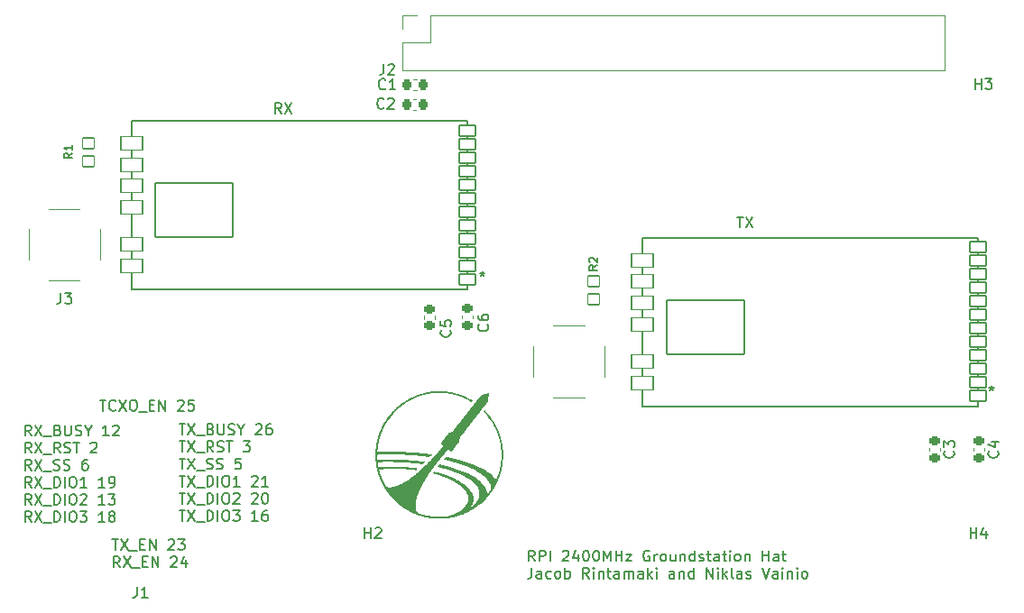
<source format=gto>
%TF.GenerationSoftware,KiCad,Pcbnew,7.0.2-0*%
%TF.CreationDate,2024-03-08T21:10:32-08:00*%
%TF.ProjectId,Groundstation_Hat,47726f75-6e64-4737-9461-74696f6e5f48,rev?*%
%TF.SameCoordinates,Original*%
%TF.FileFunction,Legend,Top*%
%TF.FilePolarity,Positive*%
%FSLAX46Y46*%
G04 Gerber Fmt 4.6, Leading zero omitted, Abs format (unit mm)*
G04 Created by KiCad (PCBNEW 7.0.2-0) date 2024-03-08 21:10:32*
%MOMM*%
%LPD*%
G01*
G04 APERTURE LIST*
G04 Aperture macros list*
%AMRoundRect*
0 Rectangle with rounded corners*
0 $1 Rounding radius*
0 $2 $3 $4 $5 $6 $7 $8 $9 X,Y pos of 4 corners*
0 Add a 4 corners polygon primitive as box body*
4,1,4,$2,$3,$4,$5,$6,$7,$8,$9,$2,$3,0*
0 Add four circle primitives for the rounded corners*
1,1,$1+$1,$2,$3*
1,1,$1+$1,$4,$5*
1,1,$1+$1,$6,$7*
1,1,$1+$1,$8,$9*
0 Add four rect primitives between the rounded corners*
20,1,$1+$1,$2,$3,$4,$5,0*
20,1,$1+$1,$4,$5,$6,$7,0*
20,1,$1+$1,$6,$7,$8,$9,0*
20,1,$1+$1,$8,$9,$2,$3,0*%
G04 Aperture macros list end*
%ADD10C,0.150000*%
%ADD11C,0.154432*%
%ADD12C,0.120000*%
%ADD13C,0.127000*%
%ADD14R,1.700000X1.700000*%
%ADD15O,1.700000X1.700000*%
%ADD16C,2.050000*%
%ADD17C,2.250000*%
%ADD18RoundRect,0.063500X0.550000X-0.500000X0.550000X0.500000X-0.550000X0.500000X-0.550000X-0.500000X0*%
%ADD19C,4.700000*%
%ADD20RoundRect,0.225000X-0.250000X0.225000X-0.250000X-0.225000X0.250000X-0.225000X0.250000X0.225000X0*%
%ADD21RoundRect,0.225000X-0.225000X-0.250000X0.225000X-0.250000X0.225000X0.250000X-0.225000X0.250000X0*%
%ADD22RoundRect,0.063500X0.750000X0.487500X-0.750000X0.487500X-0.750000X-0.487500X0.750000X-0.487500X0*%
%ADD23RoundRect,0.063500X1.000000X0.650000X-1.000000X0.650000X-1.000000X-0.650000X1.000000X-0.650000X0*%
%ADD24RoundRect,0.063500X3.650000X2.550000X-3.650000X2.550000X-3.650000X-2.550000X3.650000X-2.550000X0*%
G04 APERTURE END LIST*
D10*
X137009523Y-117127619D02*
X136676190Y-116651428D01*
X136438095Y-117127619D02*
X136438095Y-116127619D01*
X136438095Y-116127619D02*
X136819047Y-116127619D01*
X136819047Y-116127619D02*
X136914285Y-116175238D01*
X136914285Y-116175238D02*
X136961904Y-116222857D01*
X136961904Y-116222857D02*
X137009523Y-116318095D01*
X137009523Y-116318095D02*
X137009523Y-116460952D01*
X137009523Y-116460952D02*
X136961904Y-116556190D01*
X136961904Y-116556190D02*
X136914285Y-116603809D01*
X136914285Y-116603809D02*
X136819047Y-116651428D01*
X136819047Y-116651428D02*
X136438095Y-116651428D01*
X137342857Y-116127619D02*
X138009523Y-117127619D01*
X138009523Y-116127619D02*
X137342857Y-117127619D01*
X138152381Y-117222857D02*
X138914285Y-117222857D01*
X139485714Y-116603809D02*
X139628571Y-116651428D01*
X139628571Y-116651428D02*
X139676190Y-116699047D01*
X139676190Y-116699047D02*
X139723809Y-116794285D01*
X139723809Y-116794285D02*
X139723809Y-116937142D01*
X139723809Y-116937142D02*
X139676190Y-117032380D01*
X139676190Y-117032380D02*
X139628571Y-117080000D01*
X139628571Y-117080000D02*
X139533333Y-117127619D01*
X139533333Y-117127619D02*
X139152381Y-117127619D01*
X139152381Y-117127619D02*
X139152381Y-116127619D01*
X139152381Y-116127619D02*
X139485714Y-116127619D01*
X139485714Y-116127619D02*
X139580952Y-116175238D01*
X139580952Y-116175238D02*
X139628571Y-116222857D01*
X139628571Y-116222857D02*
X139676190Y-116318095D01*
X139676190Y-116318095D02*
X139676190Y-116413333D01*
X139676190Y-116413333D02*
X139628571Y-116508571D01*
X139628571Y-116508571D02*
X139580952Y-116556190D01*
X139580952Y-116556190D02*
X139485714Y-116603809D01*
X139485714Y-116603809D02*
X139152381Y-116603809D01*
X140152381Y-116127619D02*
X140152381Y-116937142D01*
X140152381Y-116937142D02*
X140200000Y-117032380D01*
X140200000Y-117032380D02*
X140247619Y-117080000D01*
X140247619Y-117080000D02*
X140342857Y-117127619D01*
X140342857Y-117127619D02*
X140533333Y-117127619D01*
X140533333Y-117127619D02*
X140628571Y-117080000D01*
X140628571Y-117080000D02*
X140676190Y-117032380D01*
X140676190Y-117032380D02*
X140723809Y-116937142D01*
X140723809Y-116937142D02*
X140723809Y-116127619D01*
X141152381Y-117080000D02*
X141295238Y-117127619D01*
X141295238Y-117127619D02*
X141533333Y-117127619D01*
X141533333Y-117127619D02*
X141628571Y-117080000D01*
X141628571Y-117080000D02*
X141676190Y-117032380D01*
X141676190Y-117032380D02*
X141723809Y-116937142D01*
X141723809Y-116937142D02*
X141723809Y-116841904D01*
X141723809Y-116841904D02*
X141676190Y-116746666D01*
X141676190Y-116746666D02*
X141628571Y-116699047D01*
X141628571Y-116699047D02*
X141533333Y-116651428D01*
X141533333Y-116651428D02*
X141342857Y-116603809D01*
X141342857Y-116603809D02*
X141247619Y-116556190D01*
X141247619Y-116556190D02*
X141200000Y-116508571D01*
X141200000Y-116508571D02*
X141152381Y-116413333D01*
X141152381Y-116413333D02*
X141152381Y-116318095D01*
X141152381Y-116318095D02*
X141200000Y-116222857D01*
X141200000Y-116222857D02*
X141247619Y-116175238D01*
X141247619Y-116175238D02*
X141342857Y-116127619D01*
X141342857Y-116127619D02*
X141580952Y-116127619D01*
X141580952Y-116127619D02*
X141723809Y-116175238D01*
X142342857Y-116651428D02*
X142342857Y-117127619D01*
X142009524Y-116127619D02*
X142342857Y-116651428D01*
X142342857Y-116651428D02*
X142676190Y-116127619D01*
X144295238Y-117127619D02*
X143723810Y-117127619D01*
X144009524Y-117127619D02*
X144009524Y-116127619D01*
X144009524Y-116127619D02*
X143914286Y-116270476D01*
X143914286Y-116270476D02*
X143819048Y-116365714D01*
X143819048Y-116365714D02*
X143723810Y-116413333D01*
X144676191Y-116222857D02*
X144723810Y-116175238D01*
X144723810Y-116175238D02*
X144819048Y-116127619D01*
X144819048Y-116127619D02*
X145057143Y-116127619D01*
X145057143Y-116127619D02*
X145152381Y-116175238D01*
X145152381Y-116175238D02*
X145200000Y-116222857D01*
X145200000Y-116222857D02*
X145247619Y-116318095D01*
X145247619Y-116318095D02*
X145247619Y-116413333D01*
X145247619Y-116413333D02*
X145200000Y-116556190D01*
X145200000Y-116556190D02*
X144628572Y-117127619D01*
X144628572Y-117127619D02*
X145247619Y-117127619D01*
X137009523Y-118747619D02*
X136676190Y-118271428D01*
X136438095Y-118747619D02*
X136438095Y-117747619D01*
X136438095Y-117747619D02*
X136819047Y-117747619D01*
X136819047Y-117747619D02*
X136914285Y-117795238D01*
X136914285Y-117795238D02*
X136961904Y-117842857D01*
X136961904Y-117842857D02*
X137009523Y-117938095D01*
X137009523Y-117938095D02*
X137009523Y-118080952D01*
X137009523Y-118080952D02*
X136961904Y-118176190D01*
X136961904Y-118176190D02*
X136914285Y-118223809D01*
X136914285Y-118223809D02*
X136819047Y-118271428D01*
X136819047Y-118271428D02*
X136438095Y-118271428D01*
X137342857Y-117747619D02*
X138009523Y-118747619D01*
X138009523Y-117747619D02*
X137342857Y-118747619D01*
X138152381Y-118842857D02*
X138914285Y-118842857D01*
X139723809Y-118747619D02*
X139390476Y-118271428D01*
X139152381Y-118747619D02*
X139152381Y-117747619D01*
X139152381Y-117747619D02*
X139533333Y-117747619D01*
X139533333Y-117747619D02*
X139628571Y-117795238D01*
X139628571Y-117795238D02*
X139676190Y-117842857D01*
X139676190Y-117842857D02*
X139723809Y-117938095D01*
X139723809Y-117938095D02*
X139723809Y-118080952D01*
X139723809Y-118080952D02*
X139676190Y-118176190D01*
X139676190Y-118176190D02*
X139628571Y-118223809D01*
X139628571Y-118223809D02*
X139533333Y-118271428D01*
X139533333Y-118271428D02*
X139152381Y-118271428D01*
X140104762Y-118700000D02*
X140247619Y-118747619D01*
X140247619Y-118747619D02*
X140485714Y-118747619D01*
X140485714Y-118747619D02*
X140580952Y-118700000D01*
X140580952Y-118700000D02*
X140628571Y-118652380D01*
X140628571Y-118652380D02*
X140676190Y-118557142D01*
X140676190Y-118557142D02*
X140676190Y-118461904D01*
X140676190Y-118461904D02*
X140628571Y-118366666D01*
X140628571Y-118366666D02*
X140580952Y-118319047D01*
X140580952Y-118319047D02*
X140485714Y-118271428D01*
X140485714Y-118271428D02*
X140295238Y-118223809D01*
X140295238Y-118223809D02*
X140200000Y-118176190D01*
X140200000Y-118176190D02*
X140152381Y-118128571D01*
X140152381Y-118128571D02*
X140104762Y-118033333D01*
X140104762Y-118033333D02*
X140104762Y-117938095D01*
X140104762Y-117938095D02*
X140152381Y-117842857D01*
X140152381Y-117842857D02*
X140200000Y-117795238D01*
X140200000Y-117795238D02*
X140295238Y-117747619D01*
X140295238Y-117747619D02*
X140533333Y-117747619D01*
X140533333Y-117747619D02*
X140676190Y-117795238D01*
X140961905Y-117747619D02*
X141533333Y-117747619D01*
X141247619Y-118747619D02*
X141247619Y-117747619D01*
X142580953Y-117842857D02*
X142628572Y-117795238D01*
X142628572Y-117795238D02*
X142723810Y-117747619D01*
X142723810Y-117747619D02*
X142961905Y-117747619D01*
X142961905Y-117747619D02*
X143057143Y-117795238D01*
X143057143Y-117795238D02*
X143104762Y-117842857D01*
X143104762Y-117842857D02*
X143152381Y-117938095D01*
X143152381Y-117938095D02*
X143152381Y-118033333D01*
X143152381Y-118033333D02*
X143104762Y-118176190D01*
X143104762Y-118176190D02*
X142533334Y-118747619D01*
X142533334Y-118747619D02*
X143152381Y-118747619D01*
X137009523Y-120367619D02*
X136676190Y-119891428D01*
X136438095Y-120367619D02*
X136438095Y-119367619D01*
X136438095Y-119367619D02*
X136819047Y-119367619D01*
X136819047Y-119367619D02*
X136914285Y-119415238D01*
X136914285Y-119415238D02*
X136961904Y-119462857D01*
X136961904Y-119462857D02*
X137009523Y-119558095D01*
X137009523Y-119558095D02*
X137009523Y-119700952D01*
X137009523Y-119700952D02*
X136961904Y-119796190D01*
X136961904Y-119796190D02*
X136914285Y-119843809D01*
X136914285Y-119843809D02*
X136819047Y-119891428D01*
X136819047Y-119891428D02*
X136438095Y-119891428D01*
X137342857Y-119367619D02*
X138009523Y-120367619D01*
X138009523Y-119367619D02*
X137342857Y-120367619D01*
X138152381Y-120462857D02*
X138914285Y-120462857D01*
X139104762Y-120320000D02*
X139247619Y-120367619D01*
X139247619Y-120367619D02*
X139485714Y-120367619D01*
X139485714Y-120367619D02*
X139580952Y-120320000D01*
X139580952Y-120320000D02*
X139628571Y-120272380D01*
X139628571Y-120272380D02*
X139676190Y-120177142D01*
X139676190Y-120177142D02*
X139676190Y-120081904D01*
X139676190Y-120081904D02*
X139628571Y-119986666D01*
X139628571Y-119986666D02*
X139580952Y-119939047D01*
X139580952Y-119939047D02*
X139485714Y-119891428D01*
X139485714Y-119891428D02*
X139295238Y-119843809D01*
X139295238Y-119843809D02*
X139200000Y-119796190D01*
X139200000Y-119796190D02*
X139152381Y-119748571D01*
X139152381Y-119748571D02*
X139104762Y-119653333D01*
X139104762Y-119653333D02*
X139104762Y-119558095D01*
X139104762Y-119558095D02*
X139152381Y-119462857D01*
X139152381Y-119462857D02*
X139200000Y-119415238D01*
X139200000Y-119415238D02*
X139295238Y-119367619D01*
X139295238Y-119367619D02*
X139533333Y-119367619D01*
X139533333Y-119367619D02*
X139676190Y-119415238D01*
X140057143Y-120320000D02*
X140200000Y-120367619D01*
X140200000Y-120367619D02*
X140438095Y-120367619D01*
X140438095Y-120367619D02*
X140533333Y-120320000D01*
X140533333Y-120320000D02*
X140580952Y-120272380D01*
X140580952Y-120272380D02*
X140628571Y-120177142D01*
X140628571Y-120177142D02*
X140628571Y-120081904D01*
X140628571Y-120081904D02*
X140580952Y-119986666D01*
X140580952Y-119986666D02*
X140533333Y-119939047D01*
X140533333Y-119939047D02*
X140438095Y-119891428D01*
X140438095Y-119891428D02*
X140247619Y-119843809D01*
X140247619Y-119843809D02*
X140152381Y-119796190D01*
X140152381Y-119796190D02*
X140104762Y-119748571D01*
X140104762Y-119748571D02*
X140057143Y-119653333D01*
X140057143Y-119653333D02*
X140057143Y-119558095D01*
X140057143Y-119558095D02*
X140104762Y-119462857D01*
X140104762Y-119462857D02*
X140152381Y-119415238D01*
X140152381Y-119415238D02*
X140247619Y-119367619D01*
X140247619Y-119367619D02*
X140485714Y-119367619D01*
X140485714Y-119367619D02*
X140628571Y-119415238D01*
X142247619Y-119367619D02*
X142057143Y-119367619D01*
X142057143Y-119367619D02*
X141961905Y-119415238D01*
X141961905Y-119415238D02*
X141914286Y-119462857D01*
X141914286Y-119462857D02*
X141819048Y-119605714D01*
X141819048Y-119605714D02*
X141771429Y-119796190D01*
X141771429Y-119796190D02*
X141771429Y-120177142D01*
X141771429Y-120177142D02*
X141819048Y-120272380D01*
X141819048Y-120272380D02*
X141866667Y-120320000D01*
X141866667Y-120320000D02*
X141961905Y-120367619D01*
X141961905Y-120367619D02*
X142152381Y-120367619D01*
X142152381Y-120367619D02*
X142247619Y-120320000D01*
X142247619Y-120320000D02*
X142295238Y-120272380D01*
X142295238Y-120272380D02*
X142342857Y-120177142D01*
X142342857Y-120177142D02*
X142342857Y-119939047D01*
X142342857Y-119939047D02*
X142295238Y-119843809D01*
X142295238Y-119843809D02*
X142247619Y-119796190D01*
X142247619Y-119796190D02*
X142152381Y-119748571D01*
X142152381Y-119748571D02*
X141961905Y-119748571D01*
X141961905Y-119748571D02*
X141866667Y-119796190D01*
X141866667Y-119796190D02*
X141819048Y-119843809D01*
X141819048Y-119843809D02*
X141771429Y-119939047D01*
X137009523Y-121987619D02*
X136676190Y-121511428D01*
X136438095Y-121987619D02*
X136438095Y-120987619D01*
X136438095Y-120987619D02*
X136819047Y-120987619D01*
X136819047Y-120987619D02*
X136914285Y-121035238D01*
X136914285Y-121035238D02*
X136961904Y-121082857D01*
X136961904Y-121082857D02*
X137009523Y-121178095D01*
X137009523Y-121178095D02*
X137009523Y-121320952D01*
X137009523Y-121320952D02*
X136961904Y-121416190D01*
X136961904Y-121416190D02*
X136914285Y-121463809D01*
X136914285Y-121463809D02*
X136819047Y-121511428D01*
X136819047Y-121511428D02*
X136438095Y-121511428D01*
X137342857Y-120987619D02*
X138009523Y-121987619D01*
X138009523Y-120987619D02*
X137342857Y-121987619D01*
X138152381Y-122082857D02*
X138914285Y-122082857D01*
X139152381Y-121987619D02*
X139152381Y-120987619D01*
X139152381Y-120987619D02*
X139390476Y-120987619D01*
X139390476Y-120987619D02*
X139533333Y-121035238D01*
X139533333Y-121035238D02*
X139628571Y-121130476D01*
X139628571Y-121130476D02*
X139676190Y-121225714D01*
X139676190Y-121225714D02*
X139723809Y-121416190D01*
X139723809Y-121416190D02*
X139723809Y-121559047D01*
X139723809Y-121559047D02*
X139676190Y-121749523D01*
X139676190Y-121749523D02*
X139628571Y-121844761D01*
X139628571Y-121844761D02*
X139533333Y-121940000D01*
X139533333Y-121940000D02*
X139390476Y-121987619D01*
X139390476Y-121987619D02*
X139152381Y-121987619D01*
X140152381Y-121987619D02*
X140152381Y-120987619D01*
X140819047Y-120987619D02*
X141009523Y-120987619D01*
X141009523Y-120987619D02*
X141104761Y-121035238D01*
X141104761Y-121035238D02*
X141199999Y-121130476D01*
X141199999Y-121130476D02*
X141247618Y-121320952D01*
X141247618Y-121320952D02*
X141247618Y-121654285D01*
X141247618Y-121654285D02*
X141199999Y-121844761D01*
X141199999Y-121844761D02*
X141104761Y-121940000D01*
X141104761Y-121940000D02*
X141009523Y-121987619D01*
X141009523Y-121987619D02*
X140819047Y-121987619D01*
X140819047Y-121987619D02*
X140723809Y-121940000D01*
X140723809Y-121940000D02*
X140628571Y-121844761D01*
X140628571Y-121844761D02*
X140580952Y-121654285D01*
X140580952Y-121654285D02*
X140580952Y-121320952D01*
X140580952Y-121320952D02*
X140628571Y-121130476D01*
X140628571Y-121130476D02*
X140723809Y-121035238D01*
X140723809Y-121035238D02*
X140819047Y-120987619D01*
X142199999Y-121987619D02*
X141628571Y-121987619D01*
X141914285Y-121987619D02*
X141914285Y-120987619D01*
X141914285Y-120987619D02*
X141819047Y-121130476D01*
X141819047Y-121130476D02*
X141723809Y-121225714D01*
X141723809Y-121225714D02*
X141628571Y-121273333D01*
X143914285Y-121987619D02*
X143342857Y-121987619D01*
X143628571Y-121987619D02*
X143628571Y-120987619D01*
X143628571Y-120987619D02*
X143533333Y-121130476D01*
X143533333Y-121130476D02*
X143438095Y-121225714D01*
X143438095Y-121225714D02*
X143342857Y-121273333D01*
X144390476Y-121987619D02*
X144580952Y-121987619D01*
X144580952Y-121987619D02*
X144676190Y-121940000D01*
X144676190Y-121940000D02*
X144723809Y-121892380D01*
X144723809Y-121892380D02*
X144819047Y-121749523D01*
X144819047Y-121749523D02*
X144866666Y-121559047D01*
X144866666Y-121559047D02*
X144866666Y-121178095D01*
X144866666Y-121178095D02*
X144819047Y-121082857D01*
X144819047Y-121082857D02*
X144771428Y-121035238D01*
X144771428Y-121035238D02*
X144676190Y-120987619D01*
X144676190Y-120987619D02*
X144485714Y-120987619D01*
X144485714Y-120987619D02*
X144390476Y-121035238D01*
X144390476Y-121035238D02*
X144342857Y-121082857D01*
X144342857Y-121082857D02*
X144295238Y-121178095D01*
X144295238Y-121178095D02*
X144295238Y-121416190D01*
X144295238Y-121416190D02*
X144342857Y-121511428D01*
X144342857Y-121511428D02*
X144390476Y-121559047D01*
X144390476Y-121559047D02*
X144485714Y-121606666D01*
X144485714Y-121606666D02*
X144676190Y-121606666D01*
X144676190Y-121606666D02*
X144771428Y-121559047D01*
X144771428Y-121559047D02*
X144819047Y-121511428D01*
X144819047Y-121511428D02*
X144866666Y-121416190D01*
X137009523Y-123607619D02*
X136676190Y-123131428D01*
X136438095Y-123607619D02*
X136438095Y-122607619D01*
X136438095Y-122607619D02*
X136819047Y-122607619D01*
X136819047Y-122607619D02*
X136914285Y-122655238D01*
X136914285Y-122655238D02*
X136961904Y-122702857D01*
X136961904Y-122702857D02*
X137009523Y-122798095D01*
X137009523Y-122798095D02*
X137009523Y-122940952D01*
X137009523Y-122940952D02*
X136961904Y-123036190D01*
X136961904Y-123036190D02*
X136914285Y-123083809D01*
X136914285Y-123083809D02*
X136819047Y-123131428D01*
X136819047Y-123131428D02*
X136438095Y-123131428D01*
X137342857Y-122607619D02*
X138009523Y-123607619D01*
X138009523Y-122607619D02*
X137342857Y-123607619D01*
X138152381Y-123702857D02*
X138914285Y-123702857D01*
X139152381Y-123607619D02*
X139152381Y-122607619D01*
X139152381Y-122607619D02*
X139390476Y-122607619D01*
X139390476Y-122607619D02*
X139533333Y-122655238D01*
X139533333Y-122655238D02*
X139628571Y-122750476D01*
X139628571Y-122750476D02*
X139676190Y-122845714D01*
X139676190Y-122845714D02*
X139723809Y-123036190D01*
X139723809Y-123036190D02*
X139723809Y-123179047D01*
X139723809Y-123179047D02*
X139676190Y-123369523D01*
X139676190Y-123369523D02*
X139628571Y-123464761D01*
X139628571Y-123464761D02*
X139533333Y-123560000D01*
X139533333Y-123560000D02*
X139390476Y-123607619D01*
X139390476Y-123607619D02*
X139152381Y-123607619D01*
X140152381Y-123607619D02*
X140152381Y-122607619D01*
X140819047Y-122607619D02*
X141009523Y-122607619D01*
X141009523Y-122607619D02*
X141104761Y-122655238D01*
X141104761Y-122655238D02*
X141199999Y-122750476D01*
X141199999Y-122750476D02*
X141247618Y-122940952D01*
X141247618Y-122940952D02*
X141247618Y-123274285D01*
X141247618Y-123274285D02*
X141199999Y-123464761D01*
X141199999Y-123464761D02*
X141104761Y-123560000D01*
X141104761Y-123560000D02*
X141009523Y-123607619D01*
X141009523Y-123607619D02*
X140819047Y-123607619D01*
X140819047Y-123607619D02*
X140723809Y-123560000D01*
X140723809Y-123560000D02*
X140628571Y-123464761D01*
X140628571Y-123464761D02*
X140580952Y-123274285D01*
X140580952Y-123274285D02*
X140580952Y-122940952D01*
X140580952Y-122940952D02*
X140628571Y-122750476D01*
X140628571Y-122750476D02*
X140723809Y-122655238D01*
X140723809Y-122655238D02*
X140819047Y-122607619D01*
X141628571Y-122702857D02*
X141676190Y-122655238D01*
X141676190Y-122655238D02*
X141771428Y-122607619D01*
X141771428Y-122607619D02*
X142009523Y-122607619D01*
X142009523Y-122607619D02*
X142104761Y-122655238D01*
X142104761Y-122655238D02*
X142152380Y-122702857D01*
X142152380Y-122702857D02*
X142199999Y-122798095D01*
X142199999Y-122798095D02*
X142199999Y-122893333D01*
X142199999Y-122893333D02*
X142152380Y-123036190D01*
X142152380Y-123036190D02*
X141580952Y-123607619D01*
X141580952Y-123607619D02*
X142199999Y-123607619D01*
X143914285Y-123607619D02*
X143342857Y-123607619D01*
X143628571Y-123607619D02*
X143628571Y-122607619D01*
X143628571Y-122607619D02*
X143533333Y-122750476D01*
X143533333Y-122750476D02*
X143438095Y-122845714D01*
X143438095Y-122845714D02*
X143342857Y-122893333D01*
X144247619Y-122607619D02*
X144866666Y-122607619D01*
X144866666Y-122607619D02*
X144533333Y-122988571D01*
X144533333Y-122988571D02*
X144676190Y-122988571D01*
X144676190Y-122988571D02*
X144771428Y-123036190D01*
X144771428Y-123036190D02*
X144819047Y-123083809D01*
X144819047Y-123083809D02*
X144866666Y-123179047D01*
X144866666Y-123179047D02*
X144866666Y-123417142D01*
X144866666Y-123417142D02*
X144819047Y-123512380D01*
X144819047Y-123512380D02*
X144771428Y-123560000D01*
X144771428Y-123560000D02*
X144676190Y-123607619D01*
X144676190Y-123607619D02*
X144390476Y-123607619D01*
X144390476Y-123607619D02*
X144295238Y-123560000D01*
X144295238Y-123560000D02*
X144247619Y-123512380D01*
X137009523Y-125227619D02*
X136676190Y-124751428D01*
X136438095Y-125227619D02*
X136438095Y-124227619D01*
X136438095Y-124227619D02*
X136819047Y-124227619D01*
X136819047Y-124227619D02*
X136914285Y-124275238D01*
X136914285Y-124275238D02*
X136961904Y-124322857D01*
X136961904Y-124322857D02*
X137009523Y-124418095D01*
X137009523Y-124418095D02*
X137009523Y-124560952D01*
X137009523Y-124560952D02*
X136961904Y-124656190D01*
X136961904Y-124656190D02*
X136914285Y-124703809D01*
X136914285Y-124703809D02*
X136819047Y-124751428D01*
X136819047Y-124751428D02*
X136438095Y-124751428D01*
X137342857Y-124227619D02*
X138009523Y-125227619D01*
X138009523Y-124227619D02*
X137342857Y-125227619D01*
X138152381Y-125322857D02*
X138914285Y-125322857D01*
X139152381Y-125227619D02*
X139152381Y-124227619D01*
X139152381Y-124227619D02*
X139390476Y-124227619D01*
X139390476Y-124227619D02*
X139533333Y-124275238D01*
X139533333Y-124275238D02*
X139628571Y-124370476D01*
X139628571Y-124370476D02*
X139676190Y-124465714D01*
X139676190Y-124465714D02*
X139723809Y-124656190D01*
X139723809Y-124656190D02*
X139723809Y-124799047D01*
X139723809Y-124799047D02*
X139676190Y-124989523D01*
X139676190Y-124989523D02*
X139628571Y-125084761D01*
X139628571Y-125084761D02*
X139533333Y-125180000D01*
X139533333Y-125180000D02*
X139390476Y-125227619D01*
X139390476Y-125227619D02*
X139152381Y-125227619D01*
X140152381Y-125227619D02*
X140152381Y-124227619D01*
X140819047Y-124227619D02*
X141009523Y-124227619D01*
X141009523Y-124227619D02*
X141104761Y-124275238D01*
X141104761Y-124275238D02*
X141199999Y-124370476D01*
X141199999Y-124370476D02*
X141247618Y-124560952D01*
X141247618Y-124560952D02*
X141247618Y-124894285D01*
X141247618Y-124894285D02*
X141199999Y-125084761D01*
X141199999Y-125084761D02*
X141104761Y-125180000D01*
X141104761Y-125180000D02*
X141009523Y-125227619D01*
X141009523Y-125227619D02*
X140819047Y-125227619D01*
X140819047Y-125227619D02*
X140723809Y-125180000D01*
X140723809Y-125180000D02*
X140628571Y-125084761D01*
X140628571Y-125084761D02*
X140580952Y-124894285D01*
X140580952Y-124894285D02*
X140580952Y-124560952D01*
X140580952Y-124560952D02*
X140628571Y-124370476D01*
X140628571Y-124370476D02*
X140723809Y-124275238D01*
X140723809Y-124275238D02*
X140819047Y-124227619D01*
X141580952Y-124227619D02*
X142199999Y-124227619D01*
X142199999Y-124227619D02*
X141866666Y-124608571D01*
X141866666Y-124608571D02*
X142009523Y-124608571D01*
X142009523Y-124608571D02*
X142104761Y-124656190D01*
X142104761Y-124656190D02*
X142152380Y-124703809D01*
X142152380Y-124703809D02*
X142199999Y-124799047D01*
X142199999Y-124799047D02*
X142199999Y-125037142D01*
X142199999Y-125037142D02*
X142152380Y-125132380D01*
X142152380Y-125132380D02*
X142104761Y-125180000D01*
X142104761Y-125180000D02*
X142009523Y-125227619D01*
X142009523Y-125227619D02*
X141723809Y-125227619D01*
X141723809Y-125227619D02*
X141628571Y-125180000D01*
X141628571Y-125180000D02*
X141580952Y-125132380D01*
X143914285Y-125227619D02*
X143342857Y-125227619D01*
X143628571Y-125227619D02*
X143628571Y-124227619D01*
X143628571Y-124227619D02*
X143533333Y-124370476D01*
X143533333Y-124370476D02*
X143438095Y-124465714D01*
X143438095Y-124465714D02*
X143342857Y-124513333D01*
X144485714Y-124656190D02*
X144390476Y-124608571D01*
X144390476Y-124608571D02*
X144342857Y-124560952D01*
X144342857Y-124560952D02*
X144295238Y-124465714D01*
X144295238Y-124465714D02*
X144295238Y-124418095D01*
X144295238Y-124418095D02*
X144342857Y-124322857D01*
X144342857Y-124322857D02*
X144390476Y-124275238D01*
X144390476Y-124275238D02*
X144485714Y-124227619D01*
X144485714Y-124227619D02*
X144676190Y-124227619D01*
X144676190Y-124227619D02*
X144771428Y-124275238D01*
X144771428Y-124275238D02*
X144819047Y-124322857D01*
X144819047Y-124322857D02*
X144866666Y-124418095D01*
X144866666Y-124418095D02*
X144866666Y-124465714D01*
X144866666Y-124465714D02*
X144819047Y-124560952D01*
X144819047Y-124560952D02*
X144771428Y-124608571D01*
X144771428Y-124608571D02*
X144676190Y-124656190D01*
X144676190Y-124656190D02*
X144485714Y-124656190D01*
X144485714Y-124656190D02*
X144390476Y-124703809D01*
X144390476Y-124703809D02*
X144342857Y-124751428D01*
X144342857Y-124751428D02*
X144295238Y-124846666D01*
X144295238Y-124846666D02*
X144295238Y-125037142D01*
X144295238Y-125037142D02*
X144342857Y-125132380D01*
X144342857Y-125132380D02*
X144390476Y-125180000D01*
X144390476Y-125180000D02*
X144485714Y-125227619D01*
X144485714Y-125227619D02*
X144676190Y-125227619D01*
X144676190Y-125227619D02*
X144771428Y-125180000D01*
X144771428Y-125180000D02*
X144819047Y-125132380D01*
X144819047Y-125132380D02*
X144866666Y-125037142D01*
X144866666Y-125037142D02*
X144866666Y-124846666D01*
X144866666Y-124846666D02*
X144819047Y-124751428D01*
X144819047Y-124751428D02*
X144771428Y-124703809D01*
X144771428Y-124703809D02*
X144676190Y-124656190D01*
X203245238Y-96577619D02*
X203816666Y-96577619D01*
X203530952Y-97577619D02*
X203530952Y-96577619D01*
X204054762Y-96577619D02*
X204721428Y-97577619D01*
X204721428Y-96577619D02*
X204054762Y-97577619D01*
X160459523Y-86877619D02*
X160126190Y-86401428D01*
X159888095Y-86877619D02*
X159888095Y-85877619D01*
X159888095Y-85877619D02*
X160269047Y-85877619D01*
X160269047Y-85877619D02*
X160364285Y-85925238D01*
X160364285Y-85925238D02*
X160411904Y-85972857D01*
X160411904Y-85972857D02*
X160459523Y-86068095D01*
X160459523Y-86068095D02*
X160459523Y-86210952D01*
X160459523Y-86210952D02*
X160411904Y-86306190D01*
X160411904Y-86306190D02*
X160364285Y-86353809D01*
X160364285Y-86353809D02*
X160269047Y-86401428D01*
X160269047Y-86401428D02*
X159888095Y-86401428D01*
X160792857Y-85877619D02*
X161459523Y-86877619D01*
X161459523Y-85877619D02*
X160792857Y-86877619D01*
X144595238Y-126857619D02*
X145166666Y-126857619D01*
X144880952Y-127857619D02*
X144880952Y-126857619D01*
X145404762Y-126857619D02*
X146071428Y-127857619D01*
X146071428Y-126857619D02*
X145404762Y-127857619D01*
X146214286Y-127952857D02*
X146976190Y-127952857D01*
X147214286Y-127333809D02*
X147547619Y-127333809D01*
X147690476Y-127857619D02*
X147214286Y-127857619D01*
X147214286Y-127857619D02*
X147214286Y-126857619D01*
X147214286Y-126857619D02*
X147690476Y-126857619D01*
X148119048Y-127857619D02*
X148119048Y-126857619D01*
X148119048Y-126857619D02*
X148690476Y-127857619D01*
X148690476Y-127857619D02*
X148690476Y-126857619D01*
X149880953Y-126952857D02*
X149928572Y-126905238D01*
X149928572Y-126905238D02*
X150023810Y-126857619D01*
X150023810Y-126857619D02*
X150261905Y-126857619D01*
X150261905Y-126857619D02*
X150357143Y-126905238D01*
X150357143Y-126905238D02*
X150404762Y-126952857D01*
X150404762Y-126952857D02*
X150452381Y-127048095D01*
X150452381Y-127048095D02*
X150452381Y-127143333D01*
X150452381Y-127143333D02*
X150404762Y-127286190D01*
X150404762Y-127286190D02*
X149833334Y-127857619D01*
X149833334Y-127857619D02*
X150452381Y-127857619D01*
X150785715Y-126857619D02*
X151404762Y-126857619D01*
X151404762Y-126857619D02*
X151071429Y-127238571D01*
X151071429Y-127238571D02*
X151214286Y-127238571D01*
X151214286Y-127238571D02*
X151309524Y-127286190D01*
X151309524Y-127286190D02*
X151357143Y-127333809D01*
X151357143Y-127333809D02*
X151404762Y-127429047D01*
X151404762Y-127429047D02*
X151404762Y-127667142D01*
X151404762Y-127667142D02*
X151357143Y-127762380D01*
X151357143Y-127762380D02*
X151309524Y-127810000D01*
X151309524Y-127810000D02*
X151214286Y-127857619D01*
X151214286Y-127857619D02*
X150928572Y-127857619D01*
X150928572Y-127857619D02*
X150833334Y-127810000D01*
X150833334Y-127810000D02*
X150785715Y-127762380D01*
X145309523Y-129477619D02*
X144976190Y-129001428D01*
X144738095Y-129477619D02*
X144738095Y-128477619D01*
X144738095Y-128477619D02*
X145119047Y-128477619D01*
X145119047Y-128477619D02*
X145214285Y-128525238D01*
X145214285Y-128525238D02*
X145261904Y-128572857D01*
X145261904Y-128572857D02*
X145309523Y-128668095D01*
X145309523Y-128668095D02*
X145309523Y-128810952D01*
X145309523Y-128810952D02*
X145261904Y-128906190D01*
X145261904Y-128906190D02*
X145214285Y-128953809D01*
X145214285Y-128953809D02*
X145119047Y-129001428D01*
X145119047Y-129001428D02*
X144738095Y-129001428D01*
X145642857Y-128477619D02*
X146309523Y-129477619D01*
X146309523Y-128477619D02*
X145642857Y-129477619D01*
X146452381Y-129572857D02*
X147214285Y-129572857D01*
X147452381Y-128953809D02*
X147785714Y-128953809D01*
X147928571Y-129477619D02*
X147452381Y-129477619D01*
X147452381Y-129477619D02*
X147452381Y-128477619D01*
X147452381Y-128477619D02*
X147928571Y-128477619D01*
X148357143Y-129477619D02*
X148357143Y-128477619D01*
X148357143Y-128477619D02*
X148928571Y-129477619D01*
X148928571Y-129477619D02*
X148928571Y-128477619D01*
X150119048Y-128572857D02*
X150166667Y-128525238D01*
X150166667Y-128525238D02*
X150261905Y-128477619D01*
X150261905Y-128477619D02*
X150500000Y-128477619D01*
X150500000Y-128477619D02*
X150595238Y-128525238D01*
X150595238Y-128525238D02*
X150642857Y-128572857D01*
X150642857Y-128572857D02*
X150690476Y-128668095D01*
X150690476Y-128668095D02*
X150690476Y-128763333D01*
X150690476Y-128763333D02*
X150642857Y-128906190D01*
X150642857Y-128906190D02*
X150071429Y-129477619D01*
X150071429Y-129477619D02*
X150690476Y-129477619D01*
X151547619Y-128810952D02*
X151547619Y-129477619D01*
X151309524Y-128430000D02*
X151071429Y-129144285D01*
X151071429Y-129144285D02*
X151690476Y-129144285D01*
X150895238Y-116027619D02*
X151466666Y-116027619D01*
X151180952Y-117027619D02*
X151180952Y-116027619D01*
X151704762Y-116027619D02*
X152371428Y-117027619D01*
X152371428Y-116027619D02*
X151704762Y-117027619D01*
X152514286Y-117122857D02*
X153276190Y-117122857D01*
X153847619Y-116503809D02*
X153990476Y-116551428D01*
X153990476Y-116551428D02*
X154038095Y-116599047D01*
X154038095Y-116599047D02*
X154085714Y-116694285D01*
X154085714Y-116694285D02*
X154085714Y-116837142D01*
X154085714Y-116837142D02*
X154038095Y-116932380D01*
X154038095Y-116932380D02*
X153990476Y-116980000D01*
X153990476Y-116980000D02*
X153895238Y-117027619D01*
X153895238Y-117027619D02*
X153514286Y-117027619D01*
X153514286Y-117027619D02*
X153514286Y-116027619D01*
X153514286Y-116027619D02*
X153847619Y-116027619D01*
X153847619Y-116027619D02*
X153942857Y-116075238D01*
X153942857Y-116075238D02*
X153990476Y-116122857D01*
X153990476Y-116122857D02*
X154038095Y-116218095D01*
X154038095Y-116218095D02*
X154038095Y-116313333D01*
X154038095Y-116313333D02*
X153990476Y-116408571D01*
X153990476Y-116408571D02*
X153942857Y-116456190D01*
X153942857Y-116456190D02*
X153847619Y-116503809D01*
X153847619Y-116503809D02*
X153514286Y-116503809D01*
X154514286Y-116027619D02*
X154514286Y-116837142D01*
X154514286Y-116837142D02*
X154561905Y-116932380D01*
X154561905Y-116932380D02*
X154609524Y-116980000D01*
X154609524Y-116980000D02*
X154704762Y-117027619D01*
X154704762Y-117027619D02*
X154895238Y-117027619D01*
X154895238Y-117027619D02*
X154990476Y-116980000D01*
X154990476Y-116980000D02*
X155038095Y-116932380D01*
X155038095Y-116932380D02*
X155085714Y-116837142D01*
X155085714Y-116837142D02*
X155085714Y-116027619D01*
X155514286Y-116980000D02*
X155657143Y-117027619D01*
X155657143Y-117027619D02*
X155895238Y-117027619D01*
X155895238Y-117027619D02*
X155990476Y-116980000D01*
X155990476Y-116980000D02*
X156038095Y-116932380D01*
X156038095Y-116932380D02*
X156085714Y-116837142D01*
X156085714Y-116837142D02*
X156085714Y-116741904D01*
X156085714Y-116741904D02*
X156038095Y-116646666D01*
X156038095Y-116646666D02*
X155990476Y-116599047D01*
X155990476Y-116599047D02*
X155895238Y-116551428D01*
X155895238Y-116551428D02*
X155704762Y-116503809D01*
X155704762Y-116503809D02*
X155609524Y-116456190D01*
X155609524Y-116456190D02*
X155561905Y-116408571D01*
X155561905Y-116408571D02*
X155514286Y-116313333D01*
X155514286Y-116313333D02*
X155514286Y-116218095D01*
X155514286Y-116218095D02*
X155561905Y-116122857D01*
X155561905Y-116122857D02*
X155609524Y-116075238D01*
X155609524Y-116075238D02*
X155704762Y-116027619D01*
X155704762Y-116027619D02*
X155942857Y-116027619D01*
X155942857Y-116027619D02*
X156085714Y-116075238D01*
X156704762Y-116551428D02*
X156704762Y-117027619D01*
X156371429Y-116027619D02*
X156704762Y-116551428D01*
X156704762Y-116551428D02*
X157038095Y-116027619D01*
X158085715Y-116122857D02*
X158133334Y-116075238D01*
X158133334Y-116075238D02*
X158228572Y-116027619D01*
X158228572Y-116027619D02*
X158466667Y-116027619D01*
X158466667Y-116027619D02*
X158561905Y-116075238D01*
X158561905Y-116075238D02*
X158609524Y-116122857D01*
X158609524Y-116122857D02*
X158657143Y-116218095D01*
X158657143Y-116218095D02*
X158657143Y-116313333D01*
X158657143Y-116313333D02*
X158609524Y-116456190D01*
X158609524Y-116456190D02*
X158038096Y-117027619D01*
X158038096Y-117027619D02*
X158657143Y-117027619D01*
X159514286Y-116027619D02*
X159323810Y-116027619D01*
X159323810Y-116027619D02*
X159228572Y-116075238D01*
X159228572Y-116075238D02*
X159180953Y-116122857D01*
X159180953Y-116122857D02*
X159085715Y-116265714D01*
X159085715Y-116265714D02*
X159038096Y-116456190D01*
X159038096Y-116456190D02*
X159038096Y-116837142D01*
X159038096Y-116837142D02*
X159085715Y-116932380D01*
X159085715Y-116932380D02*
X159133334Y-116980000D01*
X159133334Y-116980000D02*
X159228572Y-117027619D01*
X159228572Y-117027619D02*
X159419048Y-117027619D01*
X159419048Y-117027619D02*
X159514286Y-116980000D01*
X159514286Y-116980000D02*
X159561905Y-116932380D01*
X159561905Y-116932380D02*
X159609524Y-116837142D01*
X159609524Y-116837142D02*
X159609524Y-116599047D01*
X159609524Y-116599047D02*
X159561905Y-116503809D01*
X159561905Y-116503809D02*
X159514286Y-116456190D01*
X159514286Y-116456190D02*
X159419048Y-116408571D01*
X159419048Y-116408571D02*
X159228572Y-116408571D01*
X159228572Y-116408571D02*
X159133334Y-116456190D01*
X159133334Y-116456190D02*
X159085715Y-116503809D01*
X159085715Y-116503809D02*
X159038096Y-116599047D01*
X150895238Y-117647619D02*
X151466666Y-117647619D01*
X151180952Y-118647619D02*
X151180952Y-117647619D01*
X151704762Y-117647619D02*
X152371428Y-118647619D01*
X152371428Y-117647619D02*
X151704762Y-118647619D01*
X152514286Y-118742857D02*
X153276190Y-118742857D01*
X154085714Y-118647619D02*
X153752381Y-118171428D01*
X153514286Y-118647619D02*
X153514286Y-117647619D01*
X153514286Y-117647619D02*
X153895238Y-117647619D01*
X153895238Y-117647619D02*
X153990476Y-117695238D01*
X153990476Y-117695238D02*
X154038095Y-117742857D01*
X154038095Y-117742857D02*
X154085714Y-117838095D01*
X154085714Y-117838095D02*
X154085714Y-117980952D01*
X154085714Y-117980952D02*
X154038095Y-118076190D01*
X154038095Y-118076190D02*
X153990476Y-118123809D01*
X153990476Y-118123809D02*
X153895238Y-118171428D01*
X153895238Y-118171428D02*
X153514286Y-118171428D01*
X154466667Y-118600000D02*
X154609524Y-118647619D01*
X154609524Y-118647619D02*
X154847619Y-118647619D01*
X154847619Y-118647619D02*
X154942857Y-118600000D01*
X154942857Y-118600000D02*
X154990476Y-118552380D01*
X154990476Y-118552380D02*
X155038095Y-118457142D01*
X155038095Y-118457142D02*
X155038095Y-118361904D01*
X155038095Y-118361904D02*
X154990476Y-118266666D01*
X154990476Y-118266666D02*
X154942857Y-118219047D01*
X154942857Y-118219047D02*
X154847619Y-118171428D01*
X154847619Y-118171428D02*
X154657143Y-118123809D01*
X154657143Y-118123809D02*
X154561905Y-118076190D01*
X154561905Y-118076190D02*
X154514286Y-118028571D01*
X154514286Y-118028571D02*
X154466667Y-117933333D01*
X154466667Y-117933333D02*
X154466667Y-117838095D01*
X154466667Y-117838095D02*
X154514286Y-117742857D01*
X154514286Y-117742857D02*
X154561905Y-117695238D01*
X154561905Y-117695238D02*
X154657143Y-117647619D01*
X154657143Y-117647619D02*
X154895238Y-117647619D01*
X154895238Y-117647619D02*
X155038095Y-117695238D01*
X155323810Y-117647619D02*
X155895238Y-117647619D01*
X155609524Y-118647619D02*
X155609524Y-117647619D01*
X156895239Y-117647619D02*
X157514286Y-117647619D01*
X157514286Y-117647619D02*
X157180953Y-118028571D01*
X157180953Y-118028571D02*
X157323810Y-118028571D01*
X157323810Y-118028571D02*
X157419048Y-118076190D01*
X157419048Y-118076190D02*
X157466667Y-118123809D01*
X157466667Y-118123809D02*
X157514286Y-118219047D01*
X157514286Y-118219047D02*
X157514286Y-118457142D01*
X157514286Y-118457142D02*
X157466667Y-118552380D01*
X157466667Y-118552380D02*
X157419048Y-118600000D01*
X157419048Y-118600000D02*
X157323810Y-118647619D01*
X157323810Y-118647619D02*
X157038096Y-118647619D01*
X157038096Y-118647619D02*
X156942858Y-118600000D01*
X156942858Y-118600000D02*
X156895239Y-118552380D01*
X150895238Y-119267619D02*
X151466666Y-119267619D01*
X151180952Y-120267619D02*
X151180952Y-119267619D01*
X151704762Y-119267619D02*
X152371428Y-120267619D01*
X152371428Y-119267619D02*
X151704762Y-120267619D01*
X152514286Y-120362857D02*
X153276190Y-120362857D01*
X153466667Y-120220000D02*
X153609524Y-120267619D01*
X153609524Y-120267619D02*
X153847619Y-120267619D01*
X153847619Y-120267619D02*
X153942857Y-120220000D01*
X153942857Y-120220000D02*
X153990476Y-120172380D01*
X153990476Y-120172380D02*
X154038095Y-120077142D01*
X154038095Y-120077142D02*
X154038095Y-119981904D01*
X154038095Y-119981904D02*
X153990476Y-119886666D01*
X153990476Y-119886666D02*
X153942857Y-119839047D01*
X153942857Y-119839047D02*
X153847619Y-119791428D01*
X153847619Y-119791428D02*
X153657143Y-119743809D01*
X153657143Y-119743809D02*
X153561905Y-119696190D01*
X153561905Y-119696190D02*
X153514286Y-119648571D01*
X153514286Y-119648571D02*
X153466667Y-119553333D01*
X153466667Y-119553333D02*
X153466667Y-119458095D01*
X153466667Y-119458095D02*
X153514286Y-119362857D01*
X153514286Y-119362857D02*
X153561905Y-119315238D01*
X153561905Y-119315238D02*
X153657143Y-119267619D01*
X153657143Y-119267619D02*
X153895238Y-119267619D01*
X153895238Y-119267619D02*
X154038095Y-119315238D01*
X154419048Y-120220000D02*
X154561905Y-120267619D01*
X154561905Y-120267619D02*
X154800000Y-120267619D01*
X154800000Y-120267619D02*
X154895238Y-120220000D01*
X154895238Y-120220000D02*
X154942857Y-120172380D01*
X154942857Y-120172380D02*
X154990476Y-120077142D01*
X154990476Y-120077142D02*
X154990476Y-119981904D01*
X154990476Y-119981904D02*
X154942857Y-119886666D01*
X154942857Y-119886666D02*
X154895238Y-119839047D01*
X154895238Y-119839047D02*
X154800000Y-119791428D01*
X154800000Y-119791428D02*
X154609524Y-119743809D01*
X154609524Y-119743809D02*
X154514286Y-119696190D01*
X154514286Y-119696190D02*
X154466667Y-119648571D01*
X154466667Y-119648571D02*
X154419048Y-119553333D01*
X154419048Y-119553333D02*
X154419048Y-119458095D01*
X154419048Y-119458095D02*
X154466667Y-119362857D01*
X154466667Y-119362857D02*
X154514286Y-119315238D01*
X154514286Y-119315238D02*
X154609524Y-119267619D01*
X154609524Y-119267619D02*
X154847619Y-119267619D01*
X154847619Y-119267619D02*
X154990476Y-119315238D01*
X156657143Y-119267619D02*
X156180953Y-119267619D01*
X156180953Y-119267619D02*
X156133334Y-119743809D01*
X156133334Y-119743809D02*
X156180953Y-119696190D01*
X156180953Y-119696190D02*
X156276191Y-119648571D01*
X156276191Y-119648571D02*
X156514286Y-119648571D01*
X156514286Y-119648571D02*
X156609524Y-119696190D01*
X156609524Y-119696190D02*
X156657143Y-119743809D01*
X156657143Y-119743809D02*
X156704762Y-119839047D01*
X156704762Y-119839047D02*
X156704762Y-120077142D01*
X156704762Y-120077142D02*
X156657143Y-120172380D01*
X156657143Y-120172380D02*
X156609524Y-120220000D01*
X156609524Y-120220000D02*
X156514286Y-120267619D01*
X156514286Y-120267619D02*
X156276191Y-120267619D01*
X156276191Y-120267619D02*
X156180953Y-120220000D01*
X156180953Y-120220000D02*
X156133334Y-120172380D01*
X150895238Y-120887619D02*
X151466666Y-120887619D01*
X151180952Y-121887619D02*
X151180952Y-120887619D01*
X151704762Y-120887619D02*
X152371428Y-121887619D01*
X152371428Y-120887619D02*
X151704762Y-121887619D01*
X152514286Y-121982857D02*
X153276190Y-121982857D01*
X153514286Y-121887619D02*
X153514286Y-120887619D01*
X153514286Y-120887619D02*
X153752381Y-120887619D01*
X153752381Y-120887619D02*
X153895238Y-120935238D01*
X153895238Y-120935238D02*
X153990476Y-121030476D01*
X153990476Y-121030476D02*
X154038095Y-121125714D01*
X154038095Y-121125714D02*
X154085714Y-121316190D01*
X154085714Y-121316190D02*
X154085714Y-121459047D01*
X154085714Y-121459047D02*
X154038095Y-121649523D01*
X154038095Y-121649523D02*
X153990476Y-121744761D01*
X153990476Y-121744761D02*
X153895238Y-121840000D01*
X153895238Y-121840000D02*
X153752381Y-121887619D01*
X153752381Y-121887619D02*
X153514286Y-121887619D01*
X154514286Y-121887619D02*
X154514286Y-120887619D01*
X155180952Y-120887619D02*
X155371428Y-120887619D01*
X155371428Y-120887619D02*
X155466666Y-120935238D01*
X155466666Y-120935238D02*
X155561904Y-121030476D01*
X155561904Y-121030476D02*
X155609523Y-121220952D01*
X155609523Y-121220952D02*
X155609523Y-121554285D01*
X155609523Y-121554285D02*
X155561904Y-121744761D01*
X155561904Y-121744761D02*
X155466666Y-121840000D01*
X155466666Y-121840000D02*
X155371428Y-121887619D01*
X155371428Y-121887619D02*
X155180952Y-121887619D01*
X155180952Y-121887619D02*
X155085714Y-121840000D01*
X155085714Y-121840000D02*
X154990476Y-121744761D01*
X154990476Y-121744761D02*
X154942857Y-121554285D01*
X154942857Y-121554285D02*
X154942857Y-121220952D01*
X154942857Y-121220952D02*
X154990476Y-121030476D01*
X154990476Y-121030476D02*
X155085714Y-120935238D01*
X155085714Y-120935238D02*
X155180952Y-120887619D01*
X156561904Y-121887619D02*
X155990476Y-121887619D01*
X156276190Y-121887619D02*
X156276190Y-120887619D01*
X156276190Y-120887619D02*
X156180952Y-121030476D01*
X156180952Y-121030476D02*
X156085714Y-121125714D01*
X156085714Y-121125714D02*
X155990476Y-121173333D01*
X157704762Y-120982857D02*
X157752381Y-120935238D01*
X157752381Y-120935238D02*
X157847619Y-120887619D01*
X157847619Y-120887619D02*
X158085714Y-120887619D01*
X158085714Y-120887619D02*
X158180952Y-120935238D01*
X158180952Y-120935238D02*
X158228571Y-120982857D01*
X158228571Y-120982857D02*
X158276190Y-121078095D01*
X158276190Y-121078095D02*
X158276190Y-121173333D01*
X158276190Y-121173333D02*
X158228571Y-121316190D01*
X158228571Y-121316190D02*
X157657143Y-121887619D01*
X157657143Y-121887619D02*
X158276190Y-121887619D01*
X159228571Y-121887619D02*
X158657143Y-121887619D01*
X158942857Y-121887619D02*
X158942857Y-120887619D01*
X158942857Y-120887619D02*
X158847619Y-121030476D01*
X158847619Y-121030476D02*
X158752381Y-121125714D01*
X158752381Y-121125714D02*
X158657143Y-121173333D01*
X150895238Y-122507619D02*
X151466666Y-122507619D01*
X151180952Y-123507619D02*
X151180952Y-122507619D01*
X151704762Y-122507619D02*
X152371428Y-123507619D01*
X152371428Y-122507619D02*
X151704762Y-123507619D01*
X152514286Y-123602857D02*
X153276190Y-123602857D01*
X153514286Y-123507619D02*
X153514286Y-122507619D01*
X153514286Y-122507619D02*
X153752381Y-122507619D01*
X153752381Y-122507619D02*
X153895238Y-122555238D01*
X153895238Y-122555238D02*
X153990476Y-122650476D01*
X153990476Y-122650476D02*
X154038095Y-122745714D01*
X154038095Y-122745714D02*
X154085714Y-122936190D01*
X154085714Y-122936190D02*
X154085714Y-123079047D01*
X154085714Y-123079047D02*
X154038095Y-123269523D01*
X154038095Y-123269523D02*
X153990476Y-123364761D01*
X153990476Y-123364761D02*
X153895238Y-123460000D01*
X153895238Y-123460000D02*
X153752381Y-123507619D01*
X153752381Y-123507619D02*
X153514286Y-123507619D01*
X154514286Y-123507619D02*
X154514286Y-122507619D01*
X155180952Y-122507619D02*
X155371428Y-122507619D01*
X155371428Y-122507619D02*
X155466666Y-122555238D01*
X155466666Y-122555238D02*
X155561904Y-122650476D01*
X155561904Y-122650476D02*
X155609523Y-122840952D01*
X155609523Y-122840952D02*
X155609523Y-123174285D01*
X155609523Y-123174285D02*
X155561904Y-123364761D01*
X155561904Y-123364761D02*
X155466666Y-123460000D01*
X155466666Y-123460000D02*
X155371428Y-123507619D01*
X155371428Y-123507619D02*
X155180952Y-123507619D01*
X155180952Y-123507619D02*
X155085714Y-123460000D01*
X155085714Y-123460000D02*
X154990476Y-123364761D01*
X154990476Y-123364761D02*
X154942857Y-123174285D01*
X154942857Y-123174285D02*
X154942857Y-122840952D01*
X154942857Y-122840952D02*
X154990476Y-122650476D01*
X154990476Y-122650476D02*
X155085714Y-122555238D01*
X155085714Y-122555238D02*
X155180952Y-122507619D01*
X155990476Y-122602857D02*
X156038095Y-122555238D01*
X156038095Y-122555238D02*
X156133333Y-122507619D01*
X156133333Y-122507619D02*
X156371428Y-122507619D01*
X156371428Y-122507619D02*
X156466666Y-122555238D01*
X156466666Y-122555238D02*
X156514285Y-122602857D01*
X156514285Y-122602857D02*
X156561904Y-122698095D01*
X156561904Y-122698095D02*
X156561904Y-122793333D01*
X156561904Y-122793333D02*
X156514285Y-122936190D01*
X156514285Y-122936190D02*
X155942857Y-123507619D01*
X155942857Y-123507619D02*
X156561904Y-123507619D01*
X157704762Y-122602857D02*
X157752381Y-122555238D01*
X157752381Y-122555238D02*
X157847619Y-122507619D01*
X157847619Y-122507619D02*
X158085714Y-122507619D01*
X158085714Y-122507619D02*
X158180952Y-122555238D01*
X158180952Y-122555238D02*
X158228571Y-122602857D01*
X158228571Y-122602857D02*
X158276190Y-122698095D01*
X158276190Y-122698095D02*
X158276190Y-122793333D01*
X158276190Y-122793333D02*
X158228571Y-122936190D01*
X158228571Y-122936190D02*
X157657143Y-123507619D01*
X157657143Y-123507619D02*
X158276190Y-123507619D01*
X158895238Y-122507619D02*
X158990476Y-122507619D01*
X158990476Y-122507619D02*
X159085714Y-122555238D01*
X159085714Y-122555238D02*
X159133333Y-122602857D01*
X159133333Y-122602857D02*
X159180952Y-122698095D01*
X159180952Y-122698095D02*
X159228571Y-122888571D01*
X159228571Y-122888571D02*
X159228571Y-123126666D01*
X159228571Y-123126666D02*
X159180952Y-123317142D01*
X159180952Y-123317142D02*
X159133333Y-123412380D01*
X159133333Y-123412380D02*
X159085714Y-123460000D01*
X159085714Y-123460000D02*
X158990476Y-123507619D01*
X158990476Y-123507619D02*
X158895238Y-123507619D01*
X158895238Y-123507619D02*
X158800000Y-123460000D01*
X158800000Y-123460000D02*
X158752381Y-123412380D01*
X158752381Y-123412380D02*
X158704762Y-123317142D01*
X158704762Y-123317142D02*
X158657143Y-123126666D01*
X158657143Y-123126666D02*
X158657143Y-122888571D01*
X158657143Y-122888571D02*
X158704762Y-122698095D01*
X158704762Y-122698095D02*
X158752381Y-122602857D01*
X158752381Y-122602857D02*
X158800000Y-122555238D01*
X158800000Y-122555238D02*
X158895238Y-122507619D01*
X150895238Y-124127619D02*
X151466666Y-124127619D01*
X151180952Y-125127619D02*
X151180952Y-124127619D01*
X151704762Y-124127619D02*
X152371428Y-125127619D01*
X152371428Y-124127619D02*
X151704762Y-125127619D01*
X152514286Y-125222857D02*
X153276190Y-125222857D01*
X153514286Y-125127619D02*
X153514286Y-124127619D01*
X153514286Y-124127619D02*
X153752381Y-124127619D01*
X153752381Y-124127619D02*
X153895238Y-124175238D01*
X153895238Y-124175238D02*
X153990476Y-124270476D01*
X153990476Y-124270476D02*
X154038095Y-124365714D01*
X154038095Y-124365714D02*
X154085714Y-124556190D01*
X154085714Y-124556190D02*
X154085714Y-124699047D01*
X154085714Y-124699047D02*
X154038095Y-124889523D01*
X154038095Y-124889523D02*
X153990476Y-124984761D01*
X153990476Y-124984761D02*
X153895238Y-125080000D01*
X153895238Y-125080000D02*
X153752381Y-125127619D01*
X153752381Y-125127619D02*
X153514286Y-125127619D01*
X154514286Y-125127619D02*
X154514286Y-124127619D01*
X155180952Y-124127619D02*
X155371428Y-124127619D01*
X155371428Y-124127619D02*
X155466666Y-124175238D01*
X155466666Y-124175238D02*
X155561904Y-124270476D01*
X155561904Y-124270476D02*
X155609523Y-124460952D01*
X155609523Y-124460952D02*
X155609523Y-124794285D01*
X155609523Y-124794285D02*
X155561904Y-124984761D01*
X155561904Y-124984761D02*
X155466666Y-125080000D01*
X155466666Y-125080000D02*
X155371428Y-125127619D01*
X155371428Y-125127619D02*
X155180952Y-125127619D01*
X155180952Y-125127619D02*
X155085714Y-125080000D01*
X155085714Y-125080000D02*
X154990476Y-124984761D01*
X154990476Y-124984761D02*
X154942857Y-124794285D01*
X154942857Y-124794285D02*
X154942857Y-124460952D01*
X154942857Y-124460952D02*
X154990476Y-124270476D01*
X154990476Y-124270476D02*
X155085714Y-124175238D01*
X155085714Y-124175238D02*
X155180952Y-124127619D01*
X155942857Y-124127619D02*
X156561904Y-124127619D01*
X156561904Y-124127619D02*
X156228571Y-124508571D01*
X156228571Y-124508571D02*
X156371428Y-124508571D01*
X156371428Y-124508571D02*
X156466666Y-124556190D01*
X156466666Y-124556190D02*
X156514285Y-124603809D01*
X156514285Y-124603809D02*
X156561904Y-124699047D01*
X156561904Y-124699047D02*
X156561904Y-124937142D01*
X156561904Y-124937142D02*
X156514285Y-125032380D01*
X156514285Y-125032380D02*
X156466666Y-125080000D01*
X156466666Y-125080000D02*
X156371428Y-125127619D01*
X156371428Y-125127619D02*
X156085714Y-125127619D01*
X156085714Y-125127619D02*
X155990476Y-125080000D01*
X155990476Y-125080000D02*
X155942857Y-125032380D01*
X158276190Y-125127619D02*
X157704762Y-125127619D01*
X157990476Y-125127619D02*
X157990476Y-124127619D01*
X157990476Y-124127619D02*
X157895238Y-124270476D01*
X157895238Y-124270476D02*
X157800000Y-124365714D01*
X157800000Y-124365714D02*
X157704762Y-124413333D01*
X159133333Y-124127619D02*
X158942857Y-124127619D01*
X158942857Y-124127619D02*
X158847619Y-124175238D01*
X158847619Y-124175238D02*
X158800000Y-124222857D01*
X158800000Y-124222857D02*
X158704762Y-124365714D01*
X158704762Y-124365714D02*
X158657143Y-124556190D01*
X158657143Y-124556190D02*
X158657143Y-124937142D01*
X158657143Y-124937142D02*
X158704762Y-125032380D01*
X158704762Y-125032380D02*
X158752381Y-125080000D01*
X158752381Y-125080000D02*
X158847619Y-125127619D01*
X158847619Y-125127619D02*
X159038095Y-125127619D01*
X159038095Y-125127619D02*
X159133333Y-125080000D01*
X159133333Y-125080000D02*
X159180952Y-125032380D01*
X159180952Y-125032380D02*
X159228571Y-124937142D01*
X159228571Y-124937142D02*
X159228571Y-124699047D01*
X159228571Y-124699047D02*
X159180952Y-124603809D01*
X159180952Y-124603809D02*
X159133333Y-124556190D01*
X159133333Y-124556190D02*
X159038095Y-124508571D01*
X159038095Y-124508571D02*
X158847619Y-124508571D01*
X158847619Y-124508571D02*
X158752381Y-124556190D01*
X158752381Y-124556190D02*
X158704762Y-124603809D01*
X158704762Y-124603809D02*
X158657143Y-124699047D01*
X184259523Y-128907619D02*
X183926190Y-128431428D01*
X183688095Y-128907619D02*
X183688095Y-127907619D01*
X183688095Y-127907619D02*
X184069047Y-127907619D01*
X184069047Y-127907619D02*
X184164285Y-127955238D01*
X184164285Y-127955238D02*
X184211904Y-128002857D01*
X184211904Y-128002857D02*
X184259523Y-128098095D01*
X184259523Y-128098095D02*
X184259523Y-128240952D01*
X184259523Y-128240952D02*
X184211904Y-128336190D01*
X184211904Y-128336190D02*
X184164285Y-128383809D01*
X184164285Y-128383809D02*
X184069047Y-128431428D01*
X184069047Y-128431428D02*
X183688095Y-128431428D01*
X184688095Y-128907619D02*
X184688095Y-127907619D01*
X184688095Y-127907619D02*
X185069047Y-127907619D01*
X185069047Y-127907619D02*
X185164285Y-127955238D01*
X185164285Y-127955238D02*
X185211904Y-128002857D01*
X185211904Y-128002857D02*
X185259523Y-128098095D01*
X185259523Y-128098095D02*
X185259523Y-128240952D01*
X185259523Y-128240952D02*
X185211904Y-128336190D01*
X185211904Y-128336190D02*
X185164285Y-128383809D01*
X185164285Y-128383809D02*
X185069047Y-128431428D01*
X185069047Y-128431428D02*
X184688095Y-128431428D01*
X185688095Y-128907619D02*
X185688095Y-127907619D01*
X186878571Y-128002857D02*
X186926190Y-127955238D01*
X186926190Y-127955238D02*
X187021428Y-127907619D01*
X187021428Y-127907619D02*
X187259523Y-127907619D01*
X187259523Y-127907619D02*
X187354761Y-127955238D01*
X187354761Y-127955238D02*
X187402380Y-128002857D01*
X187402380Y-128002857D02*
X187449999Y-128098095D01*
X187449999Y-128098095D02*
X187449999Y-128193333D01*
X187449999Y-128193333D02*
X187402380Y-128336190D01*
X187402380Y-128336190D02*
X186830952Y-128907619D01*
X186830952Y-128907619D02*
X187449999Y-128907619D01*
X188307142Y-128240952D02*
X188307142Y-128907619D01*
X188069047Y-127860000D02*
X187830952Y-128574285D01*
X187830952Y-128574285D02*
X188449999Y-128574285D01*
X189021428Y-127907619D02*
X189116666Y-127907619D01*
X189116666Y-127907619D02*
X189211904Y-127955238D01*
X189211904Y-127955238D02*
X189259523Y-128002857D01*
X189259523Y-128002857D02*
X189307142Y-128098095D01*
X189307142Y-128098095D02*
X189354761Y-128288571D01*
X189354761Y-128288571D02*
X189354761Y-128526666D01*
X189354761Y-128526666D02*
X189307142Y-128717142D01*
X189307142Y-128717142D02*
X189259523Y-128812380D01*
X189259523Y-128812380D02*
X189211904Y-128860000D01*
X189211904Y-128860000D02*
X189116666Y-128907619D01*
X189116666Y-128907619D02*
X189021428Y-128907619D01*
X189021428Y-128907619D02*
X188926190Y-128860000D01*
X188926190Y-128860000D02*
X188878571Y-128812380D01*
X188878571Y-128812380D02*
X188830952Y-128717142D01*
X188830952Y-128717142D02*
X188783333Y-128526666D01*
X188783333Y-128526666D02*
X188783333Y-128288571D01*
X188783333Y-128288571D02*
X188830952Y-128098095D01*
X188830952Y-128098095D02*
X188878571Y-128002857D01*
X188878571Y-128002857D02*
X188926190Y-127955238D01*
X188926190Y-127955238D02*
X189021428Y-127907619D01*
X189973809Y-127907619D02*
X190069047Y-127907619D01*
X190069047Y-127907619D02*
X190164285Y-127955238D01*
X190164285Y-127955238D02*
X190211904Y-128002857D01*
X190211904Y-128002857D02*
X190259523Y-128098095D01*
X190259523Y-128098095D02*
X190307142Y-128288571D01*
X190307142Y-128288571D02*
X190307142Y-128526666D01*
X190307142Y-128526666D02*
X190259523Y-128717142D01*
X190259523Y-128717142D02*
X190211904Y-128812380D01*
X190211904Y-128812380D02*
X190164285Y-128860000D01*
X190164285Y-128860000D02*
X190069047Y-128907619D01*
X190069047Y-128907619D02*
X189973809Y-128907619D01*
X189973809Y-128907619D02*
X189878571Y-128860000D01*
X189878571Y-128860000D02*
X189830952Y-128812380D01*
X189830952Y-128812380D02*
X189783333Y-128717142D01*
X189783333Y-128717142D02*
X189735714Y-128526666D01*
X189735714Y-128526666D02*
X189735714Y-128288571D01*
X189735714Y-128288571D02*
X189783333Y-128098095D01*
X189783333Y-128098095D02*
X189830952Y-128002857D01*
X189830952Y-128002857D02*
X189878571Y-127955238D01*
X189878571Y-127955238D02*
X189973809Y-127907619D01*
X190735714Y-128907619D02*
X190735714Y-127907619D01*
X190735714Y-127907619D02*
X191069047Y-128621904D01*
X191069047Y-128621904D02*
X191402380Y-127907619D01*
X191402380Y-127907619D02*
X191402380Y-128907619D01*
X191878571Y-128907619D02*
X191878571Y-127907619D01*
X191878571Y-128383809D02*
X192449999Y-128383809D01*
X192449999Y-128907619D02*
X192449999Y-127907619D01*
X192830952Y-128240952D02*
X193354761Y-128240952D01*
X193354761Y-128240952D02*
X192830952Y-128907619D01*
X192830952Y-128907619D02*
X193354761Y-128907619D01*
X195021428Y-127955238D02*
X194926190Y-127907619D01*
X194926190Y-127907619D02*
X194783333Y-127907619D01*
X194783333Y-127907619D02*
X194640476Y-127955238D01*
X194640476Y-127955238D02*
X194545238Y-128050476D01*
X194545238Y-128050476D02*
X194497619Y-128145714D01*
X194497619Y-128145714D02*
X194450000Y-128336190D01*
X194450000Y-128336190D02*
X194450000Y-128479047D01*
X194450000Y-128479047D02*
X194497619Y-128669523D01*
X194497619Y-128669523D02*
X194545238Y-128764761D01*
X194545238Y-128764761D02*
X194640476Y-128860000D01*
X194640476Y-128860000D02*
X194783333Y-128907619D01*
X194783333Y-128907619D02*
X194878571Y-128907619D01*
X194878571Y-128907619D02*
X195021428Y-128860000D01*
X195021428Y-128860000D02*
X195069047Y-128812380D01*
X195069047Y-128812380D02*
X195069047Y-128479047D01*
X195069047Y-128479047D02*
X194878571Y-128479047D01*
X195497619Y-128907619D02*
X195497619Y-128240952D01*
X195497619Y-128431428D02*
X195545238Y-128336190D01*
X195545238Y-128336190D02*
X195592857Y-128288571D01*
X195592857Y-128288571D02*
X195688095Y-128240952D01*
X195688095Y-128240952D02*
X195783333Y-128240952D01*
X196259524Y-128907619D02*
X196164286Y-128860000D01*
X196164286Y-128860000D02*
X196116667Y-128812380D01*
X196116667Y-128812380D02*
X196069048Y-128717142D01*
X196069048Y-128717142D02*
X196069048Y-128431428D01*
X196069048Y-128431428D02*
X196116667Y-128336190D01*
X196116667Y-128336190D02*
X196164286Y-128288571D01*
X196164286Y-128288571D02*
X196259524Y-128240952D01*
X196259524Y-128240952D02*
X196402381Y-128240952D01*
X196402381Y-128240952D02*
X196497619Y-128288571D01*
X196497619Y-128288571D02*
X196545238Y-128336190D01*
X196545238Y-128336190D02*
X196592857Y-128431428D01*
X196592857Y-128431428D02*
X196592857Y-128717142D01*
X196592857Y-128717142D02*
X196545238Y-128812380D01*
X196545238Y-128812380D02*
X196497619Y-128860000D01*
X196497619Y-128860000D02*
X196402381Y-128907619D01*
X196402381Y-128907619D02*
X196259524Y-128907619D01*
X197450000Y-128240952D02*
X197450000Y-128907619D01*
X197021429Y-128240952D02*
X197021429Y-128764761D01*
X197021429Y-128764761D02*
X197069048Y-128860000D01*
X197069048Y-128860000D02*
X197164286Y-128907619D01*
X197164286Y-128907619D02*
X197307143Y-128907619D01*
X197307143Y-128907619D02*
X197402381Y-128860000D01*
X197402381Y-128860000D02*
X197450000Y-128812380D01*
X197926191Y-128240952D02*
X197926191Y-128907619D01*
X197926191Y-128336190D02*
X197973810Y-128288571D01*
X197973810Y-128288571D02*
X198069048Y-128240952D01*
X198069048Y-128240952D02*
X198211905Y-128240952D01*
X198211905Y-128240952D02*
X198307143Y-128288571D01*
X198307143Y-128288571D02*
X198354762Y-128383809D01*
X198354762Y-128383809D02*
X198354762Y-128907619D01*
X199259524Y-128907619D02*
X199259524Y-127907619D01*
X199259524Y-128860000D02*
X199164286Y-128907619D01*
X199164286Y-128907619D02*
X198973810Y-128907619D01*
X198973810Y-128907619D02*
X198878572Y-128860000D01*
X198878572Y-128860000D02*
X198830953Y-128812380D01*
X198830953Y-128812380D02*
X198783334Y-128717142D01*
X198783334Y-128717142D02*
X198783334Y-128431428D01*
X198783334Y-128431428D02*
X198830953Y-128336190D01*
X198830953Y-128336190D02*
X198878572Y-128288571D01*
X198878572Y-128288571D02*
X198973810Y-128240952D01*
X198973810Y-128240952D02*
X199164286Y-128240952D01*
X199164286Y-128240952D02*
X199259524Y-128288571D01*
X199688096Y-128860000D02*
X199783334Y-128907619D01*
X199783334Y-128907619D02*
X199973810Y-128907619D01*
X199973810Y-128907619D02*
X200069048Y-128860000D01*
X200069048Y-128860000D02*
X200116667Y-128764761D01*
X200116667Y-128764761D02*
X200116667Y-128717142D01*
X200116667Y-128717142D02*
X200069048Y-128621904D01*
X200069048Y-128621904D02*
X199973810Y-128574285D01*
X199973810Y-128574285D02*
X199830953Y-128574285D01*
X199830953Y-128574285D02*
X199735715Y-128526666D01*
X199735715Y-128526666D02*
X199688096Y-128431428D01*
X199688096Y-128431428D02*
X199688096Y-128383809D01*
X199688096Y-128383809D02*
X199735715Y-128288571D01*
X199735715Y-128288571D02*
X199830953Y-128240952D01*
X199830953Y-128240952D02*
X199973810Y-128240952D01*
X199973810Y-128240952D02*
X200069048Y-128288571D01*
X200402382Y-128240952D02*
X200783334Y-128240952D01*
X200545239Y-127907619D02*
X200545239Y-128764761D01*
X200545239Y-128764761D02*
X200592858Y-128860000D01*
X200592858Y-128860000D02*
X200688096Y-128907619D01*
X200688096Y-128907619D02*
X200783334Y-128907619D01*
X201545239Y-128907619D02*
X201545239Y-128383809D01*
X201545239Y-128383809D02*
X201497620Y-128288571D01*
X201497620Y-128288571D02*
X201402382Y-128240952D01*
X201402382Y-128240952D02*
X201211906Y-128240952D01*
X201211906Y-128240952D02*
X201116668Y-128288571D01*
X201545239Y-128860000D02*
X201450001Y-128907619D01*
X201450001Y-128907619D02*
X201211906Y-128907619D01*
X201211906Y-128907619D02*
X201116668Y-128860000D01*
X201116668Y-128860000D02*
X201069049Y-128764761D01*
X201069049Y-128764761D02*
X201069049Y-128669523D01*
X201069049Y-128669523D02*
X201116668Y-128574285D01*
X201116668Y-128574285D02*
X201211906Y-128526666D01*
X201211906Y-128526666D02*
X201450001Y-128526666D01*
X201450001Y-128526666D02*
X201545239Y-128479047D01*
X201878573Y-128240952D02*
X202259525Y-128240952D01*
X202021430Y-127907619D02*
X202021430Y-128764761D01*
X202021430Y-128764761D02*
X202069049Y-128860000D01*
X202069049Y-128860000D02*
X202164287Y-128907619D01*
X202164287Y-128907619D02*
X202259525Y-128907619D01*
X202592859Y-128907619D02*
X202592859Y-128240952D01*
X202592859Y-127907619D02*
X202545240Y-127955238D01*
X202545240Y-127955238D02*
X202592859Y-128002857D01*
X202592859Y-128002857D02*
X202640478Y-127955238D01*
X202640478Y-127955238D02*
X202592859Y-127907619D01*
X202592859Y-127907619D02*
X202592859Y-128002857D01*
X203211906Y-128907619D02*
X203116668Y-128860000D01*
X203116668Y-128860000D02*
X203069049Y-128812380D01*
X203069049Y-128812380D02*
X203021430Y-128717142D01*
X203021430Y-128717142D02*
X203021430Y-128431428D01*
X203021430Y-128431428D02*
X203069049Y-128336190D01*
X203069049Y-128336190D02*
X203116668Y-128288571D01*
X203116668Y-128288571D02*
X203211906Y-128240952D01*
X203211906Y-128240952D02*
X203354763Y-128240952D01*
X203354763Y-128240952D02*
X203450001Y-128288571D01*
X203450001Y-128288571D02*
X203497620Y-128336190D01*
X203497620Y-128336190D02*
X203545239Y-128431428D01*
X203545239Y-128431428D02*
X203545239Y-128717142D01*
X203545239Y-128717142D02*
X203497620Y-128812380D01*
X203497620Y-128812380D02*
X203450001Y-128860000D01*
X203450001Y-128860000D02*
X203354763Y-128907619D01*
X203354763Y-128907619D02*
X203211906Y-128907619D01*
X203973811Y-128240952D02*
X203973811Y-128907619D01*
X203973811Y-128336190D02*
X204021430Y-128288571D01*
X204021430Y-128288571D02*
X204116668Y-128240952D01*
X204116668Y-128240952D02*
X204259525Y-128240952D01*
X204259525Y-128240952D02*
X204354763Y-128288571D01*
X204354763Y-128288571D02*
X204402382Y-128383809D01*
X204402382Y-128383809D02*
X204402382Y-128907619D01*
X205640478Y-128907619D02*
X205640478Y-127907619D01*
X205640478Y-128383809D02*
X206211906Y-128383809D01*
X206211906Y-128907619D02*
X206211906Y-127907619D01*
X207116668Y-128907619D02*
X207116668Y-128383809D01*
X207116668Y-128383809D02*
X207069049Y-128288571D01*
X207069049Y-128288571D02*
X206973811Y-128240952D01*
X206973811Y-128240952D02*
X206783335Y-128240952D01*
X206783335Y-128240952D02*
X206688097Y-128288571D01*
X207116668Y-128860000D02*
X207021430Y-128907619D01*
X207021430Y-128907619D02*
X206783335Y-128907619D01*
X206783335Y-128907619D02*
X206688097Y-128860000D01*
X206688097Y-128860000D02*
X206640478Y-128764761D01*
X206640478Y-128764761D02*
X206640478Y-128669523D01*
X206640478Y-128669523D02*
X206688097Y-128574285D01*
X206688097Y-128574285D02*
X206783335Y-128526666D01*
X206783335Y-128526666D02*
X207021430Y-128526666D01*
X207021430Y-128526666D02*
X207116668Y-128479047D01*
X207450002Y-128240952D02*
X207830954Y-128240952D01*
X207592859Y-127907619D02*
X207592859Y-128764761D01*
X207592859Y-128764761D02*
X207640478Y-128860000D01*
X207640478Y-128860000D02*
X207735716Y-128907619D01*
X207735716Y-128907619D02*
X207830954Y-128907619D01*
X183973809Y-129527619D02*
X183973809Y-130241904D01*
X183973809Y-130241904D02*
X183926190Y-130384761D01*
X183926190Y-130384761D02*
X183830952Y-130480000D01*
X183830952Y-130480000D02*
X183688095Y-130527619D01*
X183688095Y-130527619D02*
X183592857Y-130527619D01*
X184878571Y-130527619D02*
X184878571Y-130003809D01*
X184878571Y-130003809D02*
X184830952Y-129908571D01*
X184830952Y-129908571D02*
X184735714Y-129860952D01*
X184735714Y-129860952D02*
X184545238Y-129860952D01*
X184545238Y-129860952D02*
X184450000Y-129908571D01*
X184878571Y-130480000D02*
X184783333Y-130527619D01*
X184783333Y-130527619D02*
X184545238Y-130527619D01*
X184545238Y-130527619D02*
X184450000Y-130480000D01*
X184450000Y-130480000D02*
X184402381Y-130384761D01*
X184402381Y-130384761D02*
X184402381Y-130289523D01*
X184402381Y-130289523D02*
X184450000Y-130194285D01*
X184450000Y-130194285D02*
X184545238Y-130146666D01*
X184545238Y-130146666D02*
X184783333Y-130146666D01*
X184783333Y-130146666D02*
X184878571Y-130099047D01*
X185783333Y-130480000D02*
X185688095Y-130527619D01*
X185688095Y-130527619D02*
X185497619Y-130527619D01*
X185497619Y-130527619D02*
X185402381Y-130480000D01*
X185402381Y-130480000D02*
X185354762Y-130432380D01*
X185354762Y-130432380D02*
X185307143Y-130337142D01*
X185307143Y-130337142D02*
X185307143Y-130051428D01*
X185307143Y-130051428D02*
X185354762Y-129956190D01*
X185354762Y-129956190D02*
X185402381Y-129908571D01*
X185402381Y-129908571D02*
X185497619Y-129860952D01*
X185497619Y-129860952D02*
X185688095Y-129860952D01*
X185688095Y-129860952D02*
X185783333Y-129908571D01*
X186354762Y-130527619D02*
X186259524Y-130480000D01*
X186259524Y-130480000D02*
X186211905Y-130432380D01*
X186211905Y-130432380D02*
X186164286Y-130337142D01*
X186164286Y-130337142D02*
X186164286Y-130051428D01*
X186164286Y-130051428D02*
X186211905Y-129956190D01*
X186211905Y-129956190D02*
X186259524Y-129908571D01*
X186259524Y-129908571D02*
X186354762Y-129860952D01*
X186354762Y-129860952D02*
X186497619Y-129860952D01*
X186497619Y-129860952D02*
X186592857Y-129908571D01*
X186592857Y-129908571D02*
X186640476Y-129956190D01*
X186640476Y-129956190D02*
X186688095Y-130051428D01*
X186688095Y-130051428D02*
X186688095Y-130337142D01*
X186688095Y-130337142D02*
X186640476Y-130432380D01*
X186640476Y-130432380D02*
X186592857Y-130480000D01*
X186592857Y-130480000D02*
X186497619Y-130527619D01*
X186497619Y-130527619D02*
X186354762Y-130527619D01*
X187116667Y-130527619D02*
X187116667Y-129527619D01*
X187116667Y-129908571D02*
X187211905Y-129860952D01*
X187211905Y-129860952D02*
X187402381Y-129860952D01*
X187402381Y-129860952D02*
X187497619Y-129908571D01*
X187497619Y-129908571D02*
X187545238Y-129956190D01*
X187545238Y-129956190D02*
X187592857Y-130051428D01*
X187592857Y-130051428D02*
X187592857Y-130337142D01*
X187592857Y-130337142D02*
X187545238Y-130432380D01*
X187545238Y-130432380D02*
X187497619Y-130480000D01*
X187497619Y-130480000D02*
X187402381Y-130527619D01*
X187402381Y-130527619D02*
X187211905Y-130527619D01*
X187211905Y-130527619D02*
X187116667Y-130480000D01*
X189354762Y-130527619D02*
X189021429Y-130051428D01*
X188783334Y-130527619D02*
X188783334Y-129527619D01*
X188783334Y-129527619D02*
X189164286Y-129527619D01*
X189164286Y-129527619D02*
X189259524Y-129575238D01*
X189259524Y-129575238D02*
X189307143Y-129622857D01*
X189307143Y-129622857D02*
X189354762Y-129718095D01*
X189354762Y-129718095D02*
X189354762Y-129860952D01*
X189354762Y-129860952D02*
X189307143Y-129956190D01*
X189307143Y-129956190D02*
X189259524Y-130003809D01*
X189259524Y-130003809D02*
X189164286Y-130051428D01*
X189164286Y-130051428D02*
X188783334Y-130051428D01*
X189783334Y-130527619D02*
X189783334Y-129860952D01*
X189783334Y-129527619D02*
X189735715Y-129575238D01*
X189735715Y-129575238D02*
X189783334Y-129622857D01*
X189783334Y-129622857D02*
X189830953Y-129575238D01*
X189830953Y-129575238D02*
X189783334Y-129527619D01*
X189783334Y-129527619D02*
X189783334Y-129622857D01*
X190259524Y-129860952D02*
X190259524Y-130527619D01*
X190259524Y-129956190D02*
X190307143Y-129908571D01*
X190307143Y-129908571D02*
X190402381Y-129860952D01*
X190402381Y-129860952D02*
X190545238Y-129860952D01*
X190545238Y-129860952D02*
X190640476Y-129908571D01*
X190640476Y-129908571D02*
X190688095Y-130003809D01*
X190688095Y-130003809D02*
X190688095Y-130527619D01*
X191021429Y-129860952D02*
X191402381Y-129860952D01*
X191164286Y-129527619D02*
X191164286Y-130384761D01*
X191164286Y-130384761D02*
X191211905Y-130480000D01*
X191211905Y-130480000D02*
X191307143Y-130527619D01*
X191307143Y-130527619D02*
X191402381Y-130527619D01*
X192164286Y-130527619D02*
X192164286Y-130003809D01*
X192164286Y-130003809D02*
X192116667Y-129908571D01*
X192116667Y-129908571D02*
X192021429Y-129860952D01*
X192021429Y-129860952D02*
X191830953Y-129860952D01*
X191830953Y-129860952D02*
X191735715Y-129908571D01*
X192164286Y-130480000D02*
X192069048Y-130527619D01*
X192069048Y-130527619D02*
X191830953Y-130527619D01*
X191830953Y-130527619D02*
X191735715Y-130480000D01*
X191735715Y-130480000D02*
X191688096Y-130384761D01*
X191688096Y-130384761D02*
X191688096Y-130289523D01*
X191688096Y-130289523D02*
X191735715Y-130194285D01*
X191735715Y-130194285D02*
X191830953Y-130146666D01*
X191830953Y-130146666D02*
X192069048Y-130146666D01*
X192069048Y-130146666D02*
X192164286Y-130099047D01*
X192640477Y-130527619D02*
X192640477Y-129860952D01*
X192640477Y-129956190D02*
X192688096Y-129908571D01*
X192688096Y-129908571D02*
X192783334Y-129860952D01*
X192783334Y-129860952D02*
X192926191Y-129860952D01*
X192926191Y-129860952D02*
X193021429Y-129908571D01*
X193021429Y-129908571D02*
X193069048Y-130003809D01*
X193069048Y-130003809D02*
X193069048Y-130527619D01*
X193069048Y-130003809D02*
X193116667Y-129908571D01*
X193116667Y-129908571D02*
X193211905Y-129860952D01*
X193211905Y-129860952D02*
X193354762Y-129860952D01*
X193354762Y-129860952D02*
X193450001Y-129908571D01*
X193450001Y-129908571D02*
X193497620Y-130003809D01*
X193497620Y-130003809D02*
X193497620Y-130527619D01*
X194402381Y-130527619D02*
X194402381Y-130003809D01*
X194402381Y-130003809D02*
X194354762Y-129908571D01*
X194354762Y-129908571D02*
X194259524Y-129860952D01*
X194259524Y-129860952D02*
X194069048Y-129860952D01*
X194069048Y-129860952D02*
X193973810Y-129908571D01*
X194402381Y-130480000D02*
X194307143Y-130527619D01*
X194307143Y-130527619D02*
X194069048Y-130527619D01*
X194069048Y-130527619D02*
X193973810Y-130480000D01*
X193973810Y-130480000D02*
X193926191Y-130384761D01*
X193926191Y-130384761D02*
X193926191Y-130289523D01*
X193926191Y-130289523D02*
X193973810Y-130194285D01*
X193973810Y-130194285D02*
X194069048Y-130146666D01*
X194069048Y-130146666D02*
X194307143Y-130146666D01*
X194307143Y-130146666D02*
X194402381Y-130099047D01*
X194878572Y-130527619D02*
X194878572Y-129527619D01*
X194973810Y-130146666D02*
X195259524Y-130527619D01*
X195259524Y-129860952D02*
X194878572Y-130241904D01*
X195688096Y-130527619D02*
X195688096Y-129860952D01*
X195688096Y-129527619D02*
X195640477Y-129575238D01*
X195640477Y-129575238D02*
X195688096Y-129622857D01*
X195688096Y-129622857D02*
X195735715Y-129575238D01*
X195735715Y-129575238D02*
X195688096Y-129527619D01*
X195688096Y-129527619D02*
X195688096Y-129622857D01*
X197354762Y-130527619D02*
X197354762Y-130003809D01*
X197354762Y-130003809D02*
X197307143Y-129908571D01*
X197307143Y-129908571D02*
X197211905Y-129860952D01*
X197211905Y-129860952D02*
X197021429Y-129860952D01*
X197021429Y-129860952D02*
X196926191Y-129908571D01*
X197354762Y-130480000D02*
X197259524Y-130527619D01*
X197259524Y-130527619D02*
X197021429Y-130527619D01*
X197021429Y-130527619D02*
X196926191Y-130480000D01*
X196926191Y-130480000D02*
X196878572Y-130384761D01*
X196878572Y-130384761D02*
X196878572Y-130289523D01*
X196878572Y-130289523D02*
X196926191Y-130194285D01*
X196926191Y-130194285D02*
X197021429Y-130146666D01*
X197021429Y-130146666D02*
X197259524Y-130146666D01*
X197259524Y-130146666D02*
X197354762Y-130099047D01*
X197830953Y-129860952D02*
X197830953Y-130527619D01*
X197830953Y-129956190D02*
X197878572Y-129908571D01*
X197878572Y-129908571D02*
X197973810Y-129860952D01*
X197973810Y-129860952D02*
X198116667Y-129860952D01*
X198116667Y-129860952D02*
X198211905Y-129908571D01*
X198211905Y-129908571D02*
X198259524Y-130003809D01*
X198259524Y-130003809D02*
X198259524Y-130527619D01*
X199164286Y-130527619D02*
X199164286Y-129527619D01*
X199164286Y-130480000D02*
X199069048Y-130527619D01*
X199069048Y-130527619D02*
X198878572Y-130527619D01*
X198878572Y-130527619D02*
X198783334Y-130480000D01*
X198783334Y-130480000D02*
X198735715Y-130432380D01*
X198735715Y-130432380D02*
X198688096Y-130337142D01*
X198688096Y-130337142D02*
X198688096Y-130051428D01*
X198688096Y-130051428D02*
X198735715Y-129956190D01*
X198735715Y-129956190D02*
X198783334Y-129908571D01*
X198783334Y-129908571D02*
X198878572Y-129860952D01*
X198878572Y-129860952D02*
X199069048Y-129860952D01*
X199069048Y-129860952D02*
X199164286Y-129908571D01*
X200402382Y-130527619D02*
X200402382Y-129527619D01*
X200402382Y-129527619D02*
X200973810Y-130527619D01*
X200973810Y-130527619D02*
X200973810Y-129527619D01*
X201450001Y-130527619D02*
X201450001Y-129860952D01*
X201450001Y-129527619D02*
X201402382Y-129575238D01*
X201402382Y-129575238D02*
X201450001Y-129622857D01*
X201450001Y-129622857D02*
X201497620Y-129575238D01*
X201497620Y-129575238D02*
X201450001Y-129527619D01*
X201450001Y-129527619D02*
X201450001Y-129622857D01*
X201926191Y-130527619D02*
X201926191Y-129527619D01*
X202021429Y-130146666D02*
X202307143Y-130527619D01*
X202307143Y-129860952D02*
X201926191Y-130241904D01*
X202878572Y-130527619D02*
X202783334Y-130480000D01*
X202783334Y-130480000D02*
X202735715Y-130384761D01*
X202735715Y-130384761D02*
X202735715Y-129527619D01*
X203688096Y-130527619D02*
X203688096Y-130003809D01*
X203688096Y-130003809D02*
X203640477Y-129908571D01*
X203640477Y-129908571D02*
X203545239Y-129860952D01*
X203545239Y-129860952D02*
X203354763Y-129860952D01*
X203354763Y-129860952D02*
X203259525Y-129908571D01*
X203688096Y-130480000D02*
X203592858Y-130527619D01*
X203592858Y-130527619D02*
X203354763Y-130527619D01*
X203354763Y-130527619D02*
X203259525Y-130480000D01*
X203259525Y-130480000D02*
X203211906Y-130384761D01*
X203211906Y-130384761D02*
X203211906Y-130289523D01*
X203211906Y-130289523D02*
X203259525Y-130194285D01*
X203259525Y-130194285D02*
X203354763Y-130146666D01*
X203354763Y-130146666D02*
X203592858Y-130146666D01*
X203592858Y-130146666D02*
X203688096Y-130099047D01*
X204116668Y-130480000D02*
X204211906Y-130527619D01*
X204211906Y-130527619D02*
X204402382Y-130527619D01*
X204402382Y-130527619D02*
X204497620Y-130480000D01*
X204497620Y-130480000D02*
X204545239Y-130384761D01*
X204545239Y-130384761D02*
X204545239Y-130337142D01*
X204545239Y-130337142D02*
X204497620Y-130241904D01*
X204497620Y-130241904D02*
X204402382Y-130194285D01*
X204402382Y-130194285D02*
X204259525Y-130194285D01*
X204259525Y-130194285D02*
X204164287Y-130146666D01*
X204164287Y-130146666D02*
X204116668Y-130051428D01*
X204116668Y-130051428D02*
X204116668Y-130003809D01*
X204116668Y-130003809D02*
X204164287Y-129908571D01*
X204164287Y-129908571D02*
X204259525Y-129860952D01*
X204259525Y-129860952D02*
X204402382Y-129860952D01*
X204402382Y-129860952D02*
X204497620Y-129908571D01*
X205592859Y-129527619D02*
X205926192Y-130527619D01*
X205926192Y-130527619D02*
X206259525Y-129527619D01*
X207021430Y-130527619D02*
X207021430Y-130003809D01*
X207021430Y-130003809D02*
X206973811Y-129908571D01*
X206973811Y-129908571D02*
X206878573Y-129860952D01*
X206878573Y-129860952D02*
X206688097Y-129860952D01*
X206688097Y-129860952D02*
X206592859Y-129908571D01*
X207021430Y-130480000D02*
X206926192Y-130527619D01*
X206926192Y-130527619D02*
X206688097Y-130527619D01*
X206688097Y-130527619D02*
X206592859Y-130480000D01*
X206592859Y-130480000D02*
X206545240Y-130384761D01*
X206545240Y-130384761D02*
X206545240Y-130289523D01*
X206545240Y-130289523D02*
X206592859Y-130194285D01*
X206592859Y-130194285D02*
X206688097Y-130146666D01*
X206688097Y-130146666D02*
X206926192Y-130146666D01*
X206926192Y-130146666D02*
X207021430Y-130099047D01*
X207497621Y-130527619D02*
X207497621Y-129860952D01*
X207497621Y-129527619D02*
X207450002Y-129575238D01*
X207450002Y-129575238D02*
X207497621Y-129622857D01*
X207497621Y-129622857D02*
X207545240Y-129575238D01*
X207545240Y-129575238D02*
X207497621Y-129527619D01*
X207497621Y-129527619D02*
X207497621Y-129622857D01*
X207973811Y-129860952D02*
X207973811Y-130527619D01*
X207973811Y-129956190D02*
X208021430Y-129908571D01*
X208021430Y-129908571D02*
X208116668Y-129860952D01*
X208116668Y-129860952D02*
X208259525Y-129860952D01*
X208259525Y-129860952D02*
X208354763Y-129908571D01*
X208354763Y-129908571D02*
X208402382Y-130003809D01*
X208402382Y-130003809D02*
X208402382Y-130527619D01*
X208878573Y-130527619D02*
X208878573Y-129860952D01*
X208878573Y-129527619D02*
X208830954Y-129575238D01*
X208830954Y-129575238D02*
X208878573Y-129622857D01*
X208878573Y-129622857D02*
X208926192Y-129575238D01*
X208926192Y-129575238D02*
X208878573Y-129527619D01*
X208878573Y-129527619D02*
X208878573Y-129622857D01*
X209497620Y-130527619D02*
X209402382Y-130480000D01*
X209402382Y-130480000D02*
X209354763Y-130432380D01*
X209354763Y-130432380D02*
X209307144Y-130337142D01*
X209307144Y-130337142D02*
X209307144Y-130051428D01*
X209307144Y-130051428D02*
X209354763Y-129956190D01*
X209354763Y-129956190D02*
X209402382Y-129908571D01*
X209402382Y-129908571D02*
X209497620Y-129860952D01*
X209497620Y-129860952D02*
X209640477Y-129860952D01*
X209640477Y-129860952D02*
X209735715Y-129908571D01*
X209735715Y-129908571D02*
X209783334Y-129956190D01*
X209783334Y-129956190D02*
X209830953Y-130051428D01*
X209830953Y-130051428D02*
X209830953Y-130337142D01*
X209830953Y-130337142D02*
X209783334Y-130432380D01*
X209783334Y-130432380D02*
X209735715Y-130480000D01*
X209735715Y-130480000D02*
X209640477Y-130527619D01*
X209640477Y-130527619D02*
X209497620Y-130527619D01*
X143445238Y-113777619D02*
X144016666Y-113777619D01*
X143730952Y-114777619D02*
X143730952Y-113777619D01*
X144921428Y-114682380D02*
X144873809Y-114730000D01*
X144873809Y-114730000D02*
X144730952Y-114777619D01*
X144730952Y-114777619D02*
X144635714Y-114777619D01*
X144635714Y-114777619D02*
X144492857Y-114730000D01*
X144492857Y-114730000D02*
X144397619Y-114634761D01*
X144397619Y-114634761D02*
X144350000Y-114539523D01*
X144350000Y-114539523D02*
X144302381Y-114349047D01*
X144302381Y-114349047D02*
X144302381Y-114206190D01*
X144302381Y-114206190D02*
X144350000Y-114015714D01*
X144350000Y-114015714D02*
X144397619Y-113920476D01*
X144397619Y-113920476D02*
X144492857Y-113825238D01*
X144492857Y-113825238D02*
X144635714Y-113777619D01*
X144635714Y-113777619D02*
X144730952Y-113777619D01*
X144730952Y-113777619D02*
X144873809Y-113825238D01*
X144873809Y-113825238D02*
X144921428Y-113872857D01*
X145254762Y-113777619D02*
X145921428Y-114777619D01*
X145921428Y-113777619D02*
X145254762Y-114777619D01*
X146492857Y-113777619D02*
X146683333Y-113777619D01*
X146683333Y-113777619D02*
X146778571Y-113825238D01*
X146778571Y-113825238D02*
X146873809Y-113920476D01*
X146873809Y-113920476D02*
X146921428Y-114110952D01*
X146921428Y-114110952D02*
X146921428Y-114444285D01*
X146921428Y-114444285D02*
X146873809Y-114634761D01*
X146873809Y-114634761D02*
X146778571Y-114730000D01*
X146778571Y-114730000D02*
X146683333Y-114777619D01*
X146683333Y-114777619D02*
X146492857Y-114777619D01*
X146492857Y-114777619D02*
X146397619Y-114730000D01*
X146397619Y-114730000D02*
X146302381Y-114634761D01*
X146302381Y-114634761D02*
X146254762Y-114444285D01*
X146254762Y-114444285D02*
X146254762Y-114110952D01*
X146254762Y-114110952D02*
X146302381Y-113920476D01*
X146302381Y-113920476D02*
X146397619Y-113825238D01*
X146397619Y-113825238D02*
X146492857Y-113777619D01*
X147111905Y-114872857D02*
X147873809Y-114872857D01*
X148111905Y-114253809D02*
X148445238Y-114253809D01*
X148588095Y-114777619D02*
X148111905Y-114777619D01*
X148111905Y-114777619D02*
X148111905Y-113777619D01*
X148111905Y-113777619D02*
X148588095Y-113777619D01*
X149016667Y-114777619D02*
X149016667Y-113777619D01*
X149016667Y-113777619D02*
X149588095Y-114777619D01*
X149588095Y-114777619D02*
X149588095Y-113777619D01*
X150778572Y-113872857D02*
X150826191Y-113825238D01*
X150826191Y-113825238D02*
X150921429Y-113777619D01*
X150921429Y-113777619D02*
X151159524Y-113777619D01*
X151159524Y-113777619D02*
X151254762Y-113825238D01*
X151254762Y-113825238D02*
X151302381Y-113872857D01*
X151302381Y-113872857D02*
X151350000Y-113968095D01*
X151350000Y-113968095D02*
X151350000Y-114063333D01*
X151350000Y-114063333D02*
X151302381Y-114206190D01*
X151302381Y-114206190D02*
X150730953Y-114777619D01*
X150730953Y-114777619D02*
X151350000Y-114777619D01*
X152254762Y-113777619D02*
X151778572Y-113777619D01*
X151778572Y-113777619D02*
X151730953Y-114253809D01*
X151730953Y-114253809D02*
X151778572Y-114206190D01*
X151778572Y-114206190D02*
X151873810Y-114158571D01*
X151873810Y-114158571D02*
X152111905Y-114158571D01*
X152111905Y-114158571D02*
X152207143Y-114206190D01*
X152207143Y-114206190D02*
X152254762Y-114253809D01*
X152254762Y-114253809D02*
X152302381Y-114349047D01*
X152302381Y-114349047D02*
X152302381Y-114587142D01*
X152302381Y-114587142D02*
X152254762Y-114682380D01*
X152254762Y-114682380D02*
X152207143Y-114730000D01*
X152207143Y-114730000D02*
X152111905Y-114777619D01*
X152111905Y-114777619D02*
X151873810Y-114777619D01*
X151873810Y-114777619D02*
X151778572Y-114730000D01*
X151778572Y-114730000D02*
X151730953Y-114682380D01*
X170066666Y-82212619D02*
X170066666Y-82926904D01*
X170066666Y-82926904D02*
X170019047Y-83069761D01*
X170019047Y-83069761D02*
X169923809Y-83165000D01*
X169923809Y-83165000D02*
X169780952Y-83212619D01*
X169780952Y-83212619D02*
X169685714Y-83212619D01*
X170495238Y-82307857D02*
X170542857Y-82260238D01*
X170542857Y-82260238D02*
X170638095Y-82212619D01*
X170638095Y-82212619D02*
X170876190Y-82212619D01*
X170876190Y-82212619D02*
X170971428Y-82260238D01*
X170971428Y-82260238D02*
X171019047Y-82307857D01*
X171019047Y-82307857D02*
X171066666Y-82403095D01*
X171066666Y-82403095D02*
X171066666Y-82498333D01*
X171066666Y-82498333D02*
X171019047Y-82641190D01*
X171019047Y-82641190D02*
X170447619Y-83212619D01*
X170447619Y-83212619D02*
X171066666Y-83212619D01*
X139776666Y-103722619D02*
X139776666Y-104436904D01*
X139776666Y-104436904D02*
X139729047Y-104579761D01*
X139729047Y-104579761D02*
X139633809Y-104675000D01*
X139633809Y-104675000D02*
X139490952Y-104722619D01*
X139490952Y-104722619D02*
X139395714Y-104722619D01*
X140157619Y-103722619D02*
X140776666Y-103722619D01*
X140776666Y-103722619D02*
X140443333Y-104103571D01*
X140443333Y-104103571D02*
X140586190Y-104103571D01*
X140586190Y-104103571D02*
X140681428Y-104151190D01*
X140681428Y-104151190D02*
X140729047Y-104198809D01*
X140729047Y-104198809D02*
X140776666Y-104294047D01*
X140776666Y-104294047D02*
X140776666Y-104532142D01*
X140776666Y-104532142D02*
X140729047Y-104627380D01*
X140729047Y-104627380D02*
X140681428Y-104675000D01*
X140681428Y-104675000D02*
X140586190Y-104722619D01*
X140586190Y-104722619D02*
X140300476Y-104722619D01*
X140300476Y-104722619D02*
X140205238Y-104675000D01*
X140205238Y-104675000D02*
X140157619Y-104627380D01*
D11*
X140855502Y-90582468D02*
X140487807Y-90839854D01*
X140855502Y-91023702D02*
X140083342Y-91023702D01*
X140083342Y-91023702D02*
X140083342Y-90729546D01*
X140083342Y-90729546D02*
X140120112Y-90656007D01*
X140120112Y-90656007D02*
X140156881Y-90619237D01*
X140156881Y-90619237D02*
X140230420Y-90582468D01*
X140230420Y-90582468D02*
X140340729Y-90582468D01*
X140340729Y-90582468D02*
X140414268Y-90619237D01*
X140414268Y-90619237D02*
X140451037Y-90656007D01*
X140451037Y-90656007D02*
X140487807Y-90729546D01*
X140487807Y-90729546D02*
X140487807Y-91023702D01*
X140855502Y-89847077D02*
X140855502Y-90288311D01*
X140855502Y-90067694D02*
X140083342Y-90067694D01*
X140083342Y-90067694D02*
X140193651Y-90141233D01*
X140193651Y-90141233D02*
X140267190Y-90214772D01*
X140267190Y-90214772D02*
X140303959Y-90288311D01*
D10*
X225138095Y-126762619D02*
X225138095Y-125762619D01*
X225138095Y-126238809D02*
X225709523Y-126238809D01*
X225709523Y-126762619D02*
X225709523Y-125762619D01*
X226614285Y-126095952D02*
X226614285Y-126762619D01*
X226376190Y-125715000D02*
X226138095Y-126429285D01*
X226138095Y-126429285D02*
X226757142Y-126429285D01*
X223547380Y-118566666D02*
X223595000Y-118614285D01*
X223595000Y-118614285D02*
X223642619Y-118757142D01*
X223642619Y-118757142D02*
X223642619Y-118852380D01*
X223642619Y-118852380D02*
X223595000Y-118995237D01*
X223595000Y-118995237D02*
X223499761Y-119090475D01*
X223499761Y-119090475D02*
X223404523Y-119138094D01*
X223404523Y-119138094D02*
X223214047Y-119185713D01*
X223214047Y-119185713D02*
X223071190Y-119185713D01*
X223071190Y-119185713D02*
X222880714Y-119138094D01*
X222880714Y-119138094D02*
X222785476Y-119090475D01*
X222785476Y-119090475D02*
X222690238Y-118995237D01*
X222690238Y-118995237D02*
X222642619Y-118852380D01*
X222642619Y-118852380D02*
X222642619Y-118757142D01*
X222642619Y-118757142D02*
X222690238Y-118614285D01*
X222690238Y-118614285D02*
X222737857Y-118566666D01*
X222642619Y-118233332D02*
X222642619Y-117614285D01*
X222642619Y-117614285D02*
X223023571Y-117947618D01*
X223023571Y-117947618D02*
X223023571Y-117804761D01*
X223023571Y-117804761D02*
X223071190Y-117709523D01*
X223071190Y-117709523D02*
X223118809Y-117661904D01*
X223118809Y-117661904D02*
X223214047Y-117614285D01*
X223214047Y-117614285D02*
X223452142Y-117614285D01*
X223452142Y-117614285D02*
X223547380Y-117661904D01*
X223547380Y-117661904D02*
X223595000Y-117709523D01*
X223595000Y-117709523D02*
X223642619Y-117804761D01*
X223642619Y-117804761D02*
X223642619Y-118090475D01*
X223642619Y-118090475D02*
X223595000Y-118185713D01*
X223595000Y-118185713D02*
X223547380Y-118233332D01*
X170233333Y-84517380D02*
X170185714Y-84565000D01*
X170185714Y-84565000D02*
X170042857Y-84612619D01*
X170042857Y-84612619D02*
X169947619Y-84612619D01*
X169947619Y-84612619D02*
X169804762Y-84565000D01*
X169804762Y-84565000D02*
X169709524Y-84469761D01*
X169709524Y-84469761D02*
X169661905Y-84374523D01*
X169661905Y-84374523D02*
X169614286Y-84184047D01*
X169614286Y-84184047D02*
X169614286Y-84041190D01*
X169614286Y-84041190D02*
X169661905Y-83850714D01*
X169661905Y-83850714D02*
X169709524Y-83755476D01*
X169709524Y-83755476D02*
X169804762Y-83660238D01*
X169804762Y-83660238D02*
X169947619Y-83612619D01*
X169947619Y-83612619D02*
X170042857Y-83612619D01*
X170042857Y-83612619D02*
X170185714Y-83660238D01*
X170185714Y-83660238D02*
X170233333Y-83707857D01*
X171185714Y-84612619D02*
X170614286Y-84612619D01*
X170900000Y-84612619D02*
X170900000Y-83612619D01*
X170900000Y-83612619D02*
X170804762Y-83755476D01*
X170804762Y-83755476D02*
X170709524Y-83850714D01*
X170709524Y-83850714D02*
X170614286Y-83898333D01*
X179817380Y-106666666D02*
X179865000Y-106714285D01*
X179865000Y-106714285D02*
X179912619Y-106857142D01*
X179912619Y-106857142D02*
X179912619Y-106952380D01*
X179912619Y-106952380D02*
X179865000Y-107095237D01*
X179865000Y-107095237D02*
X179769761Y-107190475D01*
X179769761Y-107190475D02*
X179674523Y-107238094D01*
X179674523Y-107238094D02*
X179484047Y-107285713D01*
X179484047Y-107285713D02*
X179341190Y-107285713D01*
X179341190Y-107285713D02*
X179150714Y-107238094D01*
X179150714Y-107238094D02*
X179055476Y-107190475D01*
X179055476Y-107190475D02*
X178960238Y-107095237D01*
X178960238Y-107095237D02*
X178912619Y-106952380D01*
X178912619Y-106952380D02*
X178912619Y-106857142D01*
X178912619Y-106857142D02*
X178960238Y-106714285D01*
X178960238Y-106714285D02*
X179007857Y-106666666D01*
X178912619Y-105809523D02*
X178912619Y-105999999D01*
X178912619Y-105999999D02*
X178960238Y-106095237D01*
X178960238Y-106095237D02*
X179007857Y-106142856D01*
X179007857Y-106142856D02*
X179150714Y-106238094D01*
X179150714Y-106238094D02*
X179341190Y-106285713D01*
X179341190Y-106285713D02*
X179722142Y-106285713D01*
X179722142Y-106285713D02*
X179817380Y-106238094D01*
X179817380Y-106238094D02*
X179865000Y-106190475D01*
X179865000Y-106190475D02*
X179912619Y-106095237D01*
X179912619Y-106095237D02*
X179912619Y-105904761D01*
X179912619Y-105904761D02*
X179865000Y-105809523D01*
X179865000Y-105809523D02*
X179817380Y-105761904D01*
X179817380Y-105761904D02*
X179722142Y-105714285D01*
X179722142Y-105714285D02*
X179484047Y-105714285D01*
X179484047Y-105714285D02*
X179388809Y-105761904D01*
X179388809Y-105761904D02*
X179341190Y-105809523D01*
X179341190Y-105809523D02*
X179293571Y-105904761D01*
X179293571Y-105904761D02*
X179293571Y-106095237D01*
X179293571Y-106095237D02*
X179341190Y-106190475D01*
X179341190Y-106190475D02*
X179388809Y-106238094D01*
X179388809Y-106238094D02*
X179484047Y-106285713D01*
X225588095Y-84562619D02*
X225588095Y-83562619D01*
X225588095Y-84038809D02*
X226159523Y-84038809D01*
X226159523Y-84562619D02*
X226159523Y-83562619D01*
X226540476Y-83562619D02*
X227159523Y-83562619D01*
X227159523Y-83562619D02*
X226826190Y-83943571D01*
X226826190Y-83943571D02*
X226969047Y-83943571D01*
X226969047Y-83943571D02*
X227064285Y-83991190D01*
X227064285Y-83991190D02*
X227111904Y-84038809D01*
X227111904Y-84038809D02*
X227159523Y-84134047D01*
X227159523Y-84134047D02*
X227159523Y-84372142D01*
X227159523Y-84372142D02*
X227111904Y-84467380D01*
X227111904Y-84467380D02*
X227064285Y-84515000D01*
X227064285Y-84515000D02*
X226969047Y-84562619D01*
X226969047Y-84562619D02*
X226683333Y-84562619D01*
X226683333Y-84562619D02*
X226588095Y-84515000D01*
X226588095Y-84515000D02*
X226540476Y-84467380D01*
X176317380Y-107216666D02*
X176365000Y-107264285D01*
X176365000Y-107264285D02*
X176412619Y-107407142D01*
X176412619Y-107407142D02*
X176412619Y-107502380D01*
X176412619Y-107502380D02*
X176365000Y-107645237D01*
X176365000Y-107645237D02*
X176269761Y-107740475D01*
X176269761Y-107740475D02*
X176174523Y-107788094D01*
X176174523Y-107788094D02*
X175984047Y-107835713D01*
X175984047Y-107835713D02*
X175841190Y-107835713D01*
X175841190Y-107835713D02*
X175650714Y-107788094D01*
X175650714Y-107788094D02*
X175555476Y-107740475D01*
X175555476Y-107740475D02*
X175460238Y-107645237D01*
X175460238Y-107645237D02*
X175412619Y-107502380D01*
X175412619Y-107502380D02*
X175412619Y-107407142D01*
X175412619Y-107407142D02*
X175460238Y-107264285D01*
X175460238Y-107264285D02*
X175507857Y-107216666D01*
X175412619Y-106311904D02*
X175412619Y-106788094D01*
X175412619Y-106788094D02*
X175888809Y-106835713D01*
X175888809Y-106835713D02*
X175841190Y-106788094D01*
X175841190Y-106788094D02*
X175793571Y-106692856D01*
X175793571Y-106692856D02*
X175793571Y-106454761D01*
X175793571Y-106454761D02*
X175841190Y-106359523D01*
X175841190Y-106359523D02*
X175888809Y-106311904D01*
X175888809Y-106311904D02*
X175984047Y-106264285D01*
X175984047Y-106264285D02*
X176222142Y-106264285D01*
X176222142Y-106264285D02*
X176317380Y-106311904D01*
X176317380Y-106311904D02*
X176365000Y-106359523D01*
X176365000Y-106359523D02*
X176412619Y-106454761D01*
X176412619Y-106454761D02*
X176412619Y-106692856D01*
X176412619Y-106692856D02*
X176365000Y-106788094D01*
X176365000Y-106788094D02*
X176317380Y-106835713D01*
X146941666Y-131332619D02*
X146941666Y-132046904D01*
X146941666Y-132046904D02*
X146894047Y-132189761D01*
X146894047Y-132189761D02*
X146798809Y-132285000D01*
X146798809Y-132285000D02*
X146655952Y-132332619D01*
X146655952Y-132332619D02*
X146560714Y-132332619D01*
X147941666Y-132332619D02*
X147370238Y-132332619D01*
X147655952Y-132332619D02*
X147655952Y-131332619D01*
X147655952Y-131332619D02*
X147560714Y-131475476D01*
X147560714Y-131475476D02*
X147465476Y-131570714D01*
X147465476Y-131570714D02*
X147370238Y-131618333D01*
X170083333Y-86317380D02*
X170035714Y-86365000D01*
X170035714Y-86365000D02*
X169892857Y-86412619D01*
X169892857Y-86412619D02*
X169797619Y-86412619D01*
X169797619Y-86412619D02*
X169654762Y-86365000D01*
X169654762Y-86365000D02*
X169559524Y-86269761D01*
X169559524Y-86269761D02*
X169511905Y-86174523D01*
X169511905Y-86174523D02*
X169464286Y-85984047D01*
X169464286Y-85984047D02*
X169464286Y-85841190D01*
X169464286Y-85841190D02*
X169511905Y-85650714D01*
X169511905Y-85650714D02*
X169559524Y-85555476D01*
X169559524Y-85555476D02*
X169654762Y-85460238D01*
X169654762Y-85460238D02*
X169797619Y-85412619D01*
X169797619Y-85412619D02*
X169892857Y-85412619D01*
X169892857Y-85412619D02*
X170035714Y-85460238D01*
X170035714Y-85460238D02*
X170083333Y-85507857D01*
X170464286Y-85507857D02*
X170511905Y-85460238D01*
X170511905Y-85460238D02*
X170607143Y-85412619D01*
X170607143Y-85412619D02*
X170845238Y-85412619D01*
X170845238Y-85412619D02*
X170940476Y-85460238D01*
X170940476Y-85460238D02*
X170988095Y-85507857D01*
X170988095Y-85507857D02*
X171035714Y-85603095D01*
X171035714Y-85603095D02*
X171035714Y-85698333D01*
X171035714Y-85698333D02*
X170988095Y-85841190D01*
X170988095Y-85841190D02*
X170416667Y-86412619D01*
X170416667Y-86412619D02*
X171035714Y-86412619D01*
X227130952Y-112427619D02*
X227130952Y-112665714D01*
X226892857Y-112570476D02*
X227130952Y-112665714D01*
X227130952Y-112665714D02*
X227369047Y-112570476D01*
X226988095Y-112856190D02*
X227130952Y-112665714D01*
X227130952Y-112665714D02*
X227273809Y-112856190D01*
D11*
X190105502Y-101132468D02*
X189737807Y-101389854D01*
X190105502Y-101573702D02*
X189333342Y-101573702D01*
X189333342Y-101573702D02*
X189333342Y-101279546D01*
X189333342Y-101279546D02*
X189370112Y-101206007D01*
X189370112Y-101206007D02*
X189406881Y-101169237D01*
X189406881Y-101169237D02*
X189480420Y-101132468D01*
X189480420Y-101132468D02*
X189590729Y-101132468D01*
X189590729Y-101132468D02*
X189664268Y-101169237D01*
X189664268Y-101169237D02*
X189701037Y-101206007D01*
X189701037Y-101206007D02*
X189737807Y-101279546D01*
X189737807Y-101279546D02*
X189737807Y-101573702D01*
X189406881Y-100838311D02*
X189370112Y-100801542D01*
X189370112Y-100801542D02*
X189333342Y-100728003D01*
X189333342Y-100728003D02*
X189333342Y-100544155D01*
X189333342Y-100544155D02*
X189370112Y-100470616D01*
X189370112Y-100470616D02*
X189406881Y-100433847D01*
X189406881Y-100433847D02*
X189480420Y-100397077D01*
X189480420Y-100397077D02*
X189553959Y-100397077D01*
X189553959Y-100397077D02*
X189664268Y-100433847D01*
X189664268Y-100433847D02*
X190105502Y-100875081D01*
X190105502Y-100875081D02*
X190105502Y-100397077D01*
D10*
X168288095Y-126762619D02*
X168288095Y-125762619D01*
X168288095Y-126238809D02*
X168859523Y-126238809D01*
X168859523Y-126762619D02*
X168859523Y-125762619D01*
X169288095Y-125857857D02*
X169335714Y-125810238D01*
X169335714Y-125810238D02*
X169430952Y-125762619D01*
X169430952Y-125762619D02*
X169669047Y-125762619D01*
X169669047Y-125762619D02*
X169764285Y-125810238D01*
X169764285Y-125810238D02*
X169811904Y-125857857D01*
X169811904Y-125857857D02*
X169859523Y-125953095D01*
X169859523Y-125953095D02*
X169859523Y-126048333D01*
X169859523Y-126048333D02*
X169811904Y-126191190D01*
X169811904Y-126191190D02*
X169240476Y-126762619D01*
X169240476Y-126762619D02*
X169859523Y-126762619D01*
X227697380Y-118566666D02*
X227745000Y-118614285D01*
X227745000Y-118614285D02*
X227792619Y-118757142D01*
X227792619Y-118757142D02*
X227792619Y-118852380D01*
X227792619Y-118852380D02*
X227745000Y-118995237D01*
X227745000Y-118995237D02*
X227649761Y-119090475D01*
X227649761Y-119090475D02*
X227554523Y-119138094D01*
X227554523Y-119138094D02*
X227364047Y-119185713D01*
X227364047Y-119185713D02*
X227221190Y-119185713D01*
X227221190Y-119185713D02*
X227030714Y-119138094D01*
X227030714Y-119138094D02*
X226935476Y-119090475D01*
X226935476Y-119090475D02*
X226840238Y-118995237D01*
X226840238Y-118995237D02*
X226792619Y-118852380D01*
X226792619Y-118852380D02*
X226792619Y-118757142D01*
X226792619Y-118757142D02*
X226840238Y-118614285D01*
X226840238Y-118614285D02*
X226887857Y-118566666D01*
X227125952Y-117709523D02*
X227792619Y-117709523D01*
X226745000Y-117947618D02*
X227459285Y-118185713D01*
X227459285Y-118185713D02*
X227459285Y-117566666D01*
X179330952Y-101727619D02*
X179330952Y-101965714D01*
X179092857Y-101870476D02*
X179330952Y-101965714D01*
X179330952Y-101965714D02*
X179569047Y-101870476D01*
X179188095Y-102156190D02*
X179330952Y-101965714D01*
X179330952Y-101965714D02*
X179473809Y-102156190D01*
D12*
X171820000Y-82820000D02*
X222740000Y-82820000D01*
X171820000Y-82820000D02*
X171820000Y-80220000D01*
X222740000Y-82820000D02*
X222740000Y-77620000D01*
X171820000Y-80220000D02*
X174420000Y-80220000D01*
X174420000Y-80220000D02*
X174420000Y-77620000D01*
X171820000Y-78950000D02*
X171820000Y-77620000D01*
X171820000Y-77620000D02*
X173150000Y-77620000D01*
X174420000Y-77620000D02*
X222740000Y-77620000D01*
X143465000Y-100630000D02*
X143465000Y-97730000D01*
X141560000Y-102535000D02*
X138660000Y-102535000D01*
X141560000Y-95825000D02*
X138660000Y-95825000D01*
X136755000Y-100630000D02*
X136755000Y-97730000D01*
G36*
X176199803Y-125135885D02*
G01*
X176210367Y-125141741D01*
X176205429Y-125147673D01*
X176203054Y-125149020D01*
X176184315Y-125156118D01*
X176160888Y-125161102D01*
X176138377Y-125163338D01*
X176122389Y-125162190D01*
X176118047Y-125158653D01*
X176125165Y-125151159D01*
X176135164Y-125149406D01*
X176156752Y-125144896D01*
X176168040Y-125139563D01*
X176187878Y-125134138D01*
X176199803Y-125135885D01*
G37*
G36*
X175506530Y-112941394D02*
G01*
X175511175Y-112941611D01*
X175632035Y-112947897D01*
X175740412Y-112954913D01*
X175840823Y-112963136D01*
X175937787Y-112973044D01*
X176035819Y-112985112D01*
X176139436Y-112999819D01*
X176253157Y-113017639D01*
X176292311Y-113024060D01*
X176365298Y-113036257D01*
X176425400Y-113046646D01*
X176476534Y-113055993D01*
X176522621Y-113065061D01*
X176567581Y-113074616D01*
X176615331Y-113085423D01*
X176657840Y-113095405D01*
X176692614Y-113103652D01*
X176723347Y-113110930D01*
X176744393Y-113115903D01*
X176747097Y-113116540D01*
X176837769Y-113139523D01*
X176940601Y-113168512D01*
X177052288Y-113202449D01*
X177169524Y-113240277D01*
X177289004Y-113280939D01*
X177407422Y-113323378D01*
X177486841Y-113353165D01*
X177555833Y-113380856D01*
X177635982Y-113415205D01*
X177724069Y-113454666D01*
X177816873Y-113497692D01*
X177911176Y-113542738D01*
X178003759Y-113588258D01*
X178091401Y-113632704D01*
X178170884Y-113674532D01*
X178238987Y-113712196D01*
X178260775Y-113724836D01*
X178284285Y-113738363D01*
X178301251Y-113747501D01*
X178307062Y-113750008D01*
X178315323Y-113754269D01*
X178334567Y-113765716D01*
X178361475Y-113782346D01*
X178378926Y-113793351D01*
X178412153Y-113815809D01*
X178433561Y-113833282D01*
X178441713Y-113844546D01*
X178441390Y-113846480D01*
X178427458Y-113867704D01*
X178409137Y-113892740D01*
X178389704Y-113917463D01*
X178372436Y-113937749D01*
X178360608Y-113949474D01*
X178358578Y-113950718D01*
X178345820Y-113948922D01*
X178324270Y-113939924D01*
X178306098Y-113930035D01*
X178099678Y-113812004D01*
X177892717Y-113703770D01*
X177688185Y-113606800D01*
X177489050Y-113522561D01*
X177452652Y-113508341D01*
X177414802Y-113493582D01*
X177379700Y-113479595D01*
X177352496Y-113468445D01*
X177342733Y-113464256D01*
X177321573Y-113455905D01*
X177287198Y-113443550D01*
X177242640Y-113428185D01*
X177190933Y-113410804D01*
X177135111Y-113392402D01*
X177078207Y-113373971D01*
X177023256Y-113356506D01*
X176973291Y-113341001D01*
X176931346Y-113328450D01*
X176908609Y-113322017D01*
X176819261Y-113297824D01*
X176743283Y-113277629D01*
X176677697Y-113260759D01*
X176619527Y-113246540D01*
X176565796Y-113234301D01*
X176513526Y-113223367D01*
X176459740Y-113213065D01*
X176401461Y-113202723D01*
X176335712Y-113191668D01*
X176322063Y-113189421D01*
X176272002Y-113181143D01*
X176219049Y-113172297D01*
X176170255Y-113164065D01*
X176139299Y-113158776D01*
X176069094Y-113148189D01*
X175984701Y-113138049D01*
X175888931Y-113128624D01*
X175784596Y-113120186D01*
X175674507Y-113113003D01*
X175646260Y-113111427D01*
X175575572Y-113108520D01*
X175493063Y-113106640D01*
X175401816Y-113105740D01*
X175304913Y-113105774D01*
X175205437Y-113106696D01*
X175106470Y-113108460D01*
X175011094Y-113111018D01*
X174922391Y-113114325D01*
X174843444Y-113118335D01*
X174777335Y-113123001D01*
X174757940Y-113124767D01*
X174673584Y-113133934D01*
X174580810Y-113145584D01*
X174483436Y-113159125D01*
X174385283Y-113173964D01*
X174290170Y-113189510D01*
X174201917Y-113205170D01*
X174124344Y-113220352D01*
X174082137Y-113229528D01*
X174050812Y-113236511D01*
X174025025Y-113241924D01*
X174010174Y-113244635D01*
X174009881Y-113244672D01*
X173998459Y-113247196D01*
X173973406Y-113253404D01*
X173937512Y-113262564D01*
X173893566Y-113273948D01*
X173844356Y-113286825D01*
X173792670Y-113300467D01*
X173741299Y-113314143D01*
X173693029Y-113327125D01*
X173652853Y-113338076D01*
X173619531Y-113347950D01*
X173574745Y-113362247D01*
X173521423Y-113379938D01*
X173462489Y-113399993D01*
X173400871Y-113421384D01*
X173339495Y-113443081D01*
X173281286Y-113464055D01*
X173229171Y-113483277D01*
X173186076Y-113499718D01*
X173154927Y-113512348D01*
X173145779Y-113516424D01*
X173126169Y-113524892D01*
X173113745Y-113528934D01*
X173113061Y-113528991D01*
X173108448Y-113529772D01*
X173099571Y-113532873D01*
X173083689Y-113539431D01*
X173058061Y-113550581D01*
X173019948Y-113567460D01*
X173015303Y-113569526D01*
X172986628Y-113582068D01*
X172950865Y-113597426D01*
X172921795Y-113609733D01*
X172844913Y-113643896D01*
X172756646Y-113686426D01*
X172659556Y-113735968D01*
X172556203Y-113791163D01*
X172449150Y-113850657D01*
X172340957Y-113913091D01*
X172275745Y-113951891D01*
X172241347Y-113973277D01*
X172196678Y-114002048D01*
X172144903Y-114036069D01*
X172089189Y-114073207D01*
X172032702Y-114111329D01*
X171978609Y-114148299D01*
X171930075Y-114181986D01*
X171890267Y-114210254D01*
X171867712Y-114226865D01*
X171835483Y-114251190D01*
X171802856Y-114275697D01*
X171776592Y-114295312D01*
X171775332Y-114296247D01*
X171755421Y-114311415D01*
X171727620Y-114333262D01*
X171690878Y-114362633D01*
X171644145Y-114400372D01*
X171586368Y-114447323D01*
X171520758Y-114500852D01*
X171484234Y-114531951D01*
X171438418Y-114572931D01*
X171385803Y-114621416D01*
X171328880Y-114675033D01*
X171270139Y-114731404D01*
X171212074Y-114788156D01*
X171157174Y-114842913D01*
X171107931Y-114893300D01*
X171095728Y-114906058D01*
X171022227Y-114984291D01*
X170954401Y-115058713D01*
X170890298Y-115131720D01*
X170827967Y-115205707D01*
X170765457Y-115283069D01*
X170700814Y-115366200D01*
X170632089Y-115457495D01*
X170557328Y-115559349D01*
X170510289Y-115624406D01*
X170487086Y-115657818D01*
X170458249Y-115701160D01*
X170425523Y-115751630D01*
X170390656Y-115806427D01*
X170355392Y-115862750D01*
X170321476Y-115917796D01*
X170290656Y-115968765D01*
X170264676Y-116012855D01*
X170245281Y-116047265D01*
X170237487Y-116062190D01*
X170228251Y-116079715D01*
X170213422Y-116106629D01*
X170195937Y-116137616D01*
X170192889Y-116142946D01*
X170158140Y-116205836D01*
X170120036Y-116278627D01*
X170081550Y-116355440D01*
X170045653Y-116430393D01*
X170026855Y-116471444D01*
X170008585Y-116512090D01*
X169990644Y-116551844D01*
X169975483Y-116585283D01*
X169967858Y-116601983D01*
X169935235Y-116676491D01*
X169899774Y-116763610D01*
X169862901Y-116859488D01*
X169826040Y-116960277D01*
X169790615Y-117062127D01*
X169758053Y-117161190D01*
X169742890Y-117209780D01*
X169730869Y-117249084D01*
X169719924Y-117284831D01*
X169711483Y-117312359D01*
X169707737Y-117324539D01*
X169696344Y-117363586D01*
X169682846Y-117413043D01*
X169668850Y-117466732D01*
X169655963Y-117518472D01*
X169645792Y-117562082D01*
X169644758Y-117566809D01*
X169636108Y-117606631D01*
X169625797Y-117653930D01*
X169615814Y-117699581D01*
X169614172Y-117707070D01*
X169605755Y-117747087D01*
X169595874Y-117796630D01*
X169585308Y-117851513D01*
X169574838Y-117907548D01*
X169565243Y-117960549D01*
X169557301Y-118006328D01*
X169551793Y-118040700D01*
X169550876Y-118047096D01*
X169543014Y-118104408D01*
X169536407Y-118153409D01*
X169530754Y-118196855D01*
X169525753Y-118237501D01*
X169521101Y-118278099D01*
X169516498Y-118321405D01*
X169511641Y-118370173D01*
X169506228Y-118427158D01*
X169499958Y-118495112D01*
X169492527Y-118576792D01*
X169491168Y-118591793D01*
X169489611Y-118625144D01*
X169492593Y-118644879D01*
X169497632Y-118652189D01*
X169512040Y-118655776D01*
X169543086Y-118657095D01*
X169590556Y-118656143D01*
X169632036Y-118654201D01*
X169737598Y-118649121D01*
X169857288Y-118644556D01*
X169988720Y-118640529D01*
X170129510Y-118637058D01*
X170277274Y-118634166D01*
X170429627Y-118631872D01*
X170584185Y-118630198D01*
X170738563Y-118629163D01*
X170890376Y-118628790D01*
X171037240Y-118629097D01*
X171176770Y-118630107D01*
X171306582Y-118631840D01*
X171424291Y-118634316D01*
X171527513Y-118637556D01*
X171531936Y-118637726D01*
X171601008Y-118640408D01*
X171681460Y-118643533D01*
X171767680Y-118646881D01*
X171854060Y-118650235D01*
X171934990Y-118653378D01*
X171969721Y-118654727D01*
X172124033Y-118661019D01*
X172264572Y-118667406D01*
X172394565Y-118674059D01*
X172517239Y-118681148D01*
X172635822Y-118688844D01*
X172700778Y-118693420D01*
X172757262Y-118697317D01*
X172811445Y-118700707D01*
X172859750Y-118703393D01*
X172898598Y-118705177D01*
X172924411Y-118705862D01*
X172926046Y-118705862D01*
X172957269Y-118706768D01*
X173003948Y-118709549D01*
X173064657Y-118714075D01*
X173137969Y-118720218D01*
X173222459Y-118727847D01*
X173316699Y-118736832D01*
X173419264Y-118747042D01*
X173528727Y-118758349D01*
X173643661Y-118770622D01*
X173678355Y-118774403D01*
X173719607Y-118778710D01*
X173759950Y-118782570D01*
X173792660Y-118785350D01*
X173801615Y-118785987D01*
X173830879Y-118788444D01*
X173869442Y-118792437D01*
X173909764Y-118797175D01*
X173916374Y-118798014D01*
X173997163Y-118808374D01*
X174062870Y-118816746D01*
X174115271Y-118823347D01*
X174156142Y-118828394D01*
X174187259Y-118832106D01*
X174210397Y-118834700D01*
X174227333Y-118836393D01*
X174235149Y-118837058D01*
X174258988Y-118839521D01*
X174296568Y-118844134D01*
X174344821Y-118850483D01*
X174400682Y-118858153D01*
X174461085Y-118866730D01*
X174522962Y-118875800D01*
X174534713Y-118877557D01*
X174596259Y-118886788D01*
X174565131Y-118921728D01*
X174505537Y-118987756D01*
X174455957Y-119040768D01*
X174415973Y-119081173D01*
X174385163Y-119109378D01*
X174363110Y-119125792D01*
X174349908Y-119130833D01*
X174331589Y-119129295D01*
X174302323Y-119125136D01*
X174267811Y-119119186D01*
X174260651Y-119117829D01*
X174218966Y-119110655D01*
X174174810Y-119104393D01*
X174137681Y-119100389D01*
X174137391Y-119100366D01*
X174101022Y-119096631D01*
X174056978Y-119090878D01*
X174014282Y-119084295D01*
X174010893Y-119083716D01*
X173971687Y-119077824D01*
X173933119Y-119073474D01*
X173902576Y-119071475D01*
X173898677Y-119071427D01*
X173863223Y-119069525D01*
X173825792Y-119064796D01*
X173816909Y-119063160D01*
X173785263Y-119057977D01*
X173746771Y-119053344D01*
X173720858Y-119051088D01*
X173685395Y-119048185D01*
X173641459Y-119043940D01*
X173597441Y-119039173D01*
X173589098Y-119038197D01*
X173517392Y-119029927D01*
X173439179Y-119021342D01*
X173356193Y-119012597D01*
X173270173Y-119003850D01*
X173182855Y-118995257D01*
X173095975Y-118986973D01*
X173011271Y-118979155D01*
X172930479Y-118971959D01*
X172855335Y-118965541D01*
X172787578Y-118960058D01*
X172728943Y-118955665D01*
X172681167Y-118952519D01*
X172645986Y-118950776D01*
X172625139Y-118950592D01*
X172620722Y-118951107D01*
X172610302Y-118951209D01*
X172585473Y-118950234D01*
X172548781Y-118948320D01*
X172502776Y-118945605D01*
X172450005Y-118942226D01*
X172425206Y-118940558D01*
X172304629Y-118932787D01*
X172167246Y-118924786D01*
X172013253Y-118916562D01*
X171842844Y-118908129D01*
X171701949Y-118901561D01*
X171668490Y-118900468D01*
X171619610Y-118899484D01*
X171556890Y-118898609D01*
X171481911Y-118897844D01*
X171396253Y-118897187D01*
X171301498Y-118896638D01*
X171199225Y-118896198D01*
X171091015Y-118895866D01*
X170978449Y-118895642D01*
X170863108Y-118895525D01*
X170746571Y-118895515D01*
X170630421Y-118895613D01*
X170516236Y-118895817D01*
X170405599Y-118896128D01*
X170300089Y-118896546D01*
X170201287Y-118897070D01*
X170110773Y-118897700D01*
X170030129Y-118898435D01*
X169960935Y-118899277D01*
X169904772Y-118900223D01*
X169863219Y-118901275D01*
X169848803Y-118901822D01*
X169789835Y-118904549D01*
X169726308Y-118907613D01*
X169664616Y-118910698D01*
X169611149Y-118913487D01*
X169594715Y-118914382D01*
X169485137Y-118920444D01*
X169489402Y-119135100D01*
X169490824Y-119194221D01*
X169492588Y-119247969D01*
X169494577Y-119293925D01*
X169496673Y-119329670D01*
X169498759Y-119352783D01*
X169500353Y-119360574D01*
X169506175Y-119364374D01*
X169519405Y-119366744D01*
X169542082Y-119367724D01*
X169576246Y-119367352D01*
X169623938Y-119365670D01*
X169665170Y-119363796D01*
X169711144Y-119362094D01*
X169772375Y-119360613D01*
X169847120Y-119359352D01*
X169933635Y-119358306D01*
X170030179Y-119357474D01*
X170135007Y-119356851D01*
X170246377Y-119356435D01*
X170362546Y-119356223D01*
X170481771Y-119356212D01*
X170602309Y-119356399D01*
X170722417Y-119356780D01*
X170840351Y-119357354D01*
X170954370Y-119358116D01*
X171062729Y-119359064D01*
X171163686Y-119360195D01*
X171255498Y-119361506D01*
X171336422Y-119362994D01*
X171404715Y-119364655D01*
X171458634Y-119366488D01*
X171468181Y-119366904D01*
X171606460Y-119373281D01*
X171729596Y-119379073D01*
X171839429Y-119384393D01*
X171937804Y-119389352D01*
X172026563Y-119394062D01*
X172107549Y-119398634D01*
X172182604Y-119403182D01*
X172253571Y-119407815D01*
X172322294Y-119412648D01*
X172390615Y-119417790D01*
X172460376Y-119423354D01*
X172533420Y-119429453D01*
X172611591Y-119436197D01*
X172615771Y-119436562D01*
X172670977Y-119441314D01*
X172721509Y-119445522D01*
X172764534Y-119448962D01*
X172797220Y-119451410D01*
X172816734Y-119452640D01*
X172819787Y-119452741D01*
X172835810Y-119453715D01*
X172864953Y-119456248D01*
X172903443Y-119459985D01*
X172947507Y-119464571D01*
X172960048Y-119465928D01*
X173015432Y-119471790D01*
X173076383Y-119477948D01*
X173135221Y-119483641D01*
X173181066Y-119487828D01*
X173301108Y-119499414D01*
X173432097Y-119514014D01*
X173568389Y-119530926D01*
X173704340Y-119549450D01*
X173834306Y-119568884D01*
X173836670Y-119569256D01*
X173871491Y-119574621D01*
X173899940Y-119578785D01*
X173917842Y-119581149D01*
X173921518Y-119581467D01*
X173918751Y-119586965D01*
X173905991Y-119601919D01*
X173885516Y-119624020D01*
X173859607Y-119650960D01*
X173830541Y-119680430D01*
X173800599Y-119710120D01*
X173772061Y-119737723D01*
X173747204Y-119760929D01*
X173728310Y-119777429D01*
X173727057Y-119778444D01*
X173695003Y-119804193D01*
X173620799Y-119794157D01*
X173577219Y-119788216D01*
X173530946Y-119781834D01*
X173491173Y-119776279D01*
X173487090Y-119775702D01*
X173448086Y-119770661D01*
X173407675Y-119766181D01*
X173380832Y-119763742D01*
X173348446Y-119760849D01*
X173307800Y-119756614D01*
X173267488Y-119751935D01*
X173266073Y-119751759D01*
X173235956Y-119748103D01*
X173199885Y-119743885D01*
X173156208Y-119738923D01*
X173103273Y-119733034D01*
X173039430Y-119726036D01*
X172963025Y-119717745D01*
X172872408Y-119707980D01*
X172807036Y-119700962D01*
X172695765Y-119689540D01*
X172589739Y-119679652D01*
X172492111Y-119671566D01*
X172406036Y-119665548D01*
X172356501Y-119662811D01*
X172321927Y-119660926D01*
X172276020Y-119658088D01*
X172224399Y-119654661D01*
X172172679Y-119651006D01*
X172165236Y-119650459D01*
X172058678Y-119642714D01*
X171965399Y-119636256D01*
X171881743Y-119630877D01*
X171804054Y-119626368D01*
X171728675Y-119622520D01*
X171651951Y-119619124D01*
X171570225Y-119615973D01*
X171544687Y-119615062D01*
X171467660Y-119612318D01*
X171380856Y-119609162D01*
X171290493Y-119605824D01*
X171202790Y-119602534D01*
X171123965Y-119599524D01*
X171102652Y-119598697D01*
X171010735Y-119595752D01*
X170904546Y-119593460D01*
X170786801Y-119591818D01*
X170660218Y-119590827D01*
X170527512Y-119590485D01*
X170391401Y-119590792D01*
X170254601Y-119591747D01*
X170119830Y-119593350D01*
X169989802Y-119595600D01*
X169867236Y-119598496D01*
X169849009Y-119599004D01*
X169777629Y-119601136D01*
X169711735Y-119603284D01*
X169653226Y-119605374D01*
X169604004Y-119607330D01*
X169565969Y-119609076D01*
X169541019Y-119610536D01*
X169531057Y-119611634D01*
X169530980Y-119611685D01*
X169529876Y-119622165D01*
X169531410Y-119646792D01*
X169535223Y-119682980D01*
X169540956Y-119728141D01*
X169548249Y-119779687D01*
X169556742Y-119835033D01*
X169566076Y-119891589D01*
X169575891Y-119946770D01*
X169582024Y-119978970D01*
X169587815Y-120010290D01*
X169592592Y-120039193D01*
X169594123Y-120049986D01*
X169599265Y-120081585D01*
X169605996Y-120099168D01*
X169616312Y-120105716D01*
X169630647Y-120104564D01*
X169647123Y-120102247D01*
X169676815Y-120099298D01*
X169715969Y-120096048D01*
X169760825Y-120092823D01*
X169776548Y-120091802D01*
X169834344Y-120088033D01*
X169899157Y-120083621D01*
X169962840Y-120079130D01*
X170014567Y-120075327D01*
X170154791Y-120065376D01*
X170288960Y-120057313D01*
X170420492Y-120051034D01*
X170552807Y-120046438D01*
X170689322Y-120043420D01*
X170833457Y-120041880D01*
X170988631Y-120041714D01*
X171111153Y-120042403D01*
X171287747Y-120044365D01*
X171451427Y-120047417D01*
X171606253Y-120051741D01*
X171756289Y-120057521D01*
X171905595Y-120064940D01*
X172058234Y-120074180D01*
X172218269Y-120085424D01*
X172389761Y-120098856D01*
X172420256Y-120101362D01*
X172467041Y-120105165D01*
X172511759Y-120108681D01*
X172549606Y-120111541D01*
X172575781Y-120113374D01*
X172577518Y-120113483D01*
X172605056Y-120115696D01*
X172644660Y-120119584D01*
X172694152Y-120124876D01*
X172751355Y-120131302D01*
X172814090Y-120138595D01*
X172880182Y-120146482D01*
X172947452Y-120154696D01*
X173013722Y-120162966D01*
X173076816Y-120171023D01*
X173134555Y-120178596D01*
X173184763Y-120185417D01*
X173225261Y-120191216D01*
X173253873Y-120195722D01*
X173268420Y-120198667D01*
X173269715Y-120199205D01*
X173266083Y-120205811D01*
X173252665Y-120218937D01*
X173244951Y-120225493D01*
X173226121Y-120241183D01*
X173198827Y-120264247D01*
X173167474Y-120290954D01*
X173149469Y-120306381D01*
X173082394Y-120363993D01*
X173038223Y-120359065D01*
X173011300Y-120355961D01*
X172973151Y-120351434D01*
X172929422Y-120346158D01*
X172896293Y-120342107D01*
X172851090Y-120336821D01*
X172795262Y-120330709D01*
X172735123Y-120324442D01*
X172676985Y-120318688D01*
X172662525Y-120317316D01*
X172600820Y-120311485D01*
X172530431Y-120304768D01*
X172459594Y-120297953D01*
X172396545Y-120291831D01*
X172390504Y-120291240D01*
X172341775Y-120286618D01*
X172296816Y-120282625D01*
X172259335Y-120279571D01*
X172233038Y-120277766D01*
X172224741Y-120277417D01*
X172208046Y-120276794D01*
X172177130Y-120275315D01*
X172134744Y-120273125D01*
X172083639Y-120270368D01*
X172026565Y-120267190D01*
X171986722Y-120264917D01*
X171856073Y-120258382D01*
X171713163Y-120253015D01*
X171560771Y-120248820D01*
X171401675Y-120245804D01*
X171238656Y-120243973D01*
X171074493Y-120243332D01*
X170911964Y-120243886D01*
X170753849Y-120245642D01*
X170602927Y-120248605D01*
X170461977Y-120252780D01*
X170333779Y-120258174D01*
X170273837Y-120261418D01*
X170215870Y-120264770D01*
X170155631Y-120268144D01*
X170098485Y-120271245D01*
X170049797Y-120273780D01*
X170027318Y-120274888D01*
X169978575Y-120277869D01*
X169921256Y-120282380D01*
X169863641Y-120287730D01*
X169827552Y-120291604D01*
X169783602Y-120296391D01*
X169742835Y-120300317D01*
X169709839Y-120302972D01*
X169689416Y-120303947D01*
X169672473Y-120304998D01*
X169662163Y-120309833D01*
X169658111Y-120321118D01*
X169659942Y-120341521D01*
X169667279Y-120373711D01*
X169675323Y-120404063D01*
X169684285Y-120437900D01*
X169691779Y-120467493D01*
X169696403Y-120487271D01*
X169696821Y-120489359D01*
X169702208Y-120510525D01*
X169710539Y-120536732D01*
X169711822Y-120540363D01*
X169722092Y-120570456D01*
X169731505Y-120600278D01*
X169731881Y-120601547D01*
X169753215Y-120672048D01*
X169772198Y-120731044D01*
X169788393Y-120777294D01*
X169801368Y-120809557D01*
X169810686Y-120826593D01*
X169810870Y-120826815D01*
X169819704Y-120842015D01*
X169831727Y-120868959D01*
X169845030Y-120903172D01*
X169852576Y-120924573D01*
X169865051Y-120960851D01*
X169876250Y-120992494D01*
X169884587Y-121015065D01*
X169887522Y-121022331D01*
X169894729Y-121039603D01*
X169905197Y-121065893D01*
X169912768Y-121085401D01*
X169925905Y-121118592D01*
X169939632Y-121151705D01*
X169945903Y-121166157D01*
X169955570Y-121188014D01*
X169969963Y-121220758D01*
X169987022Y-121259693D01*
X170002168Y-121294352D01*
X170024835Y-121344410D01*
X170053064Y-121403785D01*
X170085537Y-121469943D01*
X170120932Y-121540355D01*
X170157931Y-121612489D01*
X170195212Y-121683814D01*
X170231456Y-121751797D01*
X170265344Y-121813909D01*
X170295554Y-121867617D01*
X170320768Y-121910390D01*
X170335532Y-121933661D01*
X170346588Y-121939514D01*
X170370751Y-121946810D01*
X170404275Y-121954756D01*
X170443412Y-121962558D01*
X170484416Y-121969422D01*
X170523541Y-121974555D01*
X170533107Y-121975523D01*
X170563776Y-121977220D01*
X170605626Y-121977995D01*
X170652865Y-121977878D01*
X170699700Y-121976899D01*
X170740336Y-121975086D01*
X170749874Y-121974429D01*
X170783967Y-121970994D01*
X170825013Y-121965624D01*
X170868637Y-121959037D01*
X170910459Y-121951953D01*
X170946103Y-121945089D01*
X170971190Y-121939165D01*
X170977821Y-121937016D01*
X171001628Y-121930056D01*
X171019844Y-121927652D01*
X171037112Y-121925021D01*
X171066573Y-121917876D01*
X171104376Y-121907339D01*
X171146675Y-121894533D01*
X171189620Y-121880580D01*
X171229364Y-121866603D01*
X171230162Y-121866308D01*
X171278070Y-121848722D01*
X171316326Y-121835102D01*
X171351134Y-121823280D01*
X171383174Y-121812857D01*
X171408101Y-121803353D01*
X171445597Y-121787079D01*
X171493217Y-121765248D01*
X171548522Y-121739074D01*
X171609067Y-121709768D01*
X171672410Y-121678545D01*
X171736110Y-121646617D01*
X171797723Y-121615197D01*
X171854808Y-121585499D01*
X171904921Y-121558735D01*
X171945621Y-121536119D01*
X171972131Y-121520346D01*
X172005093Y-121499824D01*
X172032605Y-121483155D01*
X172051612Y-121472158D01*
X172058940Y-121468616D01*
X172068010Y-121464300D01*
X172086708Y-121453115D01*
X172105611Y-121440989D01*
X172136690Y-121420826D01*
X172172805Y-121397813D01*
X172196788Y-121382763D01*
X172231384Y-121360851D01*
X172276597Y-121331520D01*
X172333444Y-121294103D01*
X172402942Y-121247934D01*
X172428925Y-121230597D01*
X172481565Y-121194733D01*
X172533350Y-121158183D01*
X172578409Y-121125116D01*
X172590269Y-121116088D01*
X172619656Y-121093450D01*
X172650291Y-121069835D01*
X172662525Y-121060399D01*
X172685889Y-121042583D01*
X172716950Y-121019173D01*
X172749726Y-120994673D01*
X172756018Y-120989996D01*
X172811214Y-120948282D01*
X172875573Y-120898421D01*
X172945372Y-120843354D01*
X173016887Y-120786024D01*
X173086396Y-120729373D01*
X173099383Y-120718669D01*
X173134414Y-120689834D01*
X173174082Y-120657323D01*
X173209813Y-120628163D01*
X173209891Y-120628099D01*
X173241904Y-120601455D01*
X173280145Y-120568736D01*
X173318311Y-120535362D01*
X173334078Y-120521308D01*
X173364472Y-120494430D01*
X173392353Y-120470528D01*
X173413991Y-120452760D01*
X173423335Y-120445726D01*
X173437352Y-120434401D01*
X173460377Y-120413877D01*
X173489361Y-120386944D01*
X173521254Y-120356390D01*
X173525343Y-120352408D01*
X173561194Y-120318042D01*
X173598275Y-120283551D01*
X173632096Y-120253056D01*
X173657103Y-120231548D01*
X173677781Y-120213450D01*
X173708140Y-120185387D01*
X173747141Y-120148400D01*
X173793747Y-120103530D01*
X173846919Y-120051820D01*
X173905619Y-119994312D01*
X173968809Y-119932046D01*
X174035450Y-119866065D01*
X174104505Y-119797410D01*
X174174935Y-119727123D01*
X174245702Y-119656246D01*
X174315767Y-119585820D01*
X174384093Y-119516888D01*
X174449641Y-119450490D01*
X174511373Y-119387669D01*
X174568251Y-119329466D01*
X174619237Y-119276923D01*
X174663292Y-119231081D01*
X174699377Y-119192983D01*
X174726456Y-119163671D01*
X174743489Y-119144184D01*
X174749439Y-119135567D01*
X174749439Y-119135552D01*
X174755110Y-119127477D01*
X174770894Y-119109323D01*
X174794947Y-119083097D01*
X174825427Y-119050807D01*
X174860491Y-119014461D01*
X174862169Y-119012740D01*
X174900372Y-118973126D01*
X174936871Y-118934469D01*
X174969015Y-118899637D01*
X174994149Y-118871501D01*
X175008284Y-118854660D01*
X175031335Y-118826717D01*
X175060222Y-118793625D01*
X175088856Y-118762352D01*
X175089991Y-118761153D01*
X175118471Y-118730233D01*
X175151730Y-118692846D01*
X175183816Y-118655713D01*
X175192520Y-118645392D01*
X175223684Y-118608528D01*
X175259895Y-118566244D01*
X175294900Y-118525825D01*
X175306233Y-118512871D01*
X175353937Y-118458200D01*
X175403839Y-118400395D01*
X175454111Y-118341626D01*
X175502922Y-118284064D01*
X175548445Y-118229878D01*
X175588848Y-118181239D01*
X175622304Y-118140318D01*
X175646982Y-118109285D01*
X175652915Y-118101548D01*
X175667903Y-118077869D01*
X175675523Y-118057825D01*
X175674691Y-118045234D01*
X175669568Y-118042846D01*
X175660630Y-118037843D01*
X175640877Y-118024070D01*
X175612767Y-118003385D01*
X175578754Y-117977643D01*
X175541297Y-117948702D01*
X175502852Y-117918418D01*
X175470485Y-117892400D01*
X175449166Y-117873477D01*
X175434492Y-117857409D01*
X175430107Y-117849305D01*
X175431485Y-117844396D01*
X175436542Y-117835346D01*
X175446112Y-117821047D01*
X175461030Y-117800390D01*
X175482129Y-117772269D01*
X175510244Y-117735574D01*
X175546208Y-117689198D01*
X175590858Y-117632034D01*
X175645026Y-117562972D01*
X175661584Y-117541896D01*
X175691617Y-117503513D01*
X175721561Y-117464951D01*
X175747905Y-117430749D01*
X175766810Y-117405886D01*
X175791322Y-117373802D01*
X175817743Y-117340074D01*
X175834815Y-117318823D01*
X175857555Y-117290726D01*
X175887067Y-117253859D01*
X175921424Y-117210665D01*
X175958703Y-117163589D01*
X175996978Y-117115075D01*
X176034326Y-117067566D01*
X176068821Y-117023507D01*
X176098538Y-116985342D01*
X176121554Y-116955515D01*
X176135942Y-116936470D01*
X176136187Y-116936135D01*
X176161697Y-116903944D01*
X176183764Y-116883192D01*
X176206741Y-116870211D01*
X176220055Y-116865450D01*
X176236581Y-116859127D01*
X176264070Y-116847377D01*
X176298148Y-116832105D01*
X176322063Y-116821048D01*
X176366778Y-116800649D01*
X176416246Y-116778915D01*
X176462015Y-116759536D01*
X176476380Y-116753678D01*
X176497961Y-116745132D01*
X176515409Y-116737863D01*
X176530328Y-116730266D01*
X176544323Y-116720738D01*
X176559001Y-116707673D01*
X176575967Y-116689468D01*
X176596825Y-116664518D01*
X176623181Y-116631218D01*
X176656640Y-116587965D01*
X176698809Y-116533154D01*
X176704721Y-116525477D01*
X176759807Y-116454100D01*
X176805375Y-116395382D01*
X176842154Y-116348414D01*
X176870871Y-116312287D01*
X176892256Y-116286093D01*
X176907036Y-116268923D01*
X176915940Y-116259868D01*
X176919235Y-116257855D01*
X176924903Y-116250792D01*
X176925611Y-116244954D01*
X176929670Y-116233634D01*
X176933113Y-116232203D01*
X176941034Y-116225571D01*
X176955113Y-116208039D01*
X176972545Y-116183152D01*
X176975616Y-116178483D01*
X176995514Y-116149590D01*
X177014705Y-116124470D01*
X177029190Y-116108339D01*
X177029743Y-116107841D01*
X177051014Y-116086458D01*
X177080577Y-116052920D01*
X177116967Y-116008996D01*
X177158716Y-115956452D01*
X177201882Y-115900327D01*
X177224612Y-115870943D01*
X177247839Y-115841849D01*
X177261821Y-115824946D01*
X177277831Y-115805466D01*
X177301248Y-115776190D01*
X177329162Y-115740832D01*
X177358662Y-115703109D01*
X177386838Y-115666738D01*
X177410781Y-115635432D01*
X177422900Y-115619283D01*
X177452049Y-115580427D01*
X177485032Y-115537274D01*
X177520228Y-115491862D01*
X177556015Y-115446225D01*
X177590771Y-115402400D01*
X177622875Y-115362423D01*
X177650704Y-115328330D01*
X177672637Y-115302157D01*
X177687053Y-115285939D01*
X177691924Y-115281545D01*
X177698655Y-115271773D01*
X177699172Y-115267377D01*
X177703638Y-115255065D01*
X177706259Y-115253210D01*
X177714079Y-115245524D01*
X177729251Y-115227213D01*
X177749200Y-115201458D01*
X177761446Y-115185039D01*
X177783179Y-115156155D01*
X177801791Y-115132583D01*
X177814604Y-115117661D01*
X177818181Y-115114365D01*
X177822649Y-115110523D01*
X177830216Y-115102092D01*
X177842043Y-115087580D01*
X177859294Y-115065500D01*
X177883132Y-115034360D01*
X177914719Y-114992671D01*
X177955218Y-114938943D01*
X177958442Y-114934659D01*
X177979823Y-114906633D01*
X178006961Y-114871597D01*
X178034994Y-114835816D01*
X178043449Y-114825120D01*
X178106952Y-114744603D01*
X178167646Y-114666759D01*
X178219552Y-114599512D01*
X178248786Y-114561720D01*
X178281477Y-114519802D01*
X178311249Y-114481929D01*
X178315296Y-114476815D01*
X178341986Y-114442494D01*
X178369430Y-114406170D01*
X178392344Y-114374854D01*
X178395391Y-114370557D01*
X178416365Y-114342515D01*
X178437416Y-114317113D01*
X178451237Y-114302552D01*
X178466359Y-114286192D01*
X178487568Y-114260281D01*
X178511294Y-114229259D01*
X178522315Y-114214154D01*
X178551303Y-114174880D01*
X178584554Y-114131527D01*
X178615773Y-114092273D01*
X178621494Y-114085300D01*
X178651822Y-114047994D01*
X178685221Y-114005966D01*
X178715191Y-113967411D01*
X178719252Y-113962086D01*
X178746653Y-113926260D01*
X178778905Y-113884415D01*
X178810345Y-113843892D01*
X178819883Y-113831670D01*
X178847607Y-113796156D01*
X178876070Y-113759608D01*
X178900677Y-113727929D01*
X178909140Y-113717000D01*
X178947414Y-113667606D01*
X178985907Y-113618126D01*
X179021947Y-113571980D01*
X179052864Y-113532587D01*
X179075338Y-113504181D01*
X179096791Y-113476684D01*
X179122049Y-113443497D01*
X179141329Y-113417636D01*
X179163531Y-113389745D01*
X179186117Y-113364991D01*
X179202981Y-113349731D01*
X179223674Y-113338143D01*
X179259064Y-113322700D01*
X179307449Y-113304041D01*
X179367127Y-113282801D01*
X179436399Y-113259619D01*
X179484312Y-113244269D01*
X179524118Y-113231383D01*
X179565965Y-113217308D01*
X179599071Y-113205706D01*
X179628074Y-113195560D01*
X179652066Y-113187795D01*
X179664100Y-113184505D01*
X179671856Y-113182746D01*
X179683251Y-113179595D01*
X179700783Y-113174274D01*
X179726950Y-113166006D01*
X179764251Y-113154015D01*
X179815185Y-113137523D01*
X179815838Y-113137311D01*
X179848461Y-113126957D01*
X179878289Y-113117874D01*
X179896595Y-113112652D01*
X179920114Y-113105725D01*
X179937069Y-113099740D01*
X179948047Y-113098000D01*
X179948050Y-113105136D01*
X179946371Y-113116607D01*
X179943826Y-113142521D01*
X179940621Y-113180353D01*
X179936964Y-113227578D01*
X179933063Y-113281670D01*
X179930685Y-113316474D01*
X179926411Y-113378122D01*
X179921945Y-113438729D01*
X179917571Y-113494681D01*
X179913576Y-113542364D01*
X179910246Y-113578164D01*
X179909148Y-113588495D01*
X179905106Y-113632235D01*
X179902164Y-113679220D01*
X179900922Y-113719731D01*
X179900915Y-113721962D01*
X179897091Y-113791548D01*
X179884729Y-113850273D01*
X179862233Y-113902796D01*
X179828007Y-113953775D01*
X179816720Y-113967673D01*
X179797173Y-113991977D01*
X179779066Y-114015987D01*
X179777585Y-114018060D01*
X179761307Y-114040072D01*
X179741281Y-114065942D01*
X179735082Y-114073713D01*
X179719306Y-114093659D01*
X179696605Y-114122811D01*
X179670337Y-114156839D01*
X179650075Y-114183273D01*
X179605513Y-114241277D01*
X179566968Y-114290777D01*
X179535453Y-114330501D01*
X179511975Y-114359178D01*
X179497545Y-114375534D01*
X179497012Y-114376073D01*
X179485791Y-114388999D01*
X179467787Y-114411476D01*
X179446231Y-114439311D01*
X179424348Y-114468311D01*
X179405369Y-114494286D01*
X179399006Y-114503334D01*
X179387285Y-114519167D01*
X179368912Y-114542806D01*
X179349511Y-114567089D01*
X179326503Y-114595672D01*
X179304191Y-114623677D01*
X179290007Y-114641711D01*
X179269749Y-114667482D01*
X179247353Y-114695585D01*
X179242043Y-114702182D01*
X179224838Y-114723892D01*
X179201645Y-114753683D01*
X179176725Y-114786070D01*
X179169787Y-114795160D01*
X179145128Y-114827279D01*
X179114157Y-114867238D01*
X179081135Y-114909558D01*
X179054901Y-114942955D01*
X179026965Y-114978638D01*
X179000942Y-115012337D01*
X178979699Y-115040309D01*
X178966105Y-115058812D01*
X178965895Y-115059111D01*
X178946448Y-115085727D01*
X178924130Y-115114610D01*
X178901718Y-115142373D01*
X178881990Y-115165626D01*
X178867724Y-115180982D01*
X178862510Y-115185204D01*
X178855883Y-115194975D01*
X178855263Y-115200081D01*
X178851084Y-115210940D01*
X178847918Y-115212123D01*
X178839375Y-115218609D01*
X178825572Y-115235194D01*
X178816301Y-115248251D01*
X178797207Y-115275116D01*
X178772130Y-115308394D01*
X178745690Y-115342121D01*
X178722509Y-115370334D01*
X178715040Y-115378901D01*
X178695689Y-115400825D01*
X178674983Y-115425088D01*
X178651906Y-115452981D01*
X178625445Y-115485792D01*
X178594587Y-115524810D01*
X178558317Y-115571326D01*
X178515621Y-115626629D01*
X178465486Y-115692008D01*
X178406897Y-115768752D01*
X178358222Y-115832672D01*
X178319747Y-115883169D01*
X178290082Y-115921914D01*
X178267802Y-115950731D01*
X178251479Y-115971442D01*
X178239688Y-115985872D01*
X178231003Y-115995842D01*
X178228338Y-115998717D01*
X178219177Y-116012479D01*
X178217712Y-116018170D01*
X178210933Y-116028009D01*
X178204961Y-116031261D01*
X178193691Y-116040569D01*
X178192210Y-116045489D01*
X178187162Y-116056671D01*
X178173747Y-116077458D01*
X178154561Y-116104458D01*
X178132197Y-116134279D01*
X178109251Y-116163530D01*
X178088318Y-116188820D01*
X178071993Y-116206756D01*
X178063447Y-116213785D01*
X178056313Y-116223495D01*
X178056200Y-116225018D01*
X178050834Y-116237774D01*
X178045574Y-116244240D01*
X178028528Y-116263298D01*
X178002155Y-116295146D01*
X177967196Y-116338869D01*
X177924391Y-116393557D01*
X177924267Y-116393716D01*
X177897710Y-116427756D01*
X177871835Y-116460636D01*
X177850364Y-116487641D01*
X177841049Y-116499177D01*
X177819510Y-116526682D01*
X177798385Y-116555377D01*
X177792679Y-116563568D01*
X177775164Y-116587900D01*
X177752682Y-116617365D01*
X177737425Y-116636532D01*
X177718570Y-116659776D01*
X177703688Y-116678263D01*
X177696850Y-116686901D01*
X177650199Y-116747556D01*
X177605462Y-116805133D01*
X177563867Y-116858097D01*
X177526639Y-116904916D01*
X177495005Y-116944056D01*
X177470191Y-116973984D01*
X177453425Y-116993167D01*
X177446530Y-116999811D01*
X177436638Y-117012012D01*
X177435651Y-117016899D01*
X177430325Y-117029789D01*
X177417393Y-117047124D01*
X177416283Y-117048355D01*
X177398327Y-117069774D01*
X177379196Y-117095104D01*
X177376261Y-117099272D01*
X177361551Y-117118891D01*
X177339339Y-117146678D01*
X177313343Y-117178028D01*
X177299922Y-117193793D01*
X177275623Y-117223238D01*
X177257711Y-117249083D01*
X177244710Y-117275245D01*
X177235141Y-117305642D01*
X177227527Y-117344189D01*
X177220391Y-117394803D01*
X177218540Y-117409546D01*
X177215059Y-117434174D01*
X177209613Y-117468920D01*
X177203248Y-117507168D01*
X177201757Y-117515805D01*
X177195809Y-117554355D01*
X177191373Y-117591421D01*
X177189240Y-117620158D01*
X177189159Y-117624704D01*
X177188233Y-117641014D01*
X177184304Y-117656124D01*
X177175600Y-117673117D01*
X177160353Y-117695076D01*
X177136793Y-117725085D01*
X177119001Y-117746929D01*
X177088680Y-117784230D01*
X177058723Y-117821599D01*
X177032687Y-117854571D01*
X177014868Y-117877695D01*
X176993161Y-117906272D01*
X176966033Y-117941611D01*
X176938562Y-117977103D01*
X176932421Y-117984988D01*
X176863666Y-118073170D01*
X176805112Y-118148344D01*
X176756469Y-118210879D01*
X176717450Y-118261147D01*
X176687766Y-118299518D01*
X176672070Y-118319913D01*
X176624356Y-118381948D01*
X176585828Y-118431646D01*
X176555479Y-118470277D01*
X176532304Y-118499112D01*
X176515297Y-118519422D01*
X176506025Y-118529782D01*
X176488318Y-118550887D01*
X176474776Y-118570698D01*
X176473905Y-118572285D01*
X176460718Y-118592456D01*
X176444197Y-118611905D01*
X176428939Y-118625659D01*
X176421252Y-118629245D01*
X176411630Y-118624311D01*
X176392804Y-118611243D01*
X176368559Y-118592880D01*
X176342677Y-118572062D01*
X176325142Y-118557137D01*
X176311724Y-118546462D01*
X176292558Y-118532293D01*
X176291638Y-118531635D01*
X176272747Y-118517789D01*
X176246175Y-118497880D01*
X176217885Y-118476380D01*
X176188986Y-118454754D01*
X176161526Y-118435055D01*
X176141748Y-118421740D01*
X176115554Y-118405354D01*
X176091299Y-118432500D01*
X176076149Y-118452372D01*
X176067685Y-118469133D01*
X176067043Y-118472871D01*
X176061634Y-118490336D01*
X176056417Y-118497792D01*
X176034846Y-118521886D01*
X176004625Y-118556117D01*
X175968164Y-118597714D01*
X175927874Y-118643903D01*
X175886166Y-118691910D01*
X175845450Y-118738964D01*
X175808138Y-118782289D01*
X175776638Y-118819115D01*
X175759311Y-118839572D01*
X175734955Y-118868483D01*
X175703508Y-118905760D01*
X175668865Y-118946792D01*
X175634916Y-118986966D01*
X175631784Y-118990671D01*
X175600009Y-119028396D01*
X175569043Y-119065423D01*
X175542080Y-119097914D01*
X175522316Y-119122030D01*
X175519599Y-119125398D01*
X175499417Y-119149872D01*
X175481410Y-119170616D01*
X175471951Y-119180652D01*
X175458475Y-119195810D01*
X175440764Y-119218353D01*
X175431923Y-119230410D01*
X175412710Y-119255587D01*
X175385661Y-119288797D01*
X175354509Y-119325614D01*
X175322986Y-119361612D01*
X175299858Y-119387008D01*
X175288504Y-119402200D01*
X175284982Y-119411454D01*
X175279868Y-119419720D01*
X175278314Y-119419954D01*
X175270050Y-119426567D01*
X175258179Y-119442882D01*
X175255682Y-119446979D01*
X175245064Y-119463979D01*
X175232799Y-119481028D01*
X175216257Y-119501403D01*
X175192807Y-119528377D01*
X175167983Y-119556156D01*
X175134441Y-119594327D01*
X175112215Y-119621746D01*
X175100447Y-119639526D01*
X175097967Y-119647098D01*
X175092290Y-119657225D01*
X175078056Y-119673399D01*
X175071584Y-119679760D01*
X175051601Y-119701353D01*
X175029031Y-119729587D01*
X175016385Y-119747230D01*
X174987446Y-119788572D01*
X174956662Y-119830354D01*
X174928933Y-119865967D01*
X174923322Y-119872807D01*
X174912894Y-119886108D01*
X174895404Y-119909181D01*
X174873828Y-119938081D01*
X174862380Y-119953564D01*
X174840153Y-119983350D01*
X174820726Y-120008708D01*
X174806951Y-120025944D01*
X174802957Y-120030485D01*
X174793529Y-120043853D01*
X174791943Y-120049464D01*
X174786705Y-120060330D01*
X174773792Y-120077193D01*
X174770664Y-120080735D01*
X174757931Y-120096330D01*
X174738002Y-120122524D01*
X174713383Y-120155949D01*
X174686578Y-120193242D01*
X174680365Y-120202016D01*
X174652620Y-120240552D01*
X174625609Y-120276727D01*
X174602121Y-120306889D01*
X174584949Y-120327387D01*
X174582635Y-120329884D01*
X174565941Y-120348491D01*
X174555586Y-120362146D01*
X174553924Y-120365847D01*
X174549229Y-120377385D01*
X174537174Y-120397869D01*
X174520800Y-120422801D01*
X174503150Y-120447681D01*
X174487267Y-120468009D01*
X174478436Y-120477480D01*
X174465178Y-120493106D01*
X174460417Y-120505107D01*
X174455373Y-120515547D01*
X174451916Y-120516541D01*
X174443793Y-120523114D01*
X174443415Y-120525854D01*
X174438802Y-120538329D01*
X174427398Y-120557351D01*
X174424289Y-120561806D01*
X174399434Y-120598200D01*
X174384013Y-120625382D01*
X174378805Y-120637675D01*
X174371584Y-120650179D01*
X174367554Y-120652552D01*
X174360175Y-120658873D01*
X174347076Y-120674616D01*
X174331807Y-120694949D01*
X174317916Y-120715041D01*
X174308951Y-120730058D01*
X174307405Y-120734458D01*
X174302568Y-120743429D01*
X174290270Y-120760723D01*
X174281903Y-120771561D01*
X174266958Y-120791701D01*
X174257780Y-120806518D01*
X174256401Y-120810414D01*
X174251864Y-120820028D01*
X174239787Y-120839803D01*
X174222469Y-120866038D01*
X174216022Y-120875444D01*
X174196178Y-120904429D01*
X174179398Y-120929472D01*
X174168626Y-120946164D01*
X174167144Y-120948643D01*
X174158164Y-120963189D01*
X174143097Y-120986559D01*
X174126765Y-121011340D01*
X174110692Y-121036208D01*
X174099237Y-121055322D01*
X174094888Y-121064520D01*
X174089653Y-121073685D01*
X174076792Y-121089300D01*
X174074198Y-121092139D01*
X174058240Y-121113873D01*
X174048199Y-121135634D01*
X174048022Y-121136311D01*
X174041879Y-121154237D01*
X174036648Y-121162507D01*
X174029318Y-121171765D01*
X174014780Y-121193220D01*
X173994573Y-121224490D01*
X173970235Y-121263194D01*
X173943306Y-121306949D01*
X173943212Y-121307103D01*
X173928746Y-121332861D01*
X173916901Y-121357237D01*
X173915649Y-121360232D01*
X173907095Y-121376859D01*
X173900048Y-121383609D01*
X173893185Y-121390593D01*
X173882199Y-121408519D01*
X173874175Y-121423987D01*
X173859912Y-121450824D01*
X173845847Y-121473577D01*
X173840042Y-121481367D01*
X173827070Y-121501159D01*
X173815065Y-121526251D01*
X173814341Y-121528120D01*
X173804053Y-121551526D01*
X173793861Y-121569284D01*
X173792843Y-121570624D01*
X173783216Y-121585436D01*
X173766672Y-121614221D01*
X173743889Y-121655740D01*
X173715544Y-121708757D01*
X173682315Y-121772032D01*
X173677026Y-121782190D01*
X173661902Y-121812583D01*
X173650492Y-121838034D01*
X173644706Y-121854192D01*
X173644352Y-121856571D01*
X173639933Y-121867116D01*
X173636843Y-121868147D01*
X173628187Y-121875061D01*
X173624339Y-121883023D01*
X173615264Y-121903451D01*
X173611084Y-121910651D01*
X173603373Y-121924400D01*
X173590973Y-121948396D01*
X173576513Y-121977540D01*
X173575970Y-121978656D01*
X173559059Y-122013274D01*
X173541903Y-122048105D01*
X173529939Y-122072163D01*
X173506251Y-122120928D01*
X173479030Y-122179479D01*
X173451060Y-122241816D01*
X173449032Y-122246427D01*
X173434969Y-122277892D01*
X173417941Y-122315238D01*
X173405596Y-122341881D01*
X173393053Y-122370423D01*
X173384145Y-122393985D01*
X173380832Y-122407259D01*
X173376522Y-122421281D01*
X173373592Y-122424162D01*
X173366720Y-122434168D01*
X173357182Y-122454765D01*
X173351528Y-122469292D01*
X173339096Y-122501800D01*
X173325729Y-122534477D01*
X173321624Y-122543950D01*
X173310609Y-122570638D01*
X173302040Y-122594561D01*
X173300650Y-122599205D01*
X173293189Y-122623057D01*
X173282589Y-122650488D01*
X173271821Y-122675711D01*
X173265355Y-122693250D01*
X173255936Y-122722124D01*
X173245182Y-122757289D01*
X173240440Y-122773469D01*
X173229951Y-122809115D01*
X173220508Y-122840041D01*
X173213566Y-122861525D01*
X173211598Y-122866976D01*
X173192545Y-122918749D01*
X173181584Y-122957757D01*
X173179515Y-122968984D01*
X173174129Y-122993690D01*
X173168167Y-123011487D01*
X173161659Y-123030347D01*
X173152688Y-123061759D01*
X173142247Y-123101629D01*
X173131333Y-123145864D01*
X173120942Y-123190370D01*
X173112070Y-123231052D01*
X173105712Y-123263819D01*
X173103727Y-123276395D01*
X173099579Y-123301462D01*
X173093474Y-123332675D01*
X173090955Y-123344401D01*
X173084035Y-123384691D01*
X173077833Y-123438384D01*
X173072634Y-123501887D01*
X173068722Y-123571604D01*
X173066384Y-123643944D01*
X173066161Y-123656448D01*
X173065645Y-123696552D01*
X173065423Y-123730101D01*
X173065505Y-123753647D01*
X173065898Y-123763741D01*
X173065913Y-123763796D01*
X173066997Y-123773628D01*
X173068746Y-123796364D01*
X173070859Y-123827933D01*
X173071886Y-123844553D01*
X173074820Y-123880538D01*
X173078714Y-123911222D01*
X173082900Y-123931754D01*
X173084544Y-123936111D01*
X173088962Y-123952241D01*
X173087495Y-123959415D01*
X173086984Y-123972202D01*
X173091449Y-123997358D01*
X173099817Y-124031362D01*
X173111015Y-124070694D01*
X173123971Y-124111832D01*
X173137612Y-124151258D01*
X173150865Y-124185449D01*
X173162658Y-124210886D01*
X173165754Y-124216288D01*
X173177690Y-124236747D01*
X173184615Y-124250766D01*
X173185316Y-124253308D01*
X173189702Y-124262776D01*
X173200967Y-124281395D01*
X173210818Y-124296407D01*
X173225110Y-124318751D01*
X173234364Y-124335463D01*
X173236320Y-124340951D01*
X173244430Y-124354721D01*
X173267872Y-124371018D01*
X173305317Y-124388991D01*
X173321327Y-124395458D01*
X173361278Y-124410141D01*
X173412884Y-124427864D01*
X173473012Y-124447663D01*
X173538525Y-124468574D01*
X173606290Y-124489634D01*
X173673172Y-124509878D01*
X173736035Y-124528345D01*
X173791744Y-124544069D01*
X173837166Y-124556089D01*
X173865370Y-124562677D01*
X173894285Y-124569261D01*
X173925640Y-124577211D01*
X173929125Y-124578156D01*
X173959290Y-124586024D01*
X173997047Y-124595322D01*
X174036721Y-124604711D01*
X174072634Y-124612854D01*
X174099108Y-124618415D01*
X174103389Y-124619209D01*
X174119301Y-124622048D01*
X174148227Y-124627227D01*
X174186447Y-124634080D01*
X174230242Y-124641939D01*
X174243650Y-124644347D01*
X174294002Y-124653389D01*
X174345327Y-124662605D01*
X174391901Y-124670967D01*
X174428004Y-124677449D01*
X174430664Y-124677926D01*
X174470592Y-124684612D01*
X174511216Y-124690641D01*
X174544066Y-124694759D01*
X174545423Y-124694899D01*
X174581583Y-124699091D01*
X174622583Y-124704560D01*
X174644273Y-124707767D01*
X174681179Y-124712752D01*
X174724655Y-124717554D01*
X174759032Y-124720623D01*
X174795320Y-124723463D01*
X174841288Y-124727182D01*
X174889676Y-124731190D01*
X174915202Y-124733347D01*
X174950755Y-124735545D01*
X174999798Y-124737373D01*
X175059855Y-124738831D01*
X175128449Y-124739921D01*
X175203105Y-124740646D01*
X175281344Y-124741007D01*
X175360692Y-124741005D01*
X175438671Y-124740644D01*
X175512804Y-124739924D01*
X175580616Y-124738847D01*
X175639630Y-124737415D01*
X175687370Y-124735630D01*
X175721358Y-124733493D01*
X175728735Y-124732758D01*
X175767771Y-124728708D01*
X175805173Y-124725544D01*
X175834163Y-124723822D01*
X175839244Y-124723683D01*
X175869212Y-124721891D01*
X175911566Y-124717650D01*
X175962012Y-124711562D01*
X176016255Y-124704232D01*
X176070000Y-124696263D01*
X176118953Y-124688258D01*
X176158819Y-124680820D01*
X176181802Y-124675546D01*
X176207905Y-124667712D01*
X176245027Y-124655568D01*
X176288904Y-124640615D01*
X176335274Y-124624357D01*
X176379874Y-124608294D01*
X176418441Y-124593930D01*
X176446714Y-124582765D01*
X176453824Y-124579695D01*
X176468693Y-124573283D01*
X176495017Y-124562208D01*
X176528522Y-124548262D01*
X176551581Y-124538730D01*
X176729797Y-124460604D01*
X176900401Y-124376508D01*
X177062080Y-124287306D01*
X177213518Y-124193864D01*
X177353399Y-124097049D01*
X177480410Y-123997725D01*
X177593234Y-123896760D01*
X177690558Y-123795019D01*
X177702841Y-123780798D01*
X177788231Y-123673159D01*
X177858241Y-123568022D01*
X177913844Y-123463245D01*
X177956013Y-123356687D01*
X177985723Y-123246206D01*
X178003948Y-123129662D01*
X178005366Y-123115620D01*
X178010412Y-122988868D01*
X178000807Y-122864771D01*
X177976245Y-122742533D01*
X177936418Y-122621357D01*
X177881019Y-122500449D01*
X177809741Y-122379012D01*
X177722277Y-122256250D01*
X177631166Y-122145909D01*
X177538923Y-122047889D01*
X177432565Y-121947600D01*
X177314461Y-121846938D01*
X177186980Y-121747799D01*
X177052492Y-121652078D01*
X176913364Y-121561670D01*
X176861856Y-121530346D01*
X176816756Y-121503509D01*
X176776608Y-121479884D01*
X176739377Y-121458391D01*
X176703024Y-121437947D01*
X176665513Y-121417470D01*
X176624806Y-121395880D01*
X176578868Y-121372095D01*
X176525661Y-121345032D01*
X176463147Y-121313611D01*
X176389291Y-121276750D01*
X176309738Y-121237185D01*
X176224369Y-121196712D01*
X176124743Y-121152863D01*
X176013080Y-121106461D01*
X175891598Y-121058329D01*
X175762516Y-121009291D01*
X175628052Y-120960170D01*
X175490424Y-120911788D01*
X175351851Y-120864970D01*
X175214552Y-120820538D01*
X175080746Y-120779315D01*
X175055463Y-120771784D01*
X175021801Y-120761704D01*
X174992028Y-120752591D01*
X174971991Y-120746240D01*
X174970457Y-120745727D01*
X174952792Y-120740538D01*
X174923701Y-120732788D01*
X174888306Y-120723825D01*
X174872699Y-120720001D01*
X174836325Y-120710889D01*
X174804248Y-120702327D01*
X174781517Y-120695686D01*
X174775907Y-120693773D01*
X174753197Y-120687088D01*
X174726085Y-120681452D01*
X174724903Y-120681263D01*
X174700740Y-120676650D01*
X174691401Y-120670957D01*
X174694816Y-120661184D01*
X174703612Y-120650393D01*
X174719605Y-120630459D01*
X174737687Y-120605723D01*
X174754907Y-120580532D01*
X174768312Y-120559236D01*
X174774952Y-120546184D01*
X174775210Y-120544903D01*
X174780536Y-120534353D01*
X174793281Y-120517626D01*
X174795958Y-120514527D01*
X174813077Y-120498844D01*
X174830474Y-120494786D01*
X174844568Y-120496594D01*
X174875350Y-120503273D01*
X174919822Y-120514268D01*
X174978593Y-120529739D01*
X175052273Y-120549848D01*
X175141470Y-120574756D01*
X175161722Y-120580468D01*
X175193727Y-120589429D01*
X175222999Y-120597494D01*
X175238228Y-120601596D01*
X175268154Y-120609806D01*
X175307180Y-120620953D01*
X175350167Y-120633520D01*
X175391973Y-120645988D01*
X175427461Y-120656843D01*
X175450745Y-120664314D01*
X175478271Y-120673310D01*
X175512853Y-120684197D01*
X175535751Y-120691210D01*
X175562462Y-120699577D01*
X175600764Y-120711974D01*
X175646163Y-120726928D01*
X175694166Y-120742967D01*
X175710015Y-120748316D01*
X175757417Y-120764312D01*
X175803245Y-120779699D01*
X175843166Y-120793027D01*
X175872845Y-120802846D01*
X175880028Y-120805191D01*
X175920780Y-120819142D01*
X175974096Y-120838498D01*
X176037119Y-120862131D01*
X176106992Y-120888908D01*
X176180858Y-120917700D01*
X176255860Y-120947377D01*
X176329140Y-120976808D01*
X176397842Y-121004862D01*
X176459107Y-121030410D01*
X176510080Y-121052320D01*
X176547331Y-121069192D01*
X176565230Y-121077631D01*
X176595643Y-121091928D01*
X176635689Y-121110730D01*
X176682487Y-121132683D01*
X176733153Y-121156436D01*
X176746235Y-121162566D01*
X176816401Y-121195839D01*
X176880094Y-121227011D01*
X176941788Y-121258389D01*
X177005954Y-121292279D01*
X177077065Y-121330987D01*
X177133877Y-121362468D01*
X177204659Y-121403064D01*
X177281402Y-121449114D01*
X177360767Y-121498467D01*
X177439419Y-121548969D01*
X177514019Y-121598469D01*
X177581230Y-121644815D01*
X177637716Y-121685854D01*
X177650859Y-121695871D01*
X177687316Y-121724047D01*
X177729910Y-121757003D01*
X177771345Y-121789096D01*
X177785387Y-121799981D01*
X177811840Y-121821910D01*
X177847467Y-121853509D01*
X177889573Y-121892276D01*
X177935464Y-121935709D01*
X177982446Y-121981304D01*
X178009627Y-122008248D01*
X178119407Y-122123573D01*
X178214121Y-122235437D01*
X178294865Y-122345655D01*
X178362734Y-122456043D01*
X178418823Y-122568420D01*
X178464229Y-122684600D01*
X178500047Y-122806400D01*
X178506138Y-122831519D01*
X178516314Y-122890591D01*
X178522585Y-122960822D01*
X178524953Y-123036913D01*
X178523421Y-123113561D01*
X178517989Y-123185468D01*
X178508659Y-123247333D01*
X178505992Y-123259461D01*
X178487306Y-123328545D01*
X178463768Y-123400153D01*
X178437017Y-123470206D01*
X178408692Y-123534624D01*
X178380432Y-123589327D01*
X178360913Y-123620597D01*
X178350032Y-123637933D01*
X178345234Y-123648917D01*
X178345223Y-123649162D01*
X178340230Y-123659416D01*
X178326573Y-123680238D01*
X178306229Y-123708941D01*
X178281179Y-123742835D01*
X178253400Y-123779232D01*
X178224872Y-123815443D01*
X178203606Y-123841548D01*
X178180712Y-123870051D01*
X178162648Y-123894242D01*
X178151785Y-123910847D01*
X178149707Y-123915929D01*
X178155204Y-123924556D01*
X178171516Y-123920385D01*
X178198374Y-123903509D01*
X178209212Y-123895393D01*
X178237156Y-123874380D01*
X178265250Y-123854082D01*
X178277217Y-123845793D01*
X178310703Y-123821278D01*
X178353312Y-123787195D01*
X178402194Y-123746044D01*
X178454499Y-123700328D01*
X178507378Y-123652549D01*
X178557981Y-123605207D01*
X178603458Y-123560806D01*
X178614020Y-123550125D01*
X178716261Y-123439405D01*
X178803405Y-123330750D01*
X178876828Y-123222023D01*
X178937908Y-123111088D01*
X178988021Y-122995810D01*
X179008665Y-122938066D01*
X179044983Y-122803806D01*
X179064371Y-122669283D01*
X179066890Y-122534796D01*
X179052602Y-122400644D01*
X179021570Y-122267128D01*
X178973854Y-122134545D01*
X178909516Y-122003197D01*
X178828618Y-121873382D01*
X178773834Y-121798521D01*
X178703138Y-121713436D01*
X178619959Y-121624251D01*
X178527351Y-121533766D01*
X178428367Y-121444782D01*
X178326063Y-121360098D01*
X178223493Y-121282515D01*
X178170959Y-121245836D01*
X178145020Y-121228276D01*
X178113053Y-121206633D01*
X178089350Y-121190581D01*
X178061466Y-121171907D01*
X178036366Y-121155454D01*
X178021345Y-121145939D01*
X177939422Y-121096432D01*
X177868236Y-121054167D01*
X177804245Y-121017155D01*
X177743908Y-120983407D01*
X177683685Y-120950933D01*
X177620035Y-120917745D01*
X177567411Y-120890933D01*
X177506357Y-120860239D01*
X177451277Y-120833003D01*
X177398956Y-120807728D01*
X177346176Y-120782917D01*
X177289720Y-120757073D01*
X177226373Y-120728699D01*
X177152916Y-120696297D01*
X177091374Y-120669376D01*
X177024485Y-120641221D01*
X176944389Y-120609216D01*
X176854140Y-120574462D01*
X176756794Y-120538063D01*
X176655406Y-120501119D01*
X176553034Y-120464733D01*
X176452731Y-120430008D01*
X176357555Y-120398044D01*
X176270560Y-120369945D01*
X176207304Y-120350511D01*
X176168934Y-120338964D01*
X176132561Y-120327824D01*
X176104199Y-120318942D01*
X176096795Y-120316550D01*
X176060838Y-120304987D01*
X176024006Y-120293536D01*
X175990925Y-120283595D01*
X175966221Y-120276563D01*
X175956534Y-120274149D01*
X175942593Y-120270619D01*
X175917361Y-120263663D01*
X175885852Y-120254668D01*
X175880028Y-120252977D01*
X175844742Y-120242909D01*
X175811751Y-120233851D01*
X175787797Y-120227649D01*
X175786521Y-120227343D01*
X175763500Y-120221506D01*
X175730907Y-120212796D01*
X175695509Y-120203023D01*
X175693014Y-120202321D01*
X175650012Y-120190485D01*
X175602086Y-120177698D01*
X175565504Y-120168235D01*
X175518956Y-120156532D01*
X175468927Y-120144082D01*
X175418548Y-120131649D01*
X175370949Y-120119999D01*
X175329261Y-120109896D01*
X175296613Y-120102105D01*
X175276137Y-120097391D01*
X175272197Y-120096565D01*
X175253017Y-120092253D01*
X175227107Y-120085727D01*
X175221193Y-120084156D01*
X175194493Y-120077513D01*
X175171742Y-120072720D01*
X175168316Y-120072150D01*
X175150974Y-120067664D01*
X175144009Y-120063877D01*
X175146158Y-120054822D01*
X175157274Y-120035434D01*
X175175336Y-120008353D01*
X175198320Y-119976217D01*
X175224203Y-119941667D01*
X175250964Y-119907339D01*
X175276578Y-119875874D01*
X175299024Y-119849909D01*
X175316277Y-119832085D01*
X175326316Y-119825039D01*
X175327069Y-119825073D01*
X175337728Y-119827129D01*
X175358440Y-119830583D01*
X175365064Y-119831633D01*
X175393964Y-119837156D01*
X175428024Y-119845002D01*
X175441570Y-119848502D01*
X175466693Y-119854787D01*
X175503590Y-119863402D01*
X175547387Y-119873232D01*
X175593207Y-119883164D01*
X175595256Y-119883599D01*
X175637375Y-119892657D01*
X175677122Y-119901511D01*
X175717392Y-119910869D01*
X175761081Y-119921438D01*
X175811085Y-119933922D01*
X175870299Y-119949030D01*
X175941620Y-119967467D01*
X175982036Y-119977976D01*
X176024708Y-119989042D01*
X176062106Y-119998658D01*
X176090829Y-120005955D01*
X176107479Y-120010066D01*
X176109546Y-120010534D01*
X176122874Y-120013914D01*
X176148293Y-120020812D01*
X176181553Y-120030064D01*
X176203054Y-120036133D01*
X176241516Y-120046894D01*
X176277170Y-120056597D01*
X176304607Y-120063782D01*
X176313563Y-120065975D01*
X176348421Y-120074821D01*
X176395159Y-120087742D01*
X176449503Y-120103507D01*
X176507182Y-120120884D01*
X176547331Y-120133371D01*
X176585732Y-120145455D01*
X176634240Y-120160673D01*
X176686728Y-120177105D01*
X176737072Y-120192832D01*
X176738596Y-120193308D01*
X177011761Y-120282541D01*
X177277235Y-120377306D01*
X177533821Y-120477059D01*
X177780320Y-120581255D01*
X178015532Y-120689349D01*
X178238260Y-120800797D01*
X178447305Y-120915054D01*
X178641468Y-121031577D01*
X178772256Y-121117167D01*
X178824468Y-121152842D01*
X178868097Y-121183177D01*
X178906356Y-121210608D01*
X178942458Y-121237572D01*
X178979615Y-121266504D01*
X179021041Y-121299840D01*
X179069947Y-121340018D01*
X179110766Y-121373860D01*
X179214336Y-121465571D01*
X179313719Y-121564595D01*
X179406767Y-121668341D01*
X179491326Y-121774219D01*
X179565248Y-121879639D01*
X179626381Y-121982009D01*
X179644334Y-122016589D01*
X179687260Y-122107272D01*
X179721145Y-122189940D01*
X179747360Y-122269455D01*
X179767275Y-122350677D01*
X179782260Y-122438469D01*
X179793687Y-122537693D01*
X179794892Y-122550690D01*
X179798365Y-122581379D01*
X179802231Y-122603838D01*
X179805782Y-122614207D01*
X179806570Y-122614445D01*
X179820170Y-122603598D01*
X179842296Y-122579764D01*
X179872034Y-122544099D01*
X179908474Y-122497759D01*
X179950705Y-122441901D01*
X179997816Y-122377680D01*
X180043724Y-122313560D01*
X180081047Y-122260888D01*
X180109766Y-122220007D01*
X180131008Y-122188763D01*
X180145895Y-122165003D01*
X180155552Y-122146574D01*
X180161103Y-122131323D01*
X180163673Y-122117095D01*
X180164386Y-122101739D01*
X180164366Y-122083100D01*
X180164366Y-122082498D01*
X180157147Y-121970666D01*
X180136003Y-121853338D01*
X180101702Y-121733569D01*
X180055015Y-121614415D01*
X180036596Y-121574874D01*
X180006377Y-121515081D01*
X179975864Y-121460456D01*
X179942719Y-121407439D01*
X179904603Y-121352467D01*
X179859180Y-121291980D01*
X179810078Y-121229834D01*
X179709335Y-121114382D01*
X179592496Y-120998478D01*
X179460433Y-120882746D01*
X179314019Y-120767812D01*
X179154125Y-120654300D01*
X178981624Y-120542836D01*
X178797386Y-120434045D01*
X178602284Y-120328553D01*
X178439925Y-120247416D01*
X178391357Y-120224053D01*
X178348163Y-120203411D01*
X178312610Y-120186561D01*
X178286966Y-120174577D01*
X178273499Y-120168531D01*
X178272048Y-120168013D01*
X178263363Y-120164779D01*
X178242725Y-120156087D01*
X178213685Y-120143450D01*
X178194347Y-120134890D01*
X178156228Y-120118197D01*
X178108648Y-120097774D01*
X178057895Y-120076301D01*
X178013696Y-120057877D01*
X177972992Y-120040997D01*
X177936808Y-120025866D01*
X177908653Y-120013961D01*
X177892033Y-120006756D01*
X177890437Y-120006025D01*
X177865583Y-119995419D01*
X177826889Y-119980226D01*
X177776641Y-119961253D01*
X177717120Y-119939309D01*
X177650611Y-119915200D01*
X177579398Y-119889734D01*
X177505764Y-119863720D01*
X177431992Y-119837963D01*
X177360367Y-119813273D01*
X177293171Y-119790455D01*
X177232690Y-119770320D01*
X177181205Y-119753672D01*
X177146628Y-119742989D01*
X177104717Y-119730277D01*
X177058871Y-119716087D01*
X177023368Y-119704878D01*
X176888994Y-119663926D01*
X176823603Y-119645687D01*
X176798006Y-119638611D01*
X176760658Y-119628072D01*
X176716129Y-119615367D01*
X176668990Y-119601797D01*
X176657840Y-119598569D01*
X176614114Y-119586009D01*
X176575155Y-119575032D01*
X176544393Y-119566590D01*
X176525257Y-119561634D01*
X176521829Y-119560877D01*
X176508119Y-119557714D01*
X176481145Y-119551019D01*
X176444080Y-119541599D01*
X176400101Y-119530256D01*
X176368817Y-119522105D01*
X176318466Y-119509073D01*
X176269510Y-119496651D01*
X176226218Y-119485907D01*
X176192859Y-119477905D01*
X176180813Y-119475172D01*
X176143383Y-119466850D01*
X176100347Y-119457067D01*
X176070304Y-119450106D01*
X176030631Y-119440816D01*
X175988399Y-119430939D01*
X175960785Y-119424490D01*
X175926381Y-119416338D01*
X175884329Y-119406197D01*
X175843473Y-119396201D01*
X175841775Y-119395782D01*
X175804717Y-119386948D01*
X175769390Y-119379076D01*
X175742653Y-119373686D01*
X175739832Y-119373190D01*
X175716859Y-119368637D01*
X175701619Y-119364453D01*
X175699668Y-119363559D01*
X175700199Y-119354330D01*
X175712455Y-119333796D01*
X175736000Y-119302538D01*
X175770400Y-119261134D01*
X175811998Y-119213757D01*
X175836604Y-119185328D01*
X175860642Y-119156017D01*
X175874770Y-119137698D01*
X175890574Y-119117754D01*
X175903413Y-119108831D01*
X175919842Y-119107861D01*
X175934300Y-119109845D01*
X175963481Y-119115271D01*
X175998577Y-119122896D01*
X176016303Y-119127151D01*
X176049865Y-119134941D01*
X176082866Y-119141630D01*
X176097060Y-119144061D01*
X176126462Y-119149511D01*
X176160694Y-119157183D01*
X176173301Y-119160359D01*
X176206822Y-119168639D01*
X176245769Y-119177521D01*
X176266809Y-119182003D01*
X176313577Y-119191976D01*
X176365472Y-119203815D01*
X176426911Y-119218546D01*
X176466575Y-119228301D01*
X176499528Y-119236179D01*
X176529556Y-119242881D01*
X176547331Y-119246430D01*
X176570979Y-119251367D01*
X176601457Y-119258738D01*
X176615336Y-119262382D01*
X176640849Y-119268894D01*
X176677769Y-119277821D01*
X176720900Y-119287924D01*
X176759848Y-119296801D01*
X176803681Y-119306924D01*
X176845405Y-119317047D01*
X176880010Y-119325927D01*
X176900836Y-119331801D01*
X176928722Y-119339961D01*
X176952919Y-119346243D01*
X176959613Y-119347699D01*
X176979826Y-119352514D01*
X177007315Y-119360130D01*
X177018391Y-119363438D01*
X177050906Y-119373055D01*
X177083695Y-119382261D01*
X177091374Y-119384317D01*
X177159486Y-119402701D01*
X177228108Y-119422017D01*
X177278389Y-119436769D01*
X177353000Y-119458878D01*
X177414936Y-119476502D01*
X177467623Y-119490612D01*
X177469654Y-119491134D01*
X177503611Y-119500616D01*
X177551156Y-119514982D01*
X177609858Y-119533418D01*
X177677285Y-119555108D01*
X177751007Y-119579240D01*
X177828595Y-119604996D01*
X177907617Y-119631564D01*
X177985642Y-119658127D01*
X178060241Y-119683872D01*
X178128982Y-119707984D01*
X178189435Y-119729647D01*
X178239170Y-119748047D01*
X178260216Y-119756144D01*
X178303224Y-119772782D01*
X178342356Y-119787507D01*
X178374033Y-119799000D01*
X178394672Y-119805943D01*
X178398432Y-119807007D01*
X178417139Y-119813740D01*
X178426561Y-119820428D01*
X178438275Y-119827407D01*
X178443230Y-119827987D01*
X178457179Y-119831304D01*
X178480570Y-119839861D01*
X178500108Y-119848164D01*
X178535822Y-119863497D01*
X178575082Y-119879316D01*
X178591742Y-119885662D01*
X178616549Y-119895404D01*
X178652642Y-119910291D01*
X178695782Y-119928540D01*
X178741726Y-119948372D01*
X178757505Y-119955279D01*
X178966798Y-120049791D01*
X179161375Y-120143056D01*
X179343357Y-120236201D01*
X179514862Y-120330354D01*
X179678011Y-120426643D01*
X179834923Y-120526193D01*
X179851214Y-120536941D01*
X179960981Y-120612826D01*
X180070902Y-120694885D01*
X180178651Y-120781082D01*
X180281902Y-120869384D01*
X180378331Y-120957758D01*
X180465610Y-121044171D01*
X180541414Y-121126588D01*
X180583761Y-121177468D01*
X180612153Y-121211322D01*
X180633080Y-121231372D01*
X180647756Y-121238432D01*
X180657398Y-121233315D01*
X180659944Y-121228472D01*
X180712945Y-121096338D01*
X180763016Y-120965779D01*
X180809030Y-120839902D01*
X180849862Y-120721815D01*
X180884385Y-120614625D01*
X180894758Y-120580296D01*
X180906602Y-120539493D01*
X180919468Y-120493807D01*
X180932446Y-120446631D01*
X180944627Y-120401357D01*
X180955100Y-120361377D01*
X180962957Y-120330082D01*
X180967286Y-120310864D01*
X180967721Y-120308274D01*
X180971395Y-120289137D01*
X180977551Y-120263255D01*
X180979115Y-120257270D01*
X180986531Y-120226609D01*
X180992669Y-120196604D01*
X180993207Y-120193515D01*
X180999121Y-120162975D01*
X181005724Y-120134011D01*
X181014510Y-120095798D01*
X181024650Y-120046200D01*
X181035666Y-119988126D01*
X181047079Y-119924484D01*
X181058411Y-119858183D01*
X181069184Y-119792132D01*
X181078919Y-119729240D01*
X181087138Y-119672414D01*
X181093362Y-119624565D01*
X181097113Y-119588601D01*
X181097999Y-119572967D01*
X181099072Y-119555306D01*
X181101631Y-119525811D01*
X181105218Y-119489536D01*
X181107198Y-119470958D01*
X181109973Y-119440139D01*
X181113167Y-119395648D01*
X181116584Y-119340801D01*
X181120027Y-119278918D01*
X181123299Y-119213316D01*
X181125729Y-119158778D01*
X181128964Y-119049432D01*
X181130025Y-118931860D01*
X181129014Y-118810245D01*
X181126036Y-118688770D01*
X181121192Y-118571620D01*
X181114585Y-118462978D01*
X181106320Y-118367028D01*
X181106201Y-118365871D01*
X181102360Y-118326648D01*
X181099520Y-118293683D01*
X181097970Y-118270619D01*
X181097930Y-118261274D01*
X181097459Y-118250366D01*
X181094682Y-118226808D01*
X181090116Y-118194717D01*
X181087246Y-118176268D01*
X181080879Y-118134805D01*
X181074953Y-118093349D01*
X181070495Y-118059175D01*
X181069589Y-118051347D01*
X181064957Y-118017431D01*
X181058162Y-117976801D01*
X181052054Y-117945088D01*
X181043922Y-117905450D01*
X181034613Y-117859271D01*
X181026347Y-117817578D01*
X181018880Y-117779996D01*
X181011552Y-117743957D01*
X181005818Y-117716611D01*
X181005309Y-117714265D01*
X180998800Y-117682121D01*
X180993014Y-117649908D01*
X180992424Y-117646259D01*
X180988171Y-117623663D01*
X180984156Y-117608886D01*
X180983414Y-117607310D01*
X180979891Y-117595979D01*
X180975001Y-117573678D01*
X180971762Y-117556306D01*
X180965716Y-117527096D01*
X180956471Y-117488548D01*
X180945719Y-117447606D01*
X180942213Y-117435048D01*
X180929802Y-117391068D01*
X180916578Y-117343743D01*
X180905029Y-117301985D01*
X180903057Y-117294787D01*
X180894747Y-117266111D01*
X180882733Y-117226876D01*
X180868259Y-117180916D01*
X180852567Y-117132066D01*
X180836899Y-117084158D01*
X180822498Y-117041025D01*
X180810606Y-117006503D01*
X180802501Y-116984513D01*
X180795995Y-116967661D01*
X180786021Y-116941172D01*
X180776857Y-116916507D01*
X180764720Y-116883859D01*
X180753051Y-116852829D01*
X180746534Y-116835751D01*
X180737629Y-116812592D01*
X180725335Y-116780501D01*
X180712342Y-116746494D01*
X180696384Y-116706394D01*
X180678028Y-116662765D01*
X180664273Y-116631735D01*
X180647186Y-116593841D01*
X180629151Y-116552811D01*
X180617441Y-116525477D01*
X180597380Y-116480363D01*
X180570559Y-116423797D01*
X180538679Y-116359071D01*
X180503442Y-116289477D01*
X180466551Y-116218309D01*
X180429706Y-116148859D01*
X180394610Y-116084421D01*
X180362965Y-116028286D01*
X180342864Y-115994185D01*
X180324463Y-115963625D01*
X180306099Y-115932847D01*
X180290111Y-115905805D01*
X180278841Y-115886453D01*
X180274924Y-115879426D01*
X180265971Y-115864070D01*
X180249215Y-115837410D01*
X180226464Y-115802164D01*
X180199523Y-115761052D01*
X180170200Y-115716796D01*
X180140301Y-115672114D01*
X180111633Y-115629727D01*
X180086003Y-115592354D01*
X180065217Y-115562716D01*
X180057170Y-115551599D01*
X179985403Y-115454845D01*
X179921165Y-115369844D01*
X179862523Y-115294224D01*
X179807547Y-115225610D01*
X179754306Y-115161628D01*
X179700869Y-115099905D01*
X179645305Y-115038068D01*
X179596489Y-114985277D01*
X179557609Y-114943517D01*
X179529068Y-114912202D01*
X179509502Y-114889449D01*
X179497540Y-114873374D01*
X179491817Y-114862095D01*
X179490965Y-114853730D01*
X179493616Y-114846394D01*
X179494481Y-114844823D01*
X179511549Y-114817465D01*
X179531082Y-114790069D01*
X179550129Y-114766335D01*
X179565739Y-114749964D01*
X179574408Y-114744586D01*
X179582850Y-114750660D01*
X179600814Y-114767652D01*
X179626590Y-114793713D01*
X179658470Y-114826999D01*
X179694743Y-114865661D01*
X179733701Y-114907855D01*
X179773635Y-114951732D01*
X179812835Y-114995447D01*
X179849592Y-115037153D01*
X179882197Y-115075003D01*
X179900845Y-115097258D01*
X179934180Y-115138273D01*
X179973344Y-115187475D01*
X180015762Y-115241533D01*
X180058857Y-115297117D01*
X180100054Y-115350897D01*
X180136778Y-115399542D01*
X180166452Y-115439722D01*
X180176239Y-115453338D01*
X180198804Y-115485747D01*
X180227384Y-115527763D01*
X180260055Y-115576462D01*
X180294893Y-115628922D01*
X180329977Y-115682220D01*
X180363383Y-115733434D01*
X180393187Y-115779639D01*
X180417467Y-115817915D01*
X180434300Y-115845337D01*
X180435468Y-115847316D01*
X180484676Y-115932346D01*
X180533621Y-116019207D01*
X180581120Y-116105652D01*
X180625991Y-116189434D01*
X180667052Y-116268305D01*
X180703119Y-116340019D01*
X180733010Y-116402328D01*
X180755542Y-116452984D01*
X180760228Y-116464415D01*
X180772980Y-116494988D01*
X180788978Y-116531622D01*
X180800878Y-116557922D01*
X180817154Y-116594703D01*
X180834954Y-116637218D01*
X180847979Y-116669988D01*
X180860248Y-116701523D01*
X180871084Y-116728618D01*
X180878277Y-116745753D01*
X180878613Y-116746494D01*
X180899630Y-116795983D01*
X180923802Y-116859128D01*
X180950201Y-116933078D01*
X180977899Y-117014986D01*
X181005967Y-117102002D01*
X181033476Y-117191278D01*
X181059498Y-117279964D01*
X181083105Y-117365213D01*
X181094709Y-117409546D01*
X181103775Y-117443878D01*
X181114338Y-117482309D01*
X181119013Y-117498803D01*
X181132080Y-117547398D01*
X181145614Y-117604230D01*
X181159945Y-117670919D01*
X181175401Y-117749086D01*
X181192312Y-117840353D01*
X181211007Y-117946339D01*
X181217371Y-117983341D01*
X181244172Y-118163101D01*
X181265375Y-118354232D01*
X181280691Y-118551956D01*
X181289835Y-118751495D01*
X181292519Y-118948071D01*
X181288458Y-119136905D01*
X181287666Y-119155260D01*
X181278844Y-119322237D01*
X181268180Y-119473188D01*
X181255592Y-119608997D01*
X181240997Y-119730548D01*
X181224312Y-119838723D01*
X181222454Y-119849238D01*
X181216065Y-119886325D01*
X181210451Y-119921363D01*
X181206707Y-119947476D01*
X181206410Y-119949901D01*
X181201746Y-119981008D01*
X181193790Y-120025244D01*
X181183261Y-120079219D01*
X181170879Y-120139541D01*
X181157364Y-120202819D01*
X181143437Y-120265662D01*
X181129817Y-120324678D01*
X181117224Y-120376476D01*
X181109565Y-120406032D01*
X181098353Y-120447864D01*
X181085591Y-120495612D01*
X181074346Y-120537792D01*
X181061066Y-120585213D01*
X181044108Y-120641965D01*
X181024408Y-120705245D01*
X181002902Y-120772252D01*
X180980527Y-120840186D01*
X180958217Y-120906243D01*
X180936909Y-120967624D01*
X180917538Y-121021525D01*
X180901042Y-121065147D01*
X180888356Y-121095687D01*
X180886901Y-121098837D01*
X180879517Y-121116076D01*
X180868997Y-121142443D01*
X180861268Y-121162592D01*
X180849287Y-121193414D01*
X180837648Y-121221824D01*
X180831960Y-121234847D01*
X180823952Y-121252865D01*
X180811164Y-121282237D01*
X180795458Y-121318668D01*
X180781078Y-121352275D01*
X180763444Y-121392148D01*
X180740402Y-121442102D01*
X180714324Y-121497104D01*
X180687584Y-121552118D01*
X180672836Y-121581793D01*
X180649337Y-121628675D01*
X180627310Y-121672715D01*
X180608375Y-121710669D01*
X180594148Y-121739295D01*
X180587203Y-121753388D01*
X180562479Y-121800948D01*
X180529406Y-121859878D01*
X180489537Y-121927730D01*
X180444427Y-122002053D01*
X180395627Y-122080399D01*
X180344690Y-122160318D01*
X180293171Y-122239360D01*
X180242622Y-122315077D01*
X180194596Y-122385018D01*
X180150647Y-122446734D01*
X180129088Y-122475869D01*
X180103121Y-122510374D01*
X180079377Y-122541928D01*
X180060578Y-122566914D01*
X180049854Y-122581172D01*
X180034387Y-122601226D01*
X180012239Y-122629269D01*
X179985510Y-122662714D01*
X179956298Y-122698975D01*
X179926702Y-122735466D01*
X179898822Y-122769602D01*
X179874755Y-122798796D01*
X179856601Y-122820463D01*
X179846459Y-122832016D01*
X179845478Y-122832973D01*
X179836668Y-122842115D01*
X179818940Y-122861643D01*
X179794501Y-122889086D01*
X179765561Y-122921976D01*
X179750492Y-122939232D01*
X179685803Y-123010993D01*
X179611533Y-123089090D01*
X179530102Y-123171258D01*
X179443927Y-123255234D01*
X179355428Y-123338752D01*
X179267024Y-123419550D01*
X179181132Y-123495364D01*
X179100172Y-123563929D01*
X179026562Y-123622982D01*
X178992184Y-123649037D01*
X178975831Y-123661409D01*
X178950129Y-123681166D01*
X178919107Y-123705203D01*
X178897353Y-123722153D01*
X178868045Y-123744906D01*
X178841475Y-123765122D01*
X178815014Y-123784674D01*
X178786033Y-123805434D01*
X178751903Y-123829274D01*
X178709994Y-123858067D01*
X178657678Y-123893686D01*
X178632477Y-123910786D01*
X178438985Y-124035490D01*
X178231722Y-124156811D01*
X178013833Y-124273093D01*
X177788459Y-124382683D01*
X177558745Y-124483925D01*
X177490905Y-124511836D01*
X177431506Y-124534847D01*
X177359528Y-124561068D01*
X177278788Y-124589214D01*
X177193104Y-124618001D01*
X177106293Y-124646143D01*
X177022172Y-124672357D01*
X176951113Y-124693472D01*
X176906505Y-124706348D01*
X176863590Y-124718733D01*
X176827248Y-124729219D01*
X176802358Y-124736396D01*
X176802351Y-124736398D01*
X176770031Y-124745317D01*
X176731096Y-124755495D01*
X176691307Y-124765484D01*
X176656427Y-124773838D01*
X176632338Y-124779087D01*
X176619172Y-124781633D01*
X176592049Y-124786892D01*
X176553700Y-124794332D01*
X176506857Y-124803424D01*
X176454251Y-124813638D01*
X176436822Y-124817023D01*
X176381273Y-124827678D01*
X176329016Y-124837458D01*
X176283202Y-124845790D01*
X176246985Y-124852104D01*
X176223516Y-124855829D01*
X176220055Y-124856284D01*
X176192575Y-124860056D01*
X176155864Y-124865711D01*
X176117419Y-124872089D01*
X176113797Y-124872717D01*
X176080337Y-124878212D01*
X176052452Y-124882191D01*
X176035108Y-124883961D01*
X176033040Y-124883979D01*
X176019630Y-124884627D01*
X175993501Y-124886837D01*
X175958825Y-124890231D01*
X175931032Y-124893183D01*
X175880056Y-124898722D01*
X175822329Y-124904921D01*
X175767998Y-124910690D01*
X175752518Y-124912317D01*
X175727879Y-124914146D01*
X175690085Y-124915979D01*
X175641394Y-124917781D01*
X175584067Y-124919512D01*
X175520365Y-124921137D01*
X175452545Y-124922617D01*
X175382870Y-124923916D01*
X175313597Y-124924994D01*
X175246988Y-124925816D01*
X175185302Y-124926343D01*
X175130799Y-124926538D01*
X175085738Y-124926364D01*
X175052380Y-124925783D01*
X175032984Y-124924758D01*
X175029961Y-124924299D01*
X175017503Y-124922728D01*
X174991219Y-124920330D01*
X174954253Y-124917361D01*
X174909745Y-124914078D01*
X174876949Y-124911809D01*
X174785472Y-124905217D01*
X174705686Y-124898422D01*
X174632284Y-124890864D01*
X174559961Y-124881981D01*
X174483411Y-124871212D01*
X174460417Y-124867770D01*
X174399636Y-124858287D01*
X174335709Y-124847812D01*
X174271281Y-124836826D01*
X174208996Y-124825810D01*
X174151499Y-124815247D01*
X174101436Y-124805617D01*
X174061450Y-124797401D01*
X174034189Y-124791083D01*
X174025693Y-124788630D01*
X174010171Y-124784926D01*
X173986261Y-124780696D01*
X173980129Y-124779773D01*
X173963683Y-124777092D01*
X173945668Y-124773363D01*
X173923304Y-124767852D01*
X173893811Y-124759823D01*
X173854408Y-124748539D01*
X173802316Y-124733265D01*
X173784613Y-124728036D01*
X173740573Y-124715196D01*
X173696670Y-124702711D01*
X173656940Y-124691700D01*
X173625421Y-124683282D01*
X173606147Y-124678575D01*
X173606099Y-124678565D01*
X173579163Y-124671586D01*
X173538984Y-124659419D01*
X173488180Y-124642997D01*
X173429370Y-124623252D01*
X173365172Y-124601118D01*
X173298205Y-124577528D01*
X173231085Y-124553415D01*
X173166432Y-124529711D01*
X173106864Y-124507351D01*
X173054999Y-124487268D01*
X173013455Y-124470393D01*
X172984851Y-124457661D01*
X172981300Y-124455893D01*
X172957768Y-124444561D01*
X172923487Y-124428929D01*
X172883406Y-124411223D01*
X172849540Y-124396656D01*
X172770998Y-124361659D01*
X172682186Y-124319239D01*
X172586958Y-124271436D01*
X172489168Y-124220293D01*
X172392669Y-124167850D01*
X172301314Y-124116150D01*
X172218958Y-124067232D01*
X172171057Y-124037240D01*
X172115875Y-124001519D01*
X172057236Y-123963132D01*
X171997633Y-123923747D01*
X171939555Y-123885035D01*
X171885495Y-123848663D01*
X171837943Y-123816301D01*
X171799392Y-123789619D01*
X171772332Y-123770284D01*
X171769955Y-123768521D01*
X171737979Y-123744889D01*
X171705032Y-123720878D01*
X171680698Y-123703433D01*
X171650419Y-123680442D01*
X171619117Y-123654329D01*
X171608442Y-123644709D01*
X171583049Y-123622146D01*
X171551706Y-123595779D01*
X171526841Y-123575782D01*
X171413602Y-123483138D01*
X171294565Y-123378310D01*
X171172322Y-123263900D01*
X171049465Y-123142513D01*
X170928587Y-123016751D01*
X170812278Y-122889216D01*
X170703132Y-122762513D01*
X170639366Y-122684479D01*
X170609537Y-122647140D01*
X170578214Y-122607929D01*
X170550109Y-122572746D01*
X170537358Y-122556782D01*
X170447041Y-122438525D01*
X170401519Y-122373937D01*
X170357439Y-122309215D01*
X170322233Y-122257356D01*
X170295138Y-122217216D01*
X170275389Y-122187653D01*
X170262223Y-122167523D01*
X170254876Y-122155683D01*
X170252585Y-122150991D01*
X170252585Y-122150985D01*
X170248106Y-122142206D01*
X170236991Y-122125346D01*
X170233459Y-122120349D01*
X170218166Y-122097920D01*
X170206053Y-122078359D01*
X170205039Y-122076533D01*
X170195332Y-122059055D01*
X170182505Y-122036765D01*
X170165306Y-122007548D01*
X170142483Y-121969285D01*
X170112784Y-121919859D01*
X170091858Y-121885149D01*
X170067598Y-121844168D01*
X170046346Y-121806811D01*
X170029784Y-121776146D01*
X170019591Y-121755238D01*
X170017340Y-121749138D01*
X170011598Y-121733505D01*
X170000015Y-121707202D01*
X169984181Y-121673405D01*
X169965682Y-121635292D01*
X169946109Y-121596041D01*
X169927051Y-121558828D01*
X169910094Y-121526833D01*
X169896830Y-121503231D01*
X169888845Y-121491202D01*
X169888002Y-121490452D01*
X169878938Y-121478792D01*
X169864324Y-121451942D01*
X169844515Y-121410649D01*
X169819869Y-121355666D01*
X169790740Y-121287743D01*
X169782809Y-121268850D01*
X169743624Y-121174352D01*
X169710285Y-121091968D01*
X169681559Y-121018354D01*
X169656214Y-120950166D01*
X169633017Y-120884061D01*
X169610736Y-120816694D01*
X169588140Y-120744722D01*
X169580758Y-120720557D01*
X169567789Y-120678070D01*
X169554863Y-120636062D01*
X169543841Y-120600571D01*
X169538799Y-120584546D01*
X169531417Y-120559367D01*
X169521243Y-120522027D01*
X169509436Y-120476903D01*
X169497153Y-120428371D01*
X169492684Y-120410282D01*
X169480708Y-120361629D01*
X169469092Y-120314746D01*
X169458922Y-120274003D01*
X169451287Y-120243767D01*
X169449296Y-120236019D01*
X169441466Y-120203643D01*
X169434902Y-120172809D01*
X169432517Y-120159513D01*
X169427710Y-120131591D01*
X169421581Y-120099304D01*
X169420009Y-120091507D01*
X169414288Y-120061922D01*
X169406711Y-120019793D01*
X169397086Y-119964021D01*
X169385223Y-119893504D01*
X169372965Y-119819486D01*
X169366563Y-119778412D01*
X169360913Y-119738211D01*
X169356928Y-119705521D01*
X169356020Y-119696226D01*
X169353126Y-119668756D01*
X169348428Y-119630812D01*
X169342730Y-119588724D01*
X169339847Y-119568716D01*
X169334263Y-119526564D01*
X169329841Y-119485128D01*
X169327232Y-119450893D01*
X169326816Y-119439002D01*
X169325776Y-119411388D01*
X169323376Y-119372793D01*
X169320015Y-119329150D01*
X169317461Y-119300403D01*
X169312546Y-119231300D01*
X169309292Y-119148332D01*
X169307627Y-119054547D01*
X169307482Y-118952994D01*
X169308788Y-118846720D01*
X169311475Y-118738774D01*
X169315473Y-118632204D01*
X169320712Y-118530059D01*
X169327124Y-118435386D01*
X169334638Y-118351234D01*
X169340271Y-118302116D01*
X169345758Y-118258071D01*
X169350688Y-118216297D01*
X169354476Y-118181875D01*
X169356390Y-118161855D01*
X169359593Y-118133170D01*
X169365397Y-118092029D01*
X169373130Y-118042660D01*
X169382117Y-117989288D01*
X169391688Y-117936142D01*
X169395526Y-117915908D01*
X169401381Y-117882336D01*
X169406153Y-117849431D01*
X169407648Y-117836350D01*
X169412315Y-117804129D01*
X169419181Y-117772094D01*
X169419484Y-117770956D01*
X169426164Y-117742621D01*
X169430885Y-117716489D01*
X169431145Y-117714503D01*
X169434160Y-117698360D01*
X169440600Y-117669000D01*
X169449714Y-117629683D01*
X169460748Y-117583672D01*
X169470124Y-117545557D01*
X169481937Y-117498043D01*
X169492355Y-117456109D01*
X169500673Y-117422607D01*
X169506181Y-117400385D01*
X169508113Y-117392545D01*
X169513201Y-117372309D01*
X169519640Y-117348515D01*
X169528096Y-117318900D01*
X169539233Y-117281202D01*
X169553714Y-117233161D01*
X169572205Y-117172515D01*
X169585535Y-117129024D01*
X169598085Y-117089115D01*
X169612868Y-117043630D01*
X169628614Y-116996311D01*
X169644054Y-116950899D01*
X169657918Y-116911138D01*
X169668936Y-116880768D01*
X169674954Y-116865503D01*
X169680745Y-116851322D01*
X169691218Y-116824935D01*
X169704931Y-116789996D01*
X169720443Y-116750162D01*
X169721866Y-116746494D01*
X169739138Y-116702592D01*
X169756490Y-116659599D01*
X169771843Y-116622602D01*
X169782643Y-116597732D01*
X169798025Y-116562819D01*
X169813613Y-116525852D01*
X169820636Y-116508475D01*
X169832178Y-116481604D01*
X169850201Y-116442575D01*
X169873269Y-116394276D01*
X169899944Y-116339594D01*
X169928790Y-116281417D01*
X169958369Y-116222631D01*
X169987245Y-116166124D01*
X170013980Y-116114783D01*
X170037138Y-116071496D01*
X170046975Y-116053689D01*
X170099724Y-115960985D01*
X170152281Y-115871183D01*
X170203081Y-115786855D01*
X170250554Y-115710573D01*
X170293133Y-115644909D01*
X170321630Y-115603154D01*
X170344076Y-115571220D01*
X170363633Y-115543321D01*
X170382791Y-115515887D01*
X170404039Y-115485345D01*
X170429864Y-115448125D01*
X170462756Y-115400655D01*
X170464464Y-115398190D01*
X170482985Y-115371869D01*
X170497966Y-115351346D01*
X170506664Y-115340363D01*
X170507417Y-115339633D01*
X170515209Y-115330798D01*
X170529081Y-115313055D01*
X170537807Y-115301390D01*
X170555286Y-115278353D01*
X170580255Y-115246315D01*
X170609856Y-115208851D01*
X170641233Y-115169536D01*
X170671527Y-115131946D01*
X170697884Y-115099654D01*
X170717444Y-115076238D01*
X170721224Y-115071862D01*
X170735811Y-115055111D01*
X170758257Y-115029248D01*
X170785305Y-114998029D01*
X170809335Y-114970258D01*
X170839870Y-114936252D01*
X170880655Y-114892771D01*
X170929532Y-114841964D01*
X170984342Y-114785975D01*
X171042926Y-114726953D01*
X171103124Y-114667043D01*
X171162778Y-114608392D01*
X171219728Y-114553147D01*
X171271816Y-114503456D01*
X171316882Y-114461463D01*
X171352768Y-114429316D01*
X171357352Y-114425368D01*
X171391023Y-114396460D01*
X171420869Y-114370631D01*
X171444071Y-114350335D01*
X171457809Y-114338027D01*
X171459364Y-114336554D01*
X171472131Y-114325493D01*
X171494206Y-114307647D01*
X171521314Y-114286457D01*
X171527690Y-114281565D01*
X171555156Y-114260271D01*
X171578385Y-114241727D01*
X171593195Y-114229284D01*
X171594993Y-114227616D01*
X171606159Y-114218329D01*
X171628292Y-114201093D01*
X171658618Y-114177979D01*
X171694366Y-114151053D01*
X171732763Y-114122384D01*
X171771038Y-114094040D01*
X171806419Y-114068090D01*
X171836133Y-114046601D01*
X171857409Y-114031643D01*
X171860114Y-114029813D01*
X171940624Y-113975962D01*
X172009050Y-113930414D01*
X172067370Y-113891918D01*
X172117564Y-113859223D01*
X172161612Y-113831079D01*
X172201492Y-113806235D01*
X172239185Y-113783441D01*
X172276668Y-113761446D01*
X172315922Y-113738999D01*
X172356004Y-113716480D01*
X172457446Y-113660572D01*
X172551406Y-113610531D01*
X172641960Y-113564369D01*
X172733181Y-113520097D01*
X172829143Y-113475727D01*
X172933920Y-113429272D01*
X173023803Y-113390557D01*
X173117532Y-113352340D01*
X173222985Y-113312354D01*
X173335678Y-113272113D01*
X173451124Y-113233130D01*
X173564838Y-113196919D01*
X173672334Y-113164992D01*
X173769126Y-113138864D01*
X173771862Y-113138174D01*
X173854833Y-113117440D01*
X173925116Y-113100248D01*
X173986463Y-113085797D01*
X174042624Y-113073285D01*
X174097348Y-113061910D01*
X174154387Y-113050870D01*
X174217489Y-113039363D01*
X174290406Y-113026587D01*
X174307405Y-113023653D01*
X174553434Y-112986461D01*
X174799614Y-112959418D01*
X175042692Y-112942745D01*
X175279415Y-112936663D01*
X175506530Y-112941394D01*
G37*
X222260000Y-118259420D02*
X222260000Y-118540580D01*
X221240000Y-118259420D02*
X221240000Y-118540580D01*
X172884420Y-83640000D02*
X173165580Y-83640000D01*
X172884420Y-84660000D02*
X173165580Y-84660000D01*
X178460000Y-105834420D02*
X178460000Y-106115580D01*
X177440000Y-105834420D02*
X177440000Y-106115580D01*
X174860000Y-105859420D02*
X174860000Y-106140580D01*
X173840000Y-105859420D02*
X173840000Y-106140580D01*
X190805000Y-111600000D02*
X190805000Y-108700000D01*
X188900000Y-113505000D02*
X186000000Y-113505000D01*
X188900000Y-106795000D02*
X186000000Y-106795000D01*
X184095000Y-111600000D02*
X184095000Y-108700000D01*
X172859420Y-85540000D02*
X173140580Y-85540000D01*
X172859420Y-86560000D02*
X173140580Y-86560000D01*
D13*
X194355000Y-114350000D02*
X194355000Y-98550000D01*
X225895000Y-98550000D02*
X194355000Y-98550000D01*
X225895000Y-114280000D02*
X225895000Y-98550000D01*
X225895000Y-114350000D02*
X194355000Y-114350000D01*
D12*
X226410000Y-118259420D02*
X226410000Y-118540580D01*
X225390000Y-118259420D02*
X225390000Y-118540580D01*
D13*
X146405000Y-103370000D02*
X146405000Y-87570000D01*
X177945000Y-87570000D02*
X146405000Y-87570000D01*
X177945000Y-103300000D02*
X177945000Y-87570000D01*
X177945000Y-103370000D02*
X146405000Y-103370000D01*
%LPC*%
D14*
X173150000Y-81490000D03*
D15*
X173150000Y-78950000D03*
X175690000Y-81490000D03*
X175690000Y-78950000D03*
X178230000Y-81490000D03*
X178230000Y-78950000D03*
X180770000Y-81490000D03*
X180770000Y-78950000D03*
X183310000Y-81490000D03*
X183310000Y-78950000D03*
X185850000Y-81490000D03*
X185850000Y-78950000D03*
X188390000Y-81490000D03*
X188390000Y-78950000D03*
X190930000Y-81490000D03*
X190930000Y-78950000D03*
X193470000Y-81490000D03*
X193470000Y-78950000D03*
X196010000Y-81490000D03*
X196010000Y-78950000D03*
X198550000Y-81490000D03*
X198550000Y-78950000D03*
X201090000Y-81490000D03*
X201090000Y-78950000D03*
X203630000Y-81490000D03*
X203630000Y-78950000D03*
X206170000Y-81490000D03*
X206170000Y-78950000D03*
X208710000Y-81490000D03*
X208710000Y-78950000D03*
X211250000Y-81490000D03*
X211250000Y-78950000D03*
X213790000Y-81490000D03*
X213790000Y-78950000D03*
X216330000Y-81490000D03*
X216330000Y-78950000D03*
X218870000Y-81490000D03*
X218870000Y-78950000D03*
X221410000Y-81490000D03*
X221410000Y-78950000D03*
D16*
X140110000Y-99180000D03*
D17*
X142650000Y-101720000D03*
X142650000Y-96640000D03*
X137570000Y-101720000D03*
X137570000Y-96640000D03*
D18*
X142350000Y-91350000D03*
X142350000Y-89650000D03*
D19*
X225900000Y-129650000D03*
D20*
X221750000Y-117625000D03*
X221750000Y-119175000D03*
D21*
X172250000Y-84150000D03*
X173800000Y-84150000D03*
D20*
X177950000Y-105200000D03*
X177950000Y-106750000D03*
D19*
X226450000Y-80450000D03*
D20*
X174350000Y-105225000D03*
X174350000Y-106775000D03*
D16*
X187450000Y-110150000D03*
D17*
X189990000Y-112690000D03*
X189990000Y-107610000D03*
X184910000Y-112690000D03*
X184910000Y-107610000D03*
D21*
X172225000Y-86050000D03*
X173775000Y-86050000D03*
D22*
X225895000Y-113400000D03*
X225895000Y-112130000D03*
X225895000Y-110860000D03*
X225895000Y-109590000D03*
X225895000Y-108320000D03*
X225895000Y-107050000D03*
X225895000Y-105780000D03*
X225895000Y-104510000D03*
X225895000Y-103240000D03*
X225895000Y-101970000D03*
X225895000Y-100700000D03*
X225895000Y-99430000D03*
D23*
X194355000Y-100650000D03*
X194355000Y-102650000D03*
X194355000Y-104650000D03*
X194355000Y-106650000D03*
X194355000Y-110170000D03*
X194355000Y-112170000D03*
D24*
X200255000Y-106900000D03*
D18*
X189800000Y-104350000D03*
X189800000Y-102650000D03*
D19*
X169050000Y-129650000D03*
D20*
X225900000Y-117625000D03*
X225900000Y-119175000D03*
D22*
X177945000Y-102420000D03*
X177945000Y-101150000D03*
X177945000Y-99880000D03*
X177945000Y-98610000D03*
X177945000Y-97340000D03*
X177945000Y-96070000D03*
X177945000Y-94800000D03*
X177945000Y-93530000D03*
X177945000Y-92260000D03*
X177945000Y-90990000D03*
X177945000Y-89720000D03*
X177945000Y-88450000D03*
D23*
X146405000Y-89670000D03*
X146405000Y-91670000D03*
X146405000Y-93670000D03*
X146405000Y-95670000D03*
X146405000Y-99190000D03*
X146405000Y-101190000D03*
D24*
X152305000Y-95920000D03*
%LPD*%
M02*

</source>
